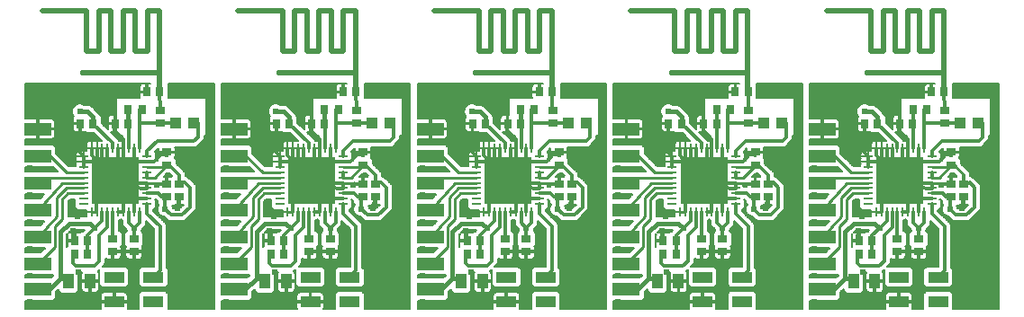
<source format=gtl>
G75*
G70*
%OFA0B0*%
%FSLAX25Y25*%
%IPPOS*%
%LPD*%
%AMOC8*
5,1,8,0,0,1.08239X$1,22.5*
%
%ADD11C,0.01600*%
%ADD13C,0.00600*%
%ADD14R,0.02760X0.03540*%
%ADD16C,0.02100*%
%ADD18C,0.01000*%
%ADD19R,0.02910X0.03660*%
%ADD21R,0.10000X0.05000*%
%ADD25R,0.04330X0.03940*%
%ADD26R,0.03350X0.01100*%
%ADD32C,0.01200*%
%ADD33C,0.02400*%
%ADD36R,0.17720X0.17720*%
%ADD38C,0.02000*%
%ADD39R,0.01100X0.03350*%
%ADD41R,0.07480X0.04330*%
%ADD42R,0.03660X0.02910*%
%ADD43C,0.00000*%
%ADD45R,0.03940X0.05510*%
X0010000Y0010000D02*
G75*
%LPD*%
D36*
X0044700Y0059000D03*
D26*
X0032990Y0058020D03*
X0032990Y0056050D03*
X0032990Y0054080D03*
X0032990Y0052110D03*
X0032990Y0050140D03*
X0032990Y0059980D03*
X0032990Y0061950D03*
X0032990Y0063920D03*
X0032990Y0065890D03*
X0032990Y0067860D03*
X0056410Y0067860D03*
X0056410Y0065890D03*
X0056410Y0063920D03*
X0056410Y0061950D03*
X0056410Y0059980D03*
X0056410Y0058020D03*
X0056410Y0056050D03*
X0056410Y0054080D03*
X0056410Y0052110D03*
X0056410Y0050140D03*
D39*
X0053560Y0047290D03*
X0051590Y0047290D03*
X0049620Y0047290D03*
X0047650Y0047290D03*
X0045680Y0047290D03*
X0043720Y0047290D03*
X0041750Y0047290D03*
X0039780Y0047290D03*
X0037810Y0047290D03*
X0035840Y0047290D03*
X0035840Y0070710D03*
X0037810Y0070710D03*
X0039780Y0070710D03*
X0041750Y0070710D03*
X0043720Y0070710D03*
X0045680Y0070710D03*
X0047650Y0070710D03*
X0049620Y0070710D03*
X0051590Y0070710D03*
X0053560Y0070710D03*
D42*
X0061300Y0080230D03*
X0061300Y0084970D03*
X0063700Y0069370D03*
X0063700Y0064630D03*
X0063700Y0057470D03*
X0063700Y0052730D03*
X0068400Y0052730D03*
X0068400Y0057470D03*
X0051600Y0037170D03*
X0051600Y0032430D03*
X0043700Y0032430D03*
X0043700Y0037170D03*
D19*
X0034370Y0036500D03*
X0034370Y0031500D03*
X0029630Y0031500D03*
X0029630Y0036500D03*
X0031630Y0080000D03*
X0036370Y0080000D03*
X0044630Y0080000D03*
X0049370Y0080000D03*
X0056330Y0091700D03*
X0061070Y0091700D03*
D25*
X0066950Y0080100D03*
X0073650Y0080100D03*
D14*
X0054560Y0085100D03*
X0049440Y0085100D03*
D41*
X0044220Y0023030D03*
X0044220Y0013970D03*
X0058780Y0013970D03*
X0058780Y0023030D03*
D45*
X0035340Y0021400D03*
X0027460Y0021400D03*
D21*
X0016000Y0018500D03*
X0016000Y0028000D03*
X0016000Y0038000D03*
X0016000Y0048000D03*
X0016000Y0058000D03*
X0016000Y0068000D03*
X0016000Y0078000D03*
D32*
X0025600Y0080000D02*
X0025700Y0079900D01*
X0029700Y0070800D02*
X0030050Y0070800D01*
X0032990Y0067860D01*
X0032990Y0065890D01*
X0032990Y0065900D02*
X0038000Y0065900D01*
X0035840Y0068060D01*
X0035840Y0070710D01*
X0037810Y0070710D02*
X0037810Y0065900D01*
X0039780Y0065900D02*
X0039780Y0070710D01*
X0041750Y0070710D02*
X0041750Y0059000D01*
X0037800Y0057000D02*
X0037800Y0047290D01*
X0039780Y0047290D02*
X0039780Y0043780D01*
X0037100Y0041100D01*
X0034370Y0038370D01*
X0034370Y0036500D01*
X0034370Y0031500D01*
X0037000Y0027200D02*
X0038800Y0029000D01*
X0038800Y0038500D01*
X0041750Y0041450D01*
X0041750Y0047290D01*
X0043720Y0047290D02*
X0043720Y0037360D01*
X0043700Y0032430D02*
X0043700Y0028600D01*
X0037000Y0027200D02*
X0030000Y0027200D01*
X0029000Y0028200D01*
X0029000Y0031870D01*
X0029630Y0031500D01*
X0029630Y0036500D02*
X0029040Y0037400D01*
X0029100Y0040200D01*
X0045680Y0047290D02*
X0047650Y0047290D01*
X0047650Y0051550D01*
X0048200Y0052100D01*
X0051600Y0052100D02*
X0051600Y0047290D01*
X0049620Y0047290D02*
X0049620Y0043080D01*
X0051600Y0041100D01*
X0053560Y0043060D01*
X0053560Y0047290D01*
X0056410Y0046590D02*
X0061200Y0041800D01*
X0061200Y0025440D01*
X0058780Y0023030D01*
X0051600Y0028000D02*
X0051600Y0032430D01*
X0051600Y0037170D02*
X0051600Y0041100D01*
X0056410Y0046590D02*
X0056410Y0050140D01*
X0056410Y0052110D02*
X0051600Y0052110D01*
X0051100Y0056100D02*
X0056410Y0056000D01*
X0056410Y0058020D01*
X0056400Y0058000D02*
X0051400Y0058000D01*
X0056410Y0059980D02*
X0056410Y0061950D01*
X0056410Y0065890D02*
X0059090Y0065890D01*
X0061600Y0068400D01*
X0063660Y0068400D01*
X0063700Y0069370D01*
X0060200Y0073600D02*
X0073800Y0073600D01*
X0075200Y0075000D01*
X0075200Y0080050D01*
X0073650Y0080100D01*
X0066950Y0080100D02*
X0066890Y0080040D01*
X0061300Y0080230D01*
X0061300Y0080100D01*
X0061300Y0080230D02*
X0053560Y0080040D01*
X0053560Y0070710D01*
X0051590Y0070710D02*
X0051590Y0065910D01*
X0051600Y0065900D01*
X0051610Y0065890D01*
X0056410Y0065890D01*
X0056410Y0067860D02*
X0056410Y0069810D01*
X0060200Y0073600D01*
X0053560Y0080040D02*
X0053560Y0084500D01*
X0054160Y0085100D01*
X0054560Y0085100D01*
X0053560Y0085100D02*
X0053560Y0084500D01*
X0049620Y0085100D02*
X0049620Y0070710D01*
X0047650Y0070710D02*
X0047650Y0066450D01*
X0048200Y0065900D01*
X0045680Y0066780D02*
X0045680Y0070710D01*
X0043720Y0070710D02*
X0043720Y0072940D01*
X0036370Y0080000D01*
X0044400Y0079940D02*
X0044400Y0077600D01*
X0047650Y0074350D01*
X0047650Y0070710D01*
X0045680Y0066780D02*
X0044800Y0065900D01*
X0032990Y0065900D02*
X0032990Y0063920D01*
X0044400Y0079940D02*
X0044630Y0080000D01*
X0049370Y0080000D02*
X0049440Y0080000D01*
X0049440Y0085100D01*
X0061260Y0085160D02*
X0061300Y0084970D01*
X0061260Y0085160D02*
X0061070Y0091700D01*
X0068400Y0060800D02*
X0068400Y0057470D01*
X0070440Y0058060D02*
X0072300Y0056200D01*
X0072300Y0049000D01*
X0069400Y0046100D01*
X0065300Y0046100D01*
X0063100Y0048300D01*
X0063100Y0052900D01*
X0061700Y0052900D01*
X0060520Y0054080D01*
X0056410Y0054080D01*
X0068400Y0052730D02*
X0067500Y0048500D01*
X0020160Y0018500D02*
X0016000Y0018500D01*
D11*
X0020160Y0018500D02*
X0024260Y0022600D01*
X0026660Y0022600D01*
X0027460Y0021400D01*
X0024260Y0022600D02*
X0024260Y0039760D01*
X0027500Y0043000D01*
X0035200Y0043000D01*
X0037100Y0041100D01*
X0041750Y0059000D02*
X0044700Y0059000D01*
X0036370Y0080000D02*
X0036370Y0082430D01*
X0034400Y0084400D01*
X0031600Y0084400D01*
X0031500Y0084500D01*
X0019500Y0069000D02*
X0016000Y0068000D01*
D33*
X0013000Y0073200D03*
X0013000Y0063600D03*
X0013000Y0053600D03*
X0013000Y0043600D03*
X0013000Y0033600D03*
X0013000Y0023600D03*
X0013000Y0014000D03*
X0028000Y0014000D03*
X0036000Y0014000D03*
X0031000Y0024800D03*
X0043700Y0028000D03*
X0051500Y0028000D03*
X0051500Y0023000D03*
X0051500Y0014000D03*
X0067900Y0014000D03*
X0068000Y0024000D03*
X0068000Y0034000D03*
X0068000Y0042500D03*
X0067500Y0048500D03*
X0063100Y0048300D03*
X0051600Y0052100D03*
X0048200Y0052100D03*
X0048200Y0055500D03*
X0051600Y0055500D03*
X0051600Y0059000D03*
X0048200Y0059000D03*
X0048200Y0062400D03*
X0051600Y0062400D03*
X0051600Y0065900D03*
X0048200Y0065900D03*
X0044800Y0065900D03*
X0044800Y0062400D03*
X0044800Y0059000D03*
X0044800Y0055500D03*
X0044800Y0052100D03*
X0041400Y0052100D03*
X0041400Y0055500D03*
X0041400Y0059000D03*
X0041400Y0062400D03*
X0041400Y0065900D03*
X0038000Y0065900D03*
X0038000Y0062400D03*
X0038000Y0059000D03*
X0038000Y0055500D03*
X0038000Y0052100D03*
X0030600Y0045600D03*
X0028000Y0050000D03*
X0029100Y0040200D03*
X0037100Y0041100D03*
X0051600Y0041100D03*
X0057000Y0034000D03*
X0080000Y0034000D03*
X0080000Y0024000D03*
X0080000Y0014000D03*
X0080000Y0044000D03*
X0080000Y0054000D03*
X0080000Y0064000D03*
X0080000Y0074000D03*
X0080000Y0082000D03*
X0080000Y0088000D03*
X0079000Y0094000D03*
X0074500Y0094000D03*
X0070000Y0094000D03*
X0066000Y0094000D03*
X0051000Y0094000D03*
X0046000Y0094000D03*
X0041000Y0094000D03*
X0038000Y0088000D03*
X0036000Y0094000D03*
X0031000Y0094000D03*
X0026000Y0094000D03*
X0021500Y0094000D03*
X0017500Y0094000D03*
X0021500Y0089500D03*
X0028000Y0088000D03*
X0031500Y0084500D03*
X0027700Y0080000D03*
X0029700Y0070800D03*
X0028000Y0066000D03*
X0013000Y0084000D03*
X0013000Y0089500D03*
X0013000Y0094000D03*
X0068000Y0066000D03*
D18*
X0064760Y0064440D02*
X0063700Y0064630D01*
X0063180Y0063920D01*
X0056410Y0063920D01*
X0056410Y0059980D02*
X0059240Y0059980D01*
X0063700Y0064630D01*
X0063020Y0063920D01*
X0064760Y0064440D02*
X0068400Y0060800D01*
X0068400Y0057470D02*
X0070440Y0058060D01*
X0063700Y0058020D02*
X0056410Y0058020D01*
X0056400Y0058000D01*
X0056410Y0058020D02*
X0056460Y0058060D01*
X0051100Y0059000D02*
X0051100Y0056100D01*
X0051100Y0055800D02*
X0051100Y0052700D01*
X0051600Y0052110D02*
X0051600Y0052100D01*
X0051590Y0047290D02*
X0051600Y0047290D01*
X0043720Y0037360D02*
X0043700Y0037170D01*
X0043700Y0028600D02*
X0043700Y0028000D01*
X0051500Y0028000D02*
X0051600Y0028000D01*
X0037800Y0047290D02*
X0035840Y0047290D01*
X0032990Y0054080D02*
X0027080Y0054080D01*
X0025000Y0052000D01*
X0025000Y0044500D01*
X0022300Y0041800D01*
X0022300Y0034300D01*
X0016000Y0028000D01*
X0016000Y0038000D02*
X0023000Y0045500D01*
X0023000Y0052500D01*
X0026550Y0056050D01*
X0032990Y0056050D01*
X0032990Y0058020D02*
X0025020Y0058020D01*
X0016000Y0048000D01*
X0016000Y0058000D02*
X0016980Y0059980D01*
X0032990Y0059980D01*
X0032990Y0061950D02*
X0026550Y0061950D01*
X0019500Y0069000D01*
X0037810Y0065900D02*
X0038000Y0065900D01*
X0039780Y0065900D02*
X0041400Y0065900D01*
X0041750Y0059000D02*
X0041750Y0057000D01*
X0037800Y0057000D01*
X0044700Y0059000D02*
X0051100Y0059000D01*
X0063100Y0052900D02*
X0063660Y0052900D01*
X0063700Y0052730D01*
X0063700Y0057470D02*
X0063700Y0058020D01*
D13*
X0011300Y0014300D02*
X0011300Y0011300D01*
X0039270Y0011300D01*
X0039260Y0011310D01*
X0039180Y0011640D01*
X0039180Y0013670D01*
X0043920Y0013670D01*
X0043920Y0014270D01*
X0043920Y0017440D01*
X0040310Y0017440D01*
X0039970Y0017350D01*
X0039680Y0017180D01*
X0039440Y0016940D01*
X0039260Y0016640D01*
X0039180Y0016310D01*
X0039180Y0014270D01*
X0043920Y0014270D01*
X0044520Y0014270D01*
X0049260Y0014270D01*
X0049260Y0016310D01*
X0049170Y0016640D01*
X0049000Y0016940D01*
X0048750Y0017180D01*
X0048460Y0017350D01*
X0048130Y0017440D01*
X0044520Y0017440D01*
X0044520Y0014270D01*
X0044520Y0013670D01*
X0049260Y0013670D01*
X0049260Y0011640D01*
X0049170Y0011310D01*
X0049170Y0011300D01*
X0053350Y0011300D01*
X0053350Y0016840D01*
X0054340Y0017840D01*
X0063230Y0017840D01*
X0064220Y0016840D01*
X0064220Y0011300D01*
X0081200Y0011300D01*
X0081200Y0095000D01*
X0064300Y0095000D01*
X0064300Y0089500D01*
X0078120Y0089500D01*
X0078300Y0089320D01*
X0078300Y0075680D01*
X0078120Y0075500D01*
X0077500Y0075500D01*
X0077500Y0074050D01*
X0076150Y0072700D01*
X0074750Y0071300D01*
X0066750Y0071300D01*
X0066830Y0070990D01*
X0066830Y0069670D01*
X0064000Y0069670D01*
X0064000Y0069070D01*
X0066830Y0069070D01*
X0066830Y0067740D01*
X0066740Y0067410D01*
X0066700Y0067330D01*
X0067230Y0066790D01*
X0067230Y0065080D01*
X0069210Y0063100D01*
X0069350Y0063100D01*
X0070700Y0061750D01*
X0070700Y0060620D01*
X0070930Y0060620D01*
X0071200Y0060360D01*
X0071390Y0060360D01*
X0072090Y0059660D01*
X0072300Y0059550D01*
X0072340Y0059410D01*
X0074600Y0057150D01*
X0074600Y0048050D01*
X0073250Y0046700D01*
X0070350Y0043800D01*
X0064350Y0043800D01*
X0063000Y0045150D01*
X0062750Y0045400D01*
X0062520Y0045400D01*
X0061460Y0045840D01*
X0060640Y0046660D01*
X0060200Y0047720D01*
X0060200Y0048880D01*
X0060640Y0049940D01*
X0060720Y0050020D01*
X0060170Y0050570D01*
X0060170Y0051180D01*
X0059570Y0051780D01*
X0059400Y0051780D01*
X0059780Y0051400D01*
X0059780Y0048890D01*
X0058790Y0047890D01*
X0058710Y0047890D01*
X0058710Y0047540D01*
X0062150Y0044100D01*
X0063500Y0042750D01*
X0063500Y0026620D01*
X0064220Y0025900D01*
X0064220Y0020160D01*
X0063230Y0019160D01*
X0054340Y0019160D01*
X0053350Y0020160D01*
X0053350Y0025900D01*
X0054340Y0026890D01*
X0058900Y0026890D01*
X0058900Y0040850D01*
X0055860Y0043890D01*
X0055860Y0042110D01*
X0054500Y0040750D01*
X0054500Y0040520D01*
X0054330Y0040120D01*
X0055130Y0039330D01*
X0055130Y0035010D01*
X0054600Y0034470D01*
X0054640Y0034390D01*
X0054730Y0034060D01*
X0054730Y0032730D01*
X0051900Y0032730D01*
X0051900Y0032130D01*
X0051900Y0029680D01*
X0053600Y0029680D01*
X0053930Y0029770D01*
X0054230Y0029940D01*
X0054470Y0030180D01*
X0054640Y0030480D01*
X0054730Y0030810D01*
X0054730Y0032130D01*
X0051900Y0032130D01*
X0051300Y0032130D01*
X0051300Y0029680D01*
X0049600Y0029680D01*
X0049270Y0029770D01*
X0048970Y0029940D01*
X0048730Y0030180D01*
X0048560Y0030480D01*
X0048470Y0030810D01*
X0048470Y0032130D01*
X0051300Y0032130D01*
X0051300Y0032730D01*
X0048470Y0032730D01*
X0048470Y0034060D01*
X0048560Y0034390D01*
X0048600Y0034470D01*
X0048070Y0035010D01*
X0048070Y0039330D01*
X0048870Y0040120D01*
X0048700Y0040520D01*
X0048700Y0040750D01*
X0047320Y0042130D01*
X0047320Y0044310D01*
X0046930Y0044310D01*
X0046670Y0044380D01*
X0046410Y0044310D01*
X0046010Y0044310D01*
X0046010Y0040320D01*
X0046230Y0040320D01*
X0047230Y0039330D01*
X0047230Y0035010D01*
X0046700Y0034470D01*
X0046740Y0034390D01*
X0046830Y0034060D01*
X0046830Y0032730D01*
X0044000Y0032730D01*
X0044000Y0032130D01*
X0044000Y0029680D01*
X0045700Y0029680D01*
X0046030Y0029770D01*
X0046330Y0029940D01*
X0046570Y0030180D01*
X0046740Y0030480D01*
X0046830Y0030810D01*
X0046830Y0032130D01*
X0044000Y0032130D01*
X0043400Y0032130D01*
X0043400Y0029680D01*
X0041700Y0029680D01*
X0041370Y0029770D01*
X0041100Y0029920D01*
X0041100Y0028050D01*
X0039940Y0026890D01*
X0048660Y0026890D01*
X0049650Y0025900D01*
X0049650Y0020160D01*
X0048660Y0019160D01*
X0039770Y0019160D01*
X0038780Y0020160D01*
X0038780Y0025730D01*
X0038170Y0025130D01*
X0038350Y0024950D01*
X0038520Y0024660D01*
X0038610Y0024330D01*
X0038610Y0021700D01*
X0035640Y0021700D01*
X0035640Y0021100D01*
X0038610Y0021100D01*
X0038610Y0018470D01*
X0038520Y0018140D01*
X0038350Y0017850D01*
X0038350Y0017860D02*
X0081200Y0017860D01*
X0081200Y0018440D02*
X0038600Y0018440D01*
X0038610Y0019030D02*
X0081200Y0019030D01*
X0081200Y0019610D02*
X0063670Y0019610D01*
X0064220Y0020200D02*
X0081200Y0020200D01*
X0081200Y0020780D02*
X0064220Y0020780D01*
X0064220Y0021370D02*
X0081200Y0021370D01*
X0081200Y0021950D02*
X0064220Y0021950D01*
X0064220Y0022540D02*
X0081200Y0022540D01*
X0081200Y0023120D02*
X0064220Y0023120D01*
X0064220Y0023710D02*
X0081200Y0023710D01*
X0081200Y0024290D02*
X0064220Y0024290D01*
X0064220Y0024880D02*
X0081200Y0024880D01*
X0081200Y0025460D02*
X0064220Y0025460D01*
X0064070Y0026050D02*
X0081200Y0026050D01*
X0081200Y0026630D02*
X0063500Y0026630D01*
X0063500Y0027220D02*
X0081200Y0027220D01*
X0081200Y0027800D02*
X0063500Y0027800D01*
X0063500Y0028390D02*
X0081200Y0028390D01*
X0081200Y0028970D02*
X0063500Y0028970D01*
X0063500Y0029560D02*
X0081200Y0029560D01*
X0081200Y0030140D02*
X0063500Y0030140D01*
X0063500Y0030730D02*
X0081200Y0030730D01*
X0081200Y0031310D02*
X0063500Y0031310D01*
X0063500Y0031900D02*
X0081200Y0031900D01*
X0081200Y0032480D02*
X0063500Y0032480D01*
X0063500Y0033070D02*
X0081200Y0033070D01*
X0081200Y0033650D02*
X0063500Y0033650D01*
X0063500Y0034240D02*
X0081200Y0034240D01*
X0081200Y0034820D02*
X0063500Y0034820D01*
X0063500Y0035410D02*
X0081200Y0035410D01*
X0081200Y0035990D02*
X0063500Y0035990D01*
X0063500Y0036580D02*
X0081200Y0036580D01*
X0081200Y0037160D02*
X0063500Y0037160D01*
X0063500Y0037750D02*
X0081200Y0037750D01*
X0081200Y0038330D02*
X0063500Y0038330D01*
X0063500Y0038920D02*
X0081200Y0038920D01*
X0081200Y0039500D02*
X0063500Y0039500D01*
X0063500Y0040090D02*
X0081200Y0040090D01*
X0081200Y0040670D02*
X0063500Y0040670D01*
X0063500Y0041260D02*
X0081200Y0041260D01*
X0081200Y0041840D02*
X0063500Y0041840D01*
X0063500Y0042430D02*
X0081200Y0042430D01*
X0081200Y0043010D02*
X0063240Y0043010D01*
X0062650Y0043600D02*
X0081200Y0043600D01*
X0081200Y0044180D02*
X0070730Y0044180D01*
X0071310Y0044770D02*
X0081200Y0044770D01*
X0081200Y0045350D02*
X0071900Y0045350D01*
X0072480Y0045940D02*
X0081200Y0045940D01*
X0081200Y0046520D02*
X0073070Y0046520D01*
X0073650Y0047110D02*
X0081200Y0047110D01*
X0081200Y0047690D02*
X0074240Y0047690D01*
X0074600Y0048280D02*
X0081200Y0048280D01*
X0081200Y0048860D02*
X0074600Y0048860D01*
X0074600Y0049450D02*
X0081200Y0049450D01*
X0081200Y0050030D02*
X0074600Y0050030D01*
X0074600Y0050620D02*
X0081200Y0050620D01*
X0081200Y0051200D02*
X0074600Y0051200D01*
X0074600Y0051790D02*
X0081200Y0051790D01*
X0081200Y0052370D02*
X0074600Y0052370D01*
X0074600Y0052960D02*
X0081200Y0052960D01*
X0081200Y0053540D02*
X0074600Y0053540D01*
X0074600Y0054130D02*
X0081200Y0054130D01*
X0081200Y0054710D02*
X0074600Y0054710D01*
X0074600Y0055300D02*
X0081200Y0055300D01*
X0081200Y0055880D02*
X0074600Y0055880D01*
X0074600Y0056470D02*
X0081200Y0056470D01*
X0081200Y0057050D02*
X0074600Y0057050D01*
X0074110Y0057640D02*
X0081200Y0057640D01*
X0081200Y0058220D02*
X0073530Y0058220D01*
X0072940Y0058810D02*
X0081200Y0058810D01*
X0081200Y0059390D02*
X0072360Y0059390D01*
X0071770Y0059980D02*
X0081200Y0059980D01*
X0081200Y0060560D02*
X0070990Y0060560D01*
X0070700Y0061150D02*
X0081200Y0061150D01*
X0081200Y0061730D02*
X0070700Y0061730D01*
X0070130Y0062320D02*
X0081200Y0062320D01*
X0081200Y0062900D02*
X0069550Y0062900D01*
X0068820Y0063490D02*
X0081200Y0063490D01*
X0081200Y0064070D02*
X0068240Y0064070D01*
X0067650Y0064660D02*
X0081200Y0064660D01*
X0081200Y0065240D02*
X0067230Y0065240D01*
X0067230Y0065830D02*
X0081200Y0065830D01*
X0081200Y0066410D02*
X0067230Y0066410D01*
X0067030Y0067000D02*
X0081200Y0067000D01*
X0081200Y0067580D02*
X0066790Y0067580D01*
X0066830Y0068170D02*
X0081200Y0068170D01*
X0081200Y0068750D02*
X0066830Y0068750D01*
X0066830Y0069920D02*
X0081200Y0069920D01*
X0081200Y0069340D02*
X0064000Y0069340D01*
X0064000Y0069070D02*
X0064000Y0067790D01*
X0063400Y0067790D01*
X0063400Y0069070D01*
X0060570Y0069070D01*
X0060570Y0067740D01*
X0060660Y0067410D01*
X0060700Y0067330D01*
X0060170Y0066790D01*
X0060170Y0066120D01*
X0059390Y0066120D01*
X0059390Y0066210D01*
X0059780Y0066600D01*
X0059780Y0069110D01*
X0059370Y0069520D01*
X0060570Y0070720D01*
X0060570Y0069670D01*
X0063400Y0069670D01*
X0063400Y0069070D01*
X0064000Y0069070D01*
X0064000Y0068750D02*
X0063400Y0068750D01*
X0063400Y0068170D02*
X0064000Y0068170D01*
X0063400Y0069340D02*
X0059560Y0069340D01*
X0059770Y0069920D02*
X0060570Y0069920D01*
X0060570Y0070510D02*
X0060350Y0070510D01*
X0060570Y0068750D02*
X0059780Y0068750D01*
X0059780Y0068170D02*
X0060570Y0068170D01*
X0060610Y0067580D02*
X0059780Y0067580D01*
X0059780Y0067000D02*
X0060370Y0067000D01*
X0060170Y0066410D02*
X0059590Y0066410D01*
X0063400Y0061150D02*
X0064950Y0061150D01*
X0064610Y0061480D02*
X0065670Y0060420D01*
X0065470Y0060220D01*
X0064000Y0060220D01*
X0064000Y0057770D01*
X0063400Y0057770D01*
X0063400Y0060220D01*
X0062520Y0060220D01*
X0063720Y0061480D01*
X0064610Y0061480D01*
X0065530Y0060560D02*
X0062840Y0060560D01*
X0063400Y0059980D02*
X0064000Y0059980D01*
X0064000Y0059390D02*
X0063400Y0059390D01*
X0063400Y0058810D02*
X0064000Y0058810D01*
X0064000Y0058220D02*
X0063400Y0058220D01*
X0063400Y0057770D02*
X0063400Y0057170D01*
X0060570Y0057170D01*
X0060570Y0056380D01*
X0059390Y0056380D01*
X0059390Y0056770D01*
X0059320Y0057030D01*
X0059390Y0057290D01*
X0059390Y0057790D01*
X0060150Y0057790D01*
X0060170Y0057810D01*
X0060200Y0057810D01*
X0060570Y0058190D01*
X0060570Y0057770D01*
X0063400Y0057770D01*
X0063400Y0057640D02*
X0059390Y0057640D01*
X0059320Y0057050D02*
X0060570Y0057050D01*
X0060570Y0056470D02*
X0059390Y0056470D01*
X0056410Y0056470D02*
X0056410Y0056470D01*
X0056410Y0056380D02*
X0056410Y0057690D01*
X0056410Y0057690D01*
X0056410Y0056380D01*
X0056410Y0056380D01*
X0056410Y0057050D02*
X0056410Y0057050D01*
X0056410Y0057640D02*
X0056410Y0057640D01*
X0053070Y0058700D02*
X0045000Y0058700D01*
X0045000Y0059300D01*
X0045000Y0067370D01*
X0044970Y0067340D01*
X0044400Y0067340D01*
X0044400Y0059300D01*
X0045000Y0059300D01*
X0053040Y0059300D01*
X0053040Y0058730D01*
X0053070Y0058700D01*
X0053040Y0058810D02*
X0045000Y0058810D01*
X0045000Y0058700D02*
X0045000Y0050630D01*
X0044970Y0050660D01*
X0044400Y0050660D01*
X0044400Y0058700D01*
X0036360Y0058700D01*
X0036360Y0059300D01*
X0044400Y0059300D01*
X0044400Y0058700D01*
X0045000Y0058700D01*
X0045000Y0058220D02*
X0044400Y0058220D01*
X0044400Y0057640D02*
X0045000Y0057640D01*
X0045000Y0057050D02*
X0044400Y0057050D01*
X0044400Y0056470D02*
X0045000Y0056470D01*
X0045000Y0055880D02*
X0044400Y0055880D01*
X0044400Y0055300D02*
X0045000Y0055300D01*
X0045000Y0054710D02*
X0044400Y0054710D01*
X0044400Y0054130D02*
X0045000Y0054130D01*
X0045000Y0053540D02*
X0044400Y0053540D01*
X0044400Y0052960D02*
X0045000Y0052960D01*
X0045000Y0052370D02*
X0044400Y0052370D01*
X0044400Y0051790D02*
X0045000Y0051790D01*
X0045000Y0051200D02*
X0044400Y0051200D01*
X0046010Y0047290D02*
X0047320Y0047290D01*
X0047320Y0047290D01*
X0046010Y0047290D01*
X0046010Y0047290D01*
X0046010Y0044180D02*
X0047320Y0044180D01*
X0047320Y0043600D02*
X0046010Y0043600D01*
X0046010Y0043010D02*
X0047320Y0043010D01*
X0047320Y0042430D02*
X0046010Y0042430D01*
X0046010Y0041840D02*
X0047610Y0041840D01*
X0048200Y0041260D02*
X0046010Y0041260D01*
X0046010Y0040670D02*
X0048700Y0040670D01*
X0048830Y0040090D02*
X0046470Y0040090D01*
X0047050Y0039500D02*
X0048250Y0039500D01*
X0048070Y0038920D02*
X0047230Y0038920D01*
X0047230Y0038330D02*
X0048070Y0038330D01*
X0048070Y0037750D02*
X0047230Y0037750D01*
X0047230Y0037160D02*
X0048070Y0037160D01*
X0048070Y0036580D02*
X0047230Y0036580D01*
X0047230Y0035990D02*
X0048070Y0035990D01*
X0048070Y0035410D02*
X0047230Y0035410D01*
X0047040Y0034820D02*
X0048260Y0034820D01*
X0048520Y0034240D02*
X0046780Y0034240D01*
X0046830Y0033650D02*
X0048470Y0033650D01*
X0048470Y0033070D02*
X0046830Y0033070D01*
X0046830Y0031900D02*
X0048470Y0031900D01*
X0048470Y0031310D02*
X0046830Y0031310D01*
X0046810Y0030730D02*
X0048490Y0030730D01*
X0048770Y0030140D02*
X0046530Y0030140D01*
X0044000Y0030140D02*
X0043400Y0030140D01*
X0043400Y0030730D02*
X0044000Y0030730D01*
X0044000Y0031310D02*
X0043400Y0031310D01*
X0043400Y0031900D02*
X0044000Y0031900D01*
X0044000Y0032480D02*
X0051300Y0032480D01*
X0051300Y0031900D02*
X0051900Y0031900D01*
X0051900Y0032480D02*
X0058900Y0032480D01*
X0058900Y0031900D02*
X0054730Y0031900D01*
X0054730Y0031310D02*
X0058900Y0031310D01*
X0058900Y0030730D02*
X0054710Y0030730D01*
X0054430Y0030140D02*
X0058900Y0030140D01*
X0058900Y0029560D02*
X0041100Y0029560D01*
X0041100Y0028970D02*
X0058900Y0028970D01*
X0058900Y0028390D02*
X0041100Y0028390D01*
X0040850Y0027800D02*
X0058900Y0027800D01*
X0058900Y0027220D02*
X0040260Y0027220D01*
X0038780Y0025460D02*
X0038510Y0025460D01*
X0038390Y0024880D02*
X0038780Y0024880D01*
X0038780Y0024290D02*
X0038610Y0024290D01*
X0038610Y0023710D02*
X0038780Y0023710D01*
X0038780Y0023120D02*
X0038610Y0023120D01*
X0038610Y0022540D02*
X0038780Y0022540D01*
X0038780Y0021950D02*
X0038610Y0021950D01*
X0038780Y0021370D02*
X0035640Y0021370D01*
X0035640Y0021100D02*
X0035040Y0021100D01*
X0035040Y0017340D01*
X0033200Y0017340D01*
X0032870Y0017430D01*
X0032570Y0017600D01*
X0032330Y0017850D01*
X0032160Y0018140D01*
X0032070Y0018470D01*
X0032070Y0021100D01*
X0035040Y0021100D01*
X0035040Y0021700D01*
X0032070Y0021700D01*
X0032070Y0024330D01*
X0032160Y0024660D01*
X0032300Y0024900D01*
X0031090Y0024900D01*
X0031130Y0024860D01*
X0031130Y0017940D01*
X0030130Y0016950D01*
X0024790Y0016950D01*
X0023800Y0017940D01*
X0023800Y0018610D01*
X0022700Y0017510D01*
X0022700Y0015300D01*
X0021700Y0014300D01*
X0011300Y0014300D01*
X0011300Y0013760D02*
X0043920Y0013760D01*
X0043920Y0014350D02*
X0044520Y0014350D01*
X0044520Y0014930D02*
X0043920Y0014930D01*
X0043920Y0015520D02*
X0044520Y0015520D01*
X0044520Y0016100D02*
X0043920Y0016100D01*
X0043920Y0016690D02*
X0044520Y0016690D01*
X0044520Y0017270D02*
X0043920Y0017270D01*
X0044520Y0013760D02*
X0053350Y0013760D01*
X0053350Y0013180D02*
X0049260Y0013180D01*
X0049260Y0012590D02*
X0053350Y0012590D01*
X0053350Y0012010D02*
X0049260Y0012010D01*
X0049200Y0011420D02*
X0053350Y0011420D01*
X0053350Y0014350D02*
X0049260Y0014350D01*
X0049260Y0014930D02*
X0053350Y0014930D01*
X0053350Y0015520D02*
X0049260Y0015520D01*
X0049260Y0016100D02*
X0053350Y0016100D01*
X0053350Y0016690D02*
X0049140Y0016690D01*
X0048600Y0017270D02*
X0053770Y0017270D01*
X0053890Y0019610D02*
X0049110Y0019610D01*
X0049650Y0020200D02*
X0053350Y0020200D01*
X0053350Y0020780D02*
X0049650Y0020780D01*
X0049650Y0021370D02*
X0053350Y0021370D01*
X0053350Y0021950D02*
X0049650Y0021950D01*
X0049650Y0022540D02*
X0053350Y0022540D01*
X0053350Y0023120D02*
X0049650Y0023120D01*
X0049650Y0023710D02*
X0053350Y0023710D01*
X0053350Y0024290D02*
X0049650Y0024290D01*
X0049650Y0024880D02*
X0053350Y0024880D01*
X0053350Y0025460D02*
X0049650Y0025460D01*
X0049510Y0026050D02*
X0053490Y0026050D01*
X0054080Y0026630D02*
X0048920Y0026630D01*
X0051300Y0030140D02*
X0051900Y0030140D01*
X0051900Y0030730D02*
X0051300Y0030730D01*
X0051300Y0031310D02*
X0051900Y0031310D01*
X0054730Y0033070D02*
X0058900Y0033070D01*
X0058900Y0033650D02*
X0054730Y0033650D01*
X0054680Y0034240D02*
X0058900Y0034240D01*
X0058900Y0034820D02*
X0054940Y0034820D01*
X0055130Y0035410D02*
X0058900Y0035410D01*
X0058900Y0035990D02*
X0055130Y0035990D01*
X0055130Y0036580D02*
X0058900Y0036580D01*
X0058900Y0037160D02*
X0055130Y0037160D01*
X0055130Y0037750D02*
X0058900Y0037750D01*
X0058900Y0038330D02*
X0055130Y0038330D01*
X0055130Y0038920D02*
X0058900Y0038920D01*
X0058900Y0039500D02*
X0054950Y0039500D01*
X0054370Y0040090D02*
X0058900Y0040090D01*
X0058900Y0040670D02*
X0054500Y0040670D01*
X0055000Y0041260D02*
X0058500Y0041260D01*
X0057910Y0041840D02*
X0055590Y0041840D01*
X0055860Y0042430D02*
X0057330Y0042430D01*
X0056740Y0043010D02*
X0055860Y0043010D01*
X0055860Y0043600D02*
X0056160Y0043600D01*
X0059140Y0047110D02*
X0060460Y0047110D01*
X0060220Y0047690D02*
X0058710Y0047690D01*
X0059170Y0048280D02*
X0060200Y0048280D01*
X0060200Y0048860D02*
X0059760Y0048860D01*
X0059780Y0049450D02*
X0060440Y0049450D01*
X0060720Y0050030D02*
X0059780Y0050030D01*
X0059780Y0050620D02*
X0060170Y0050620D01*
X0060150Y0051200D02*
X0059780Y0051200D01*
X0059730Y0046520D02*
X0060780Y0046520D01*
X0060310Y0045940D02*
X0061370Y0045940D01*
X0060900Y0045350D02*
X0062800Y0045350D01*
X0063390Y0044770D02*
X0061480Y0044770D01*
X0062070Y0044180D02*
X0063970Y0044180D01*
X0066250Y0048400D02*
X0068450Y0048400D01*
X0070000Y0049950D01*
X0070000Y0049980D01*
X0068700Y0049980D01*
X0068700Y0052430D01*
X0068100Y0052430D01*
X0068100Y0049980D01*
X0066630Y0049980D01*
X0066230Y0049580D01*
X0065710Y0049580D01*
X0066000Y0048880D01*
X0066000Y0048650D01*
X0066250Y0048400D01*
X0066000Y0048860D02*
X0068910Y0048860D01*
X0069500Y0049450D02*
X0065760Y0049450D01*
X0068100Y0050030D02*
X0068700Y0050030D01*
X0068700Y0050620D02*
X0068100Y0050620D01*
X0068100Y0051200D02*
X0068700Y0051200D01*
X0068700Y0051790D02*
X0068100Y0051790D01*
X0068100Y0052370D02*
X0068700Y0052370D01*
X0066830Y0070510D02*
X0081200Y0070510D01*
X0081200Y0071090D02*
X0066800Y0071090D01*
X0075120Y0071680D02*
X0081200Y0071680D01*
X0081200Y0072260D02*
X0075710Y0072260D01*
X0076290Y0072850D02*
X0081200Y0072850D01*
X0081200Y0073430D02*
X0076880Y0073430D01*
X0077460Y0074020D02*
X0081200Y0074020D01*
X0081200Y0074600D02*
X0077500Y0074600D01*
X0077500Y0075190D02*
X0081200Y0075190D01*
X0081200Y0075770D02*
X0078300Y0075770D01*
X0078300Y0076360D02*
X0081200Y0076360D01*
X0081200Y0076940D02*
X0078300Y0076940D01*
X0078300Y0077530D02*
X0081200Y0077530D01*
X0081200Y0078110D02*
X0078300Y0078110D01*
X0078300Y0078700D02*
X0081200Y0078700D01*
X0081200Y0079280D02*
X0078300Y0079280D01*
X0078300Y0079870D02*
X0081200Y0079870D01*
X0081200Y0080450D02*
X0078300Y0080450D01*
X0078300Y0081040D02*
X0081200Y0081040D01*
X0081200Y0081620D02*
X0078300Y0081620D01*
X0078300Y0082210D02*
X0081200Y0082210D01*
X0081200Y0082790D02*
X0078300Y0082790D01*
X0078300Y0083380D02*
X0081200Y0083380D01*
X0081200Y0083960D02*
X0078300Y0083960D01*
X0078300Y0084550D02*
X0081200Y0084550D01*
X0081200Y0085130D02*
X0078300Y0085130D01*
X0078300Y0085720D02*
X0081200Y0085720D01*
X0081200Y0086300D02*
X0078300Y0086300D01*
X0078300Y0086890D02*
X0081200Y0086890D01*
X0081200Y0087470D02*
X0078300Y0087470D01*
X0078300Y0088060D02*
X0081200Y0088060D01*
X0081200Y0088640D02*
X0078300Y0088640D01*
X0078300Y0089230D02*
X0081200Y0089230D01*
X0081200Y0089810D02*
X0064300Y0089810D01*
X0064300Y0090400D02*
X0081200Y0090400D01*
X0081200Y0090980D02*
X0064300Y0090980D01*
X0064300Y0091570D02*
X0081200Y0091570D01*
X0081200Y0092150D02*
X0064300Y0092150D01*
X0064300Y0092740D02*
X0081200Y0092740D01*
X0081200Y0093320D02*
X0064300Y0093320D01*
X0064300Y0093910D02*
X0081200Y0093910D01*
X0081200Y0094490D02*
X0064300Y0094490D01*
X0057700Y0094830D02*
X0056630Y0094830D01*
X0056630Y0092000D01*
X0056030Y0092000D01*
X0056030Y0091400D01*
X0053580Y0091400D01*
X0053580Y0089700D01*
X0053630Y0089500D01*
X0045180Y0089500D01*
X0045000Y0089320D01*
X0045000Y0083130D01*
X0044930Y0083130D01*
X0044930Y0080300D01*
X0044330Y0080300D01*
X0044330Y0079700D01*
X0041880Y0079700D01*
X0041880Y0078000D01*
X0041910Y0077860D01*
X0039520Y0080160D01*
X0039520Y0082530D01*
X0038680Y0083370D01*
X0038480Y0083850D01*
X0037780Y0084550D01*
X0035810Y0086520D01*
X0034900Y0086900D01*
X0033200Y0086900D01*
X0033140Y0086960D01*
X0032080Y0087400D01*
X0030920Y0087400D01*
X0029860Y0086960D01*
X0029040Y0086140D01*
X0028600Y0085080D01*
X0028600Y0083920D01*
X0029040Y0082860D01*
X0029210Y0082700D01*
X0029140Y0082630D01*
X0028970Y0082330D01*
X0028880Y0082000D01*
X0028880Y0080300D01*
X0031330Y0080300D01*
X0031330Y0079700D01*
X0028880Y0079700D01*
X0028880Y0078000D01*
X0028970Y0077670D01*
X0029140Y0077370D01*
X0029380Y0077130D01*
X0029680Y0076960D01*
X0030010Y0076870D01*
X0031330Y0076870D01*
X0031330Y0079700D01*
X0031930Y0079700D01*
X0031930Y0076870D01*
X0033260Y0076870D01*
X0033590Y0076960D01*
X0033670Y0077000D01*
X0034210Y0076470D01*
X0036720Y0076470D01*
X0039620Y0073690D01*
X0039060Y0073690D01*
X0038790Y0073620D01*
X0038530Y0073690D01*
X0037810Y0073690D01*
X0037090Y0073690D01*
X0036830Y0073620D01*
X0036560Y0073690D01*
X0035840Y0073690D01*
X0035120Y0073690D01*
X0034790Y0073600D01*
X0034490Y0073430D01*
X0034250Y0073180D01*
X0034080Y0072890D01*
X0033990Y0072560D01*
X0033990Y0070710D01*
X0033990Y0069710D01*
X0032990Y0069710D01*
X0032990Y0067860D01*
X0032990Y0067860D01*
X0032990Y0069710D01*
X0031140Y0069710D01*
X0030810Y0069620D01*
X0030520Y0069450D01*
X0030270Y0069210D01*
X0030100Y0068910D01*
X0030010Y0068580D01*
X0030010Y0067860D01*
X0032990Y0067860D01*
X0032990Y0065890D01*
X0032990Y0065890D01*
X0032990Y0064200D01*
X0032990Y0064200D01*
X0032990Y0065770D01*
X0032990Y0065890D01*
X0032990Y0065890D01*
X0032990Y0067740D01*
X0032990Y0067860D01*
X0032990Y0067860D01*
X0032990Y0067860D01*
X0030010Y0067860D01*
X0030010Y0067140D01*
X0030080Y0066870D01*
X0030010Y0066610D01*
X0030010Y0065890D01*
X0030010Y0065170D01*
X0030080Y0064910D01*
X0030010Y0064640D01*
X0030010Y0064150D01*
X0027460Y0064150D01*
X0022700Y0068910D01*
X0022700Y0071200D01*
X0021700Y0072200D01*
X0011300Y0072200D01*
X0011300Y0074200D01*
X0015700Y0074200D01*
X0015700Y0077700D01*
X0016300Y0077700D01*
X0016300Y0078300D01*
X0022300Y0078300D01*
X0022300Y0080670D01*
X0022210Y0081000D01*
X0022040Y0081300D01*
X0021800Y0081540D01*
X0021500Y0081710D01*
X0021170Y0081800D01*
X0016300Y0081800D01*
X0016300Y0078300D01*
X0015700Y0078300D01*
X0015700Y0081800D01*
X0011300Y0081800D01*
X0011300Y0095000D01*
X0057700Y0095000D01*
X0057700Y0094830D01*
X0056630Y0094490D02*
X0056030Y0094490D01*
X0056030Y0094830D02*
X0054710Y0094830D01*
X0054380Y0094740D01*
X0054080Y0094570D01*
X0053840Y0094330D01*
X0053670Y0094030D01*
X0053580Y0093700D01*
X0053580Y0092000D01*
X0056030Y0092000D01*
X0056030Y0094830D01*
X0056030Y0093910D02*
X0056630Y0093910D01*
X0056630Y0093320D02*
X0056030Y0093320D01*
X0056030Y0092740D02*
X0056630Y0092740D01*
X0056630Y0092150D02*
X0056030Y0092150D01*
X0056030Y0091570D02*
X0011300Y0091570D01*
X0011300Y0092150D02*
X0053580Y0092150D01*
X0053580Y0092740D02*
X0011300Y0092740D01*
X0011300Y0093320D02*
X0053580Y0093320D01*
X0053630Y0093910D02*
X0011300Y0093910D01*
X0011300Y0094490D02*
X0054000Y0094490D01*
X0053580Y0090980D02*
X0011300Y0090980D01*
X0011300Y0090400D02*
X0053580Y0090400D01*
X0053580Y0089810D02*
X0011300Y0089810D01*
X0011300Y0089230D02*
X0045000Y0089230D01*
X0045000Y0088640D02*
X0011300Y0088640D01*
X0011300Y0088060D02*
X0045000Y0088060D01*
X0045000Y0087470D02*
X0011300Y0087470D01*
X0011300Y0086890D02*
X0029790Y0086890D01*
X0029200Y0086300D02*
X0011300Y0086300D01*
X0011300Y0085720D02*
X0028870Y0085720D01*
X0028620Y0085130D02*
X0011300Y0085130D01*
X0011300Y0084550D02*
X0028600Y0084550D01*
X0028600Y0083960D02*
X0011300Y0083960D01*
X0011300Y0083380D02*
X0028830Y0083380D01*
X0029110Y0082790D02*
X0011300Y0082790D01*
X0011300Y0082210D02*
X0028930Y0082210D01*
X0028880Y0081620D02*
X0021660Y0081620D01*
X0022190Y0081040D02*
X0028880Y0081040D01*
X0028880Y0080450D02*
X0022300Y0080450D01*
X0022300Y0079870D02*
X0031330Y0079870D01*
X0031330Y0079280D02*
X0031930Y0079280D01*
X0031930Y0078700D02*
X0031330Y0078700D01*
X0031330Y0078110D02*
X0031930Y0078110D01*
X0031930Y0077530D02*
X0031330Y0077530D01*
X0031330Y0076940D02*
X0031930Y0076940D01*
X0033530Y0076940D02*
X0033740Y0076940D01*
X0035840Y0073690D02*
X0035840Y0070710D01*
X0033990Y0070710D01*
X0035840Y0070710D01*
X0035840Y0070710D01*
X0035840Y0070710D01*
X0037810Y0070710D01*
X0037810Y0070710D01*
X0037810Y0070710D01*
X0039780Y0070710D01*
X0041420Y0070710D01*
X0041420Y0070710D01*
X0039780Y0070710D01*
X0039780Y0070710D01*
X0039780Y0070710D01*
X0039660Y0070710D01*
X0037810Y0070710D01*
X0037690Y0070710D01*
X0035840Y0070710D01*
X0035840Y0070710D01*
X0035840Y0073690D01*
X0035840Y0073430D02*
X0035840Y0073430D01*
X0035840Y0072850D02*
X0035840Y0072850D01*
X0035840Y0072260D02*
X0035840Y0072260D01*
X0035840Y0071680D02*
X0035840Y0071680D01*
X0035840Y0071090D02*
X0035840Y0071090D01*
X0033990Y0071090D02*
X0022700Y0071090D01*
X0022700Y0070510D02*
X0033990Y0070510D01*
X0033990Y0069920D02*
X0022700Y0069920D01*
X0022700Y0069340D02*
X0030400Y0069340D01*
X0030060Y0068750D02*
X0022860Y0068750D01*
X0023440Y0068170D02*
X0030010Y0068170D01*
X0030010Y0067580D02*
X0024030Y0067580D01*
X0024610Y0067000D02*
X0030050Y0067000D01*
X0030010Y0066410D02*
X0025200Y0066410D01*
X0025780Y0065830D02*
X0030010Y0065830D01*
X0030010Y0065890D02*
X0032990Y0065890D01*
X0032990Y0065890D01*
X0030010Y0065890D01*
X0030010Y0065240D02*
X0026370Y0065240D01*
X0026950Y0064660D02*
X0030020Y0064660D01*
X0032990Y0064660D02*
X0032990Y0064660D01*
X0032990Y0065240D02*
X0032990Y0065240D01*
X0032990Y0065830D02*
X0032990Y0065830D01*
X0032990Y0066410D02*
X0032990Y0066410D01*
X0032990Y0067000D02*
X0032990Y0067000D01*
X0032990Y0067580D02*
X0032990Y0067580D01*
X0032990Y0068170D02*
X0032990Y0068170D01*
X0032990Y0068750D02*
X0032990Y0068750D01*
X0032990Y0069340D02*
X0032990Y0069340D01*
X0033990Y0071680D02*
X0022230Y0071680D01*
X0021500Y0074290D02*
X0021800Y0074460D01*
X0022040Y0074700D01*
X0022210Y0075000D01*
X0022300Y0075330D01*
X0022300Y0077700D01*
X0016300Y0077700D01*
X0016300Y0074200D01*
X0021170Y0074200D01*
X0021500Y0074290D01*
X0021940Y0074600D02*
X0038670Y0074600D01*
X0038060Y0075190D02*
X0022260Y0075190D01*
X0022300Y0075770D02*
X0037450Y0075770D01*
X0036840Y0076360D02*
X0022300Y0076360D01*
X0022300Y0076940D02*
X0029740Y0076940D01*
X0029050Y0077530D02*
X0022300Y0077530D01*
X0022300Y0078700D02*
X0028880Y0078700D01*
X0028880Y0079280D02*
X0022300Y0079280D01*
X0016300Y0079280D02*
X0015700Y0079280D01*
X0015700Y0078700D02*
X0016300Y0078700D01*
X0016300Y0078110D02*
X0028880Y0078110D01*
X0034500Y0073430D02*
X0011300Y0073430D01*
X0011300Y0072850D02*
X0034070Y0072850D01*
X0033990Y0072260D02*
X0011300Y0072260D01*
X0011300Y0074020D02*
X0039280Y0074020D01*
X0037810Y0073690D02*
X0037810Y0070710D01*
X0037810Y0073690D01*
X0037810Y0073430D02*
X0037810Y0073430D01*
X0037810Y0072850D02*
X0037810Y0072850D01*
X0037810Y0072260D02*
X0037810Y0072260D01*
X0037810Y0071680D02*
X0037810Y0071680D01*
X0037810Y0071090D02*
X0037810Y0071090D01*
X0037810Y0070710D02*
X0037810Y0070710D01*
X0044400Y0067000D02*
X0045000Y0067000D01*
X0045000Y0066410D02*
X0044400Y0066410D01*
X0044400Y0065830D02*
X0045000Y0065830D01*
X0045000Y0065240D02*
X0044400Y0065240D01*
X0044400Y0064660D02*
X0045000Y0064660D01*
X0045000Y0064070D02*
X0044400Y0064070D01*
X0044400Y0063490D02*
X0045000Y0063490D01*
X0045000Y0062900D02*
X0044400Y0062900D01*
X0044400Y0062320D02*
X0045000Y0062320D01*
X0045000Y0061730D02*
X0044400Y0061730D01*
X0044400Y0061150D02*
X0045000Y0061150D01*
X0045000Y0060560D02*
X0044400Y0060560D01*
X0044400Y0059980D02*
X0045000Y0059980D01*
X0045000Y0059390D02*
X0044400Y0059390D01*
X0044400Y0058810D02*
X0036360Y0058810D01*
X0029620Y0051880D02*
X0029620Y0051400D01*
X0029620Y0048890D01*
X0030610Y0047890D01*
X0033990Y0047890D01*
X0033990Y0047290D01*
X0035840Y0047290D01*
X0035840Y0047290D01*
X0033990Y0047290D01*
X0033990Y0045500D01*
X0027200Y0045500D01*
X0027200Y0051090D01*
X0027990Y0051880D01*
X0029620Y0051880D01*
X0029620Y0051790D02*
X0027890Y0051790D01*
X0027310Y0051200D02*
X0029620Y0051200D01*
X0029620Y0050620D02*
X0027200Y0050620D01*
X0027200Y0050030D02*
X0029620Y0050030D01*
X0029620Y0049450D02*
X0027200Y0049450D01*
X0027200Y0048860D02*
X0029640Y0048860D01*
X0030230Y0048280D02*
X0027200Y0048280D01*
X0027200Y0047690D02*
X0033990Y0047690D01*
X0033990Y0047110D02*
X0027200Y0047110D01*
X0027200Y0046520D02*
X0033990Y0046520D01*
X0033990Y0045940D02*
X0027200Y0045940D01*
X0028530Y0040500D02*
X0033250Y0040500D01*
X0032780Y0040030D01*
X0032210Y0040030D01*
X0031670Y0039500D01*
X0031660Y0039500D02*
X0031680Y0039500D01*
X0031670Y0039500D02*
X0031590Y0039540D01*
X0031260Y0039630D01*
X0029930Y0039630D01*
X0029930Y0036800D01*
X0029330Y0036800D01*
X0029330Y0036200D01*
X0026880Y0036200D01*
X0026880Y0034500D01*
X0026890Y0034450D01*
X0026750Y0034310D01*
X0026750Y0038720D01*
X0027100Y0039070D01*
X0026970Y0038830D01*
X0026880Y0038500D01*
X0026880Y0036800D01*
X0029330Y0036800D01*
X0029330Y0039630D01*
X0028010Y0039630D01*
X0027680Y0039540D01*
X0027440Y0039400D01*
X0028530Y0040500D01*
X0028120Y0040090D02*
X0032840Y0040090D01*
X0029930Y0039500D02*
X0029330Y0039500D01*
X0029330Y0038920D02*
X0029930Y0038920D01*
X0029930Y0038330D02*
X0029330Y0038330D01*
X0029330Y0037750D02*
X0029930Y0037750D01*
X0029930Y0037160D02*
X0029330Y0037160D01*
X0029330Y0036580D02*
X0026750Y0036580D01*
X0026750Y0037160D02*
X0026880Y0037160D01*
X0026880Y0037750D02*
X0026750Y0037750D01*
X0026750Y0038330D02*
X0026880Y0038330D01*
X0026950Y0038920D02*
X0027010Y0038920D01*
X0027530Y0039500D02*
X0027600Y0039500D01*
X0026880Y0035990D02*
X0026750Y0035990D01*
X0026750Y0035410D02*
X0026880Y0035410D01*
X0026880Y0034820D02*
X0026750Y0034820D01*
X0018690Y0033800D02*
X0017090Y0032200D01*
X0011300Y0032200D01*
X0011300Y0033800D01*
X0018690Y0033800D01*
X0018540Y0033650D02*
X0011300Y0033650D01*
X0011300Y0033070D02*
X0017960Y0033070D01*
X0017370Y0032480D02*
X0011300Y0032480D01*
X0011300Y0023800D02*
X0021700Y0023800D01*
X0021760Y0023860D01*
X0021760Y0023630D01*
X0020820Y0022700D01*
X0011300Y0022700D01*
X0011300Y0023800D01*
X0011300Y0023710D02*
X0021760Y0023710D01*
X0021240Y0023120D02*
X0011300Y0023120D01*
X0011300Y0013180D02*
X0039180Y0013180D01*
X0039180Y0012590D02*
X0011300Y0012590D01*
X0011300Y0012010D02*
X0039180Y0012010D01*
X0039230Y0011420D02*
X0011300Y0011420D01*
X0021750Y0014350D02*
X0039180Y0014350D01*
X0039180Y0014930D02*
X0022330Y0014930D01*
X0022700Y0015520D02*
X0039180Y0015520D01*
X0039180Y0016100D02*
X0022700Y0016100D01*
X0022700Y0016690D02*
X0039290Y0016690D01*
X0039840Y0017270D02*
X0030460Y0017270D01*
X0031040Y0017860D02*
X0032320Y0017860D01*
X0032080Y0018440D02*
X0031130Y0018440D01*
X0031130Y0019030D02*
X0032070Y0019030D01*
X0032070Y0019610D02*
X0031130Y0019610D01*
X0031130Y0020200D02*
X0032070Y0020200D01*
X0032070Y0020780D02*
X0031130Y0020780D01*
X0031130Y0021370D02*
X0035040Y0021370D01*
X0035040Y0020780D02*
X0035640Y0020780D01*
X0035640Y0021100D02*
X0035640Y0017340D01*
X0037480Y0017340D01*
X0037810Y0017430D01*
X0038100Y0017600D01*
X0038350Y0017850D01*
X0038610Y0019610D02*
X0039330Y0019610D01*
X0038780Y0020200D02*
X0038610Y0020200D01*
X0038610Y0020780D02*
X0038780Y0020780D01*
X0035640Y0020200D02*
X0035040Y0020200D01*
X0035040Y0019610D02*
X0035640Y0019610D01*
X0035640Y0019030D02*
X0035040Y0019030D01*
X0035040Y0018440D02*
X0035640Y0018440D01*
X0035640Y0017860D02*
X0035040Y0017860D01*
X0032070Y0021950D02*
X0031130Y0021950D01*
X0031130Y0022540D02*
X0032070Y0022540D01*
X0032070Y0023120D02*
X0031130Y0023120D01*
X0031130Y0023710D02*
X0032070Y0023710D01*
X0032070Y0024290D02*
X0031130Y0024290D01*
X0031110Y0024880D02*
X0032280Y0024880D01*
X0024470Y0017270D02*
X0022700Y0017270D01*
X0023040Y0017860D02*
X0023880Y0017860D01*
X0023800Y0018440D02*
X0023630Y0018440D01*
X0016910Y0042200D02*
X0011300Y0042200D01*
X0011300Y0043800D01*
X0018410Y0043800D01*
X0016910Y0042200D01*
X0017120Y0042430D02*
X0011300Y0042430D01*
X0011300Y0043010D02*
X0017670Y0043010D01*
X0018220Y0043600D02*
X0011300Y0043600D01*
X0011300Y0052200D02*
X0016820Y0052200D01*
X0018270Y0053800D01*
X0011300Y0053800D01*
X0011300Y0052200D01*
X0011300Y0052370D02*
X0016980Y0052370D01*
X0017500Y0052960D02*
X0011300Y0052960D01*
X0011300Y0053540D02*
X0018030Y0053540D01*
X0017470Y0062200D02*
X0017150Y0062360D01*
X0016670Y0062200D01*
X0011300Y0062200D01*
X0011300Y0063800D01*
X0021590Y0063800D01*
X0023210Y0062180D01*
X0021720Y0062180D01*
X0021700Y0062200D01*
X0017470Y0062200D01*
X0017230Y0062320D02*
X0023080Y0062320D01*
X0022490Y0062900D02*
X0011300Y0062900D01*
X0011300Y0062320D02*
X0017020Y0062320D01*
X0021910Y0063490D02*
X0011300Y0063490D01*
X0015700Y0074600D02*
X0016300Y0074600D01*
X0016300Y0075190D02*
X0015700Y0075190D01*
X0015700Y0075770D02*
X0016300Y0075770D01*
X0016300Y0076360D02*
X0015700Y0076360D01*
X0015700Y0076940D02*
X0016300Y0076940D01*
X0016300Y0077530D02*
X0015700Y0077530D01*
X0015700Y0079870D02*
X0016300Y0079870D01*
X0016300Y0080450D02*
X0015700Y0080450D01*
X0015700Y0081040D02*
X0016300Y0081040D01*
X0016300Y0081620D02*
X0015700Y0081620D01*
X0034930Y0086890D02*
X0045000Y0086890D01*
X0045000Y0086300D02*
X0036030Y0086300D01*
X0036620Y0085720D02*
X0045000Y0085720D01*
X0045000Y0085130D02*
X0037200Y0085130D01*
X0037790Y0084550D02*
X0045000Y0084550D01*
X0045000Y0083960D02*
X0038370Y0083960D01*
X0038680Y0083380D02*
X0045000Y0083380D01*
X0044930Y0082790D02*
X0044330Y0082790D01*
X0044330Y0083130D02*
X0043010Y0083130D01*
X0042680Y0083040D01*
X0042380Y0082870D01*
X0042140Y0082630D01*
X0041970Y0082330D01*
X0041880Y0082000D01*
X0041880Y0080300D01*
X0044330Y0080300D01*
X0044330Y0083130D01*
X0044330Y0082210D02*
X0044930Y0082210D01*
X0044930Y0081620D02*
X0044330Y0081620D01*
X0044330Y0081040D02*
X0044930Y0081040D01*
X0044930Y0080450D02*
X0044330Y0080450D01*
X0044330Y0079870D02*
X0039820Y0079870D01*
X0039520Y0080450D02*
X0041880Y0080450D01*
X0041880Y0081040D02*
X0039520Y0081040D01*
X0039520Y0081620D02*
X0041880Y0081620D01*
X0041930Y0082210D02*
X0039520Y0082210D01*
X0039260Y0082790D02*
X0042300Y0082790D01*
X0044330Y0079700D02*
X0044930Y0079700D01*
X0044930Y0076870D01*
X0045000Y0076870D01*
X0045000Y0075680D01*
X0045180Y0075500D01*
X0047320Y0075500D01*
X0047320Y0073690D01*
X0046930Y0073690D01*
X0046670Y0073620D01*
X0046410Y0073690D01*
X0046010Y0073690D01*
X0046010Y0073900D01*
X0045990Y0073910D01*
X0045990Y0073940D01*
X0045320Y0074580D01*
X0044670Y0075240D01*
X0044640Y0075240D01*
X0042920Y0076890D01*
X0043010Y0076870D01*
X0044330Y0076870D01*
X0044330Y0079700D01*
X0044330Y0079280D02*
X0044930Y0079280D01*
X0044930Y0078700D02*
X0044330Y0078700D01*
X0044330Y0078110D02*
X0044930Y0078110D01*
X0044930Y0077530D02*
X0044330Y0077530D01*
X0044330Y0076940D02*
X0044930Y0076940D01*
X0045000Y0076360D02*
X0043480Y0076360D01*
X0044090Y0075770D02*
X0045000Y0075770D01*
X0044720Y0075190D02*
X0047320Y0075190D01*
X0047320Y0074600D02*
X0045310Y0074600D01*
X0045920Y0074020D02*
X0047320Y0074020D01*
X0047320Y0070710D02*
X0046010Y0070710D01*
X0047320Y0070710D01*
X0047320Y0070710D01*
X0046010Y0070710D02*
X0046010Y0070710D01*
X0041880Y0078110D02*
X0041650Y0078110D01*
X0041880Y0078700D02*
X0041040Y0078700D01*
X0040430Y0079280D02*
X0041880Y0079280D01*
X0037480Y0047290D02*
X0035840Y0047290D01*
X0035840Y0047290D01*
X0035960Y0047290D01*
X0037480Y0047290D01*
X0037480Y0047290D01*
X0063790Y0017270D02*
X0081200Y0017270D01*
X0081200Y0016690D02*
X0064220Y0016690D01*
X0064220Y0016100D02*
X0081200Y0016100D01*
X0081200Y0015520D02*
X0064220Y0015520D01*
X0064220Y0014930D02*
X0081200Y0014930D01*
X0081200Y0014350D02*
X0064220Y0014350D01*
X0064220Y0013760D02*
X0081200Y0013760D01*
X0081200Y0013180D02*
X0064220Y0013180D01*
X0064220Y0012590D02*
X0081200Y0012590D01*
X0081200Y0012010D02*
X0064220Y0012010D01*
X0064220Y0011420D02*
X0081200Y0011420D01*
D38*
X0049620Y0085100D02*
X0049440Y0085100D01*
X0061000Y0093500D02*
X0061000Y0099000D01*
X0032700Y0099000D01*
X0034000Y0107000D02*
X0034000Y0122000D01*
X0017500Y0122000D01*
X0034000Y0107000D02*
X0038500Y0107000D01*
X0038500Y0122000D01*
X0043000Y0122000D01*
X0043000Y0107000D01*
X0047500Y0107000D01*
X0047500Y0122000D01*
X0052000Y0122000D01*
X0052000Y0107000D01*
X0056500Y0107000D01*
X0056500Y0122000D01*
X0061000Y0122000D01*
X0061000Y0099000D01*
D16*
X0032700Y0099000D03*
D43*
X0061000Y0093500D02*
X0061000Y0091960D01*
X0061070Y0091700D01*
X0082600Y0010000D02*
G75*
%LPD*%
D36*
X0117300Y0059000D03*
D26*
X0105590Y0058020D03*
X0105590Y0056050D03*
X0105590Y0054080D03*
X0105590Y0052110D03*
X0105590Y0050140D03*
X0105590Y0059980D03*
X0105590Y0061950D03*
X0105590Y0063920D03*
X0105590Y0065890D03*
X0105590Y0067860D03*
X0129010Y0067860D03*
X0129010Y0065890D03*
X0129010Y0063920D03*
X0129010Y0061950D03*
X0129010Y0059980D03*
X0129010Y0058020D03*
X0129010Y0056050D03*
X0129010Y0054080D03*
X0129010Y0052110D03*
X0129010Y0050140D03*
D39*
X0126160Y0047290D03*
X0124190Y0047290D03*
X0122220Y0047290D03*
X0120250Y0047290D03*
X0118280Y0047290D03*
X0116320Y0047290D03*
X0114350Y0047290D03*
X0112380Y0047290D03*
X0110410Y0047290D03*
X0108440Y0047290D03*
X0108440Y0070710D03*
X0110410Y0070710D03*
X0112380Y0070710D03*
X0114350Y0070710D03*
X0116320Y0070710D03*
X0118280Y0070710D03*
X0120250Y0070710D03*
X0122220Y0070710D03*
X0124190Y0070710D03*
X0126160Y0070710D03*
D42*
X0133900Y0080230D03*
X0133900Y0084970D03*
X0136300Y0069370D03*
X0136300Y0064630D03*
X0136300Y0057470D03*
X0136300Y0052730D03*
X0141000Y0052730D03*
X0141000Y0057470D03*
X0124200Y0037170D03*
X0124200Y0032430D03*
X0116300Y0032430D03*
X0116300Y0037170D03*
D19*
X0106970Y0036500D03*
X0106970Y0031500D03*
X0102230Y0031500D03*
X0102230Y0036500D03*
X0104230Y0080000D03*
X0108970Y0080000D03*
X0117230Y0080000D03*
X0121970Y0080000D03*
X0128930Y0091700D03*
X0133670Y0091700D03*
D25*
X0139550Y0080100D03*
X0146250Y0080100D03*
D14*
X0127160Y0085100D03*
X0122040Y0085100D03*
D41*
X0116820Y0023030D03*
X0116820Y0013970D03*
X0131380Y0013970D03*
X0131380Y0023030D03*
D45*
X0107940Y0021400D03*
X0100060Y0021400D03*
D21*
X0088600Y0018500D03*
X0088600Y0028000D03*
X0088600Y0038000D03*
X0088600Y0048000D03*
X0088600Y0058000D03*
X0088600Y0068000D03*
X0088600Y0078000D03*
D32*
X0098200Y0080000D02*
X0098300Y0079900D01*
X0102300Y0070800D02*
X0102650Y0070800D01*
X0105590Y0067860D01*
X0105590Y0065890D01*
X0105590Y0065900D02*
X0110600Y0065900D01*
X0108440Y0068060D01*
X0108440Y0070710D01*
X0110410Y0070710D02*
X0110410Y0065900D01*
X0112380Y0065900D02*
X0112380Y0070710D01*
X0114350Y0070710D02*
X0114350Y0059000D01*
X0110400Y0057000D02*
X0110400Y0047290D01*
X0112380Y0047290D02*
X0112380Y0043780D01*
X0109700Y0041100D01*
X0106970Y0038370D01*
X0106970Y0036500D01*
X0106970Y0031500D01*
X0109600Y0027200D02*
X0111400Y0029000D01*
X0111400Y0038500D01*
X0114350Y0041450D01*
X0114350Y0047290D01*
X0116320Y0047290D02*
X0116320Y0037360D01*
X0116300Y0032430D02*
X0116300Y0028600D01*
X0109600Y0027200D02*
X0102600Y0027200D01*
X0101600Y0028200D01*
X0101600Y0031870D01*
X0102230Y0031500D01*
X0102230Y0036500D02*
X0101640Y0037400D01*
X0101700Y0040200D01*
X0118280Y0047290D02*
X0120250Y0047290D01*
X0120250Y0051550D01*
X0120800Y0052100D01*
X0124200Y0052100D02*
X0124200Y0047290D01*
X0122220Y0047290D02*
X0122220Y0043080D01*
X0124200Y0041100D01*
X0126160Y0043060D01*
X0126160Y0047290D01*
X0129010Y0046590D02*
X0133800Y0041800D01*
X0133800Y0025440D01*
X0131380Y0023030D01*
X0124200Y0028000D02*
X0124200Y0032430D01*
X0124200Y0037170D02*
X0124200Y0041100D01*
X0129010Y0046590D02*
X0129010Y0050140D01*
X0129010Y0052110D02*
X0124200Y0052110D01*
X0123700Y0056100D02*
X0129010Y0056000D01*
X0129010Y0058020D01*
X0129000Y0058000D02*
X0124000Y0058000D01*
X0129010Y0059980D02*
X0129010Y0061950D01*
X0129010Y0065890D02*
X0131690Y0065890D01*
X0134200Y0068400D01*
X0136260Y0068400D01*
X0136300Y0069370D01*
X0132800Y0073600D02*
X0146400Y0073600D01*
X0147800Y0075000D01*
X0147800Y0080050D01*
X0146250Y0080100D01*
X0139550Y0080100D02*
X0139490Y0080040D01*
X0133900Y0080230D01*
X0133900Y0080100D01*
X0133900Y0080230D02*
X0126160Y0080040D01*
X0126160Y0070710D01*
X0124190Y0070710D02*
X0124190Y0065910D01*
X0124200Y0065900D01*
X0124210Y0065890D01*
X0129010Y0065890D01*
X0129010Y0067860D02*
X0129010Y0069810D01*
X0132800Y0073600D01*
X0126160Y0080040D02*
X0126160Y0084500D01*
X0126760Y0085100D01*
X0127160Y0085100D01*
X0126160Y0085100D02*
X0126160Y0084500D01*
X0122220Y0085100D02*
X0122220Y0070710D01*
X0120250Y0070710D02*
X0120250Y0066450D01*
X0120800Y0065900D01*
X0118280Y0066780D02*
X0118280Y0070710D01*
X0116320Y0070710D02*
X0116320Y0072940D01*
X0108970Y0080000D01*
X0117000Y0079940D02*
X0117000Y0077600D01*
X0120250Y0074350D01*
X0120250Y0070710D01*
X0118280Y0066780D02*
X0117400Y0065900D01*
X0105590Y0065900D02*
X0105590Y0063920D01*
X0117000Y0079940D02*
X0117230Y0080000D01*
X0121970Y0080000D02*
X0122040Y0080000D01*
X0122040Y0085100D01*
X0133860Y0085160D02*
X0133900Y0084970D01*
X0133860Y0085160D02*
X0133670Y0091700D01*
X0141000Y0060800D02*
X0141000Y0057470D01*
X0143040Y0058060D02*
X0144900Y0056200D01*
X0144900Y0049000D01*
X0142000Y0046100D01*
X0137900Y0046100D01*
X0135700Y0048300D01*
X0135700Y0052900D01*
X0134300Y0052900D01*
X0133120Y0054080D01*
X0129010Y0054080D01*
X0141000Y0052730D02*
X0140100Y0048500D01*
X0092760Y0018500D02*
X0088600Y0018500D01*
D11*
X0092760Y0018500D02*
X0096860Y0022600D01*
X0099260Y0022600D01*
X0100060Y0021400D01*
X0096860Y0022600D02*
X0096860Y0039760D01*
X0100100Y0043000D01*
X0107800Y0043000D01*
X0109700Y0041100D01*
X0114350Y0059000D02*
X0117300Y0059000D01*
X0108970Y0080000D02*
X0108970Y0082430D01*
X0107000Y0084400D01*
X0104200Y0084400D01*
X0104100Y0084500D01*
X0092100Y0069000D02*
X0088600Y0068000D01*
D33*
X0085600Y0073200D03*
X0085600Y0063600D03*
X0085600Y0053600D03*
X0085600Y0043600D03*
X0085600Y0033600D03*
X0085600Y0023600D03*
X0085600Y0014000D03*
X0100600Y0014000D03*
X0108600Y0014000D03*
X0103600Y0024800D03*
X0116300Y0028000D03*
X0124100Y0028000D03*
X0124100Y0023000D03*
X0124100Y0014000D03*
X0140500Y0014000D03*
X0140600Y0024000D03*
X0140600Y0034000D03*
X0140600Y0042500D03*
X0140100Y0048500D03*
X0135700Y0048300D03*
X0124200Y0052100D03*
X0120800Y0052100D03*
X0120800Y0055500D03*
X0124200Y0055500D03*
X0124200Y0059000D03*
X0120800Y0059000D03*
X0120800Y0062400D03*
X0124200Y0062400D03*
X0124200Y0065900D03*
X0120800Y0065900D03*
X0117400Y0065900D03*
X0117400Y0062400D03*
X0117400Y0059000D03*
X0117400Y0055500D03*
X0117400Y0052100D03*
X0114000Y0052100D03*
X0114000Y0055500D03*
X0114000Y0059000D03*
X0114000Y0062400D03*
X0114000Y0065900D03*
X0110600Y0065900D03*
X0110600Y0062400D03*
X0110600Y0059000D03*
X0110600Y0055500D03*
X0110600Y0052100D03*
X0103200Y0045600D03*
X0100600Y0050000D03*
X0101700Y0040200D03*
X0109700Y0041100D03*
X0124200Y0041100D03*
X0129600Y0034000D03*
X0152600Y0034000D03*
X0152600Y0024000D03*
X0152600Y0014000D03*
X0152600Y0044000D03*
X0152600Y0054000D03*
X0152600Y0064000D03*
X0152600Y0074000D03*
X0152600Y0082000D03*
X0152600Y0088000D03*
X0151600Y0094000D03*
X0147100Y0094000D03*
X0142600Y0094000D03*
X0138600Y0094000D03*
X0123600Y0094000D03*
X0118600Y0094000D03*
X0113600Y0094000D03*
X0110600Y0088000D03*
X0108600Y0094000D03*
X0103600Y0094000D03*
X0098600Y0094000D03*
X0094100Y0094000D03*
X0090100Y0094000D03*
X0094100Y0089500D03*
X0100600Y0088000D03*
X0104100Y0084500D03*
X0100300Y0080000D03*
X0102300Y0070800D03*
X0100600Y0066000D03*
X0085600Y0084000D03*
X0085600Y0089500D03*
X0085600Y0094000D03*
X0140600Y0066000D03*
D18*
X0137360Y0064440D02*
X0136300Y0064630D01*
X0135780Y0063920D01*
X0129010Y0063920D01*
X0129010Y0059980D02*
X0131840Y0059980D01*
X0136300Y0064630D01*
X0135620Y0063920D01*
X0137360Y0064440D02*
X0141000Y0060800D01*
X0141000Y0057470D02*
X0143040Y0058060D01*
X0136300Y0058020D02*
X0129010Y0058020D01*
X0129000Y0058000D01*
X0129010Y0058020D02*
X0129060Y0058060D01*
X0123700Y0059000D02*
X0123700Y0056100D01*
X0123700Y0055800D02*
X0123700Y0052700D01*
X0124200Y0052110D02*
X0124200Y0052100D01*
X0124190Y0047290D02*
X0124200Y0047290D01*
X0116320Y0037360D02*
X0116300Y0037170D01*
X0116300Y0028600D02*
X0116300Y0028000D01*
X0124100Y0028000D02*
X0124200Y0028000D01*
X0110400Y0047290D02*
X0108440Y0047290D01*
X0105590Y0054080D02*
X0099680Y0054080D01*
X0097600Y0052000D01*
X0097600Y0044500D01*
X0094900Y0041800D01*
X0094900Y0034300D01*
X0088600Y0028000D01*
X0088600Y0038000D02*
X0095600Y0045500D01*
X0095600Y0052500D01*
X0099150Y0056050D01*
X0105590Y0056050D01*
X0105590Y0058020D02*
X0097620Y0058020D01*
X0088600Y0048000D01*
X0088600Y0058000D02*
X0089580Y0059980D01*
X0105590Y0059980D01*
X0105590Y0061950D02*
X0099150Y0061950D01*
X0092100Y0069000D01*
X0110410Y0065900D02*
X0110600Y0065900D01*
X0112380Y0065900D02*
X0114000Y0065900D01*
X0114350Y0059000D02*
X0114350Y0057000D01*
X0110400Y0057000D01*
X0117300Y0059000D02*
X0123700Y0059000D01*
X0135700Y0052900D02*
X0136260Y0052900D01*
X0136300Y0052730D01*
X0136300Y0057470D02*
X0136300Y0058020D01*
D13*
X0083900Y0014300D02*
X0083900Y0011300D01*
X0111870Y0011300D01*
X0111860Y0011310D01*
X0111780Y0011640D01*
X0111780Y0013670D01*
X0116520Y0013670D01*
X0116520Y0014270D01*
X0116520Y0017440D01*
X0112910Y0017440D01*
X0112570Y0017350D01*
X0112280Y0017180D01*
X0112040Y0016940D01*
X0111860Y0016640D01*
X0111780Y0016310D01*
X0111780Y0014270D01*
X0116520Y0014270D01*
X0117120Y0014270D01*
X0121860Y0014270D01*
X0121860Y0016310D01*
X0121770Y0016640D01*
X0121600Y0016940D01*
X0121350Y0017180D01*
X0121060Y0017350D01*
X0120730Y0017440D01*
X0117120Y0017440D01*
X0117120Y0014270D01*
X0117120Y0013670D01*
X0121860Y0013670D01*
X0121860Y0011640D01*
X0121770Y0011310D01*
X0121770Y0011300D01*
X0125950Y0011300D01*
X0125950Y0016840D01*
X0126940Y0017840D01*
X0135830Y0017840D01*
X0136820Y0016840D01*
X0136820Y0011300D01*
X0153800Y0011300D01*
X0153800Y0095000D01*
X0136900Y0095000D01*
X0136900Y0089500D01*
X0150720Y0089500D01*
X0150900Y0089320D01*
X0150900Y0075680D01*
X0150720Y0075500D01*
X0150100Y0075500D01*
X0150100Y0074050D01*
X0148750Y0072700D01*
X0147350Y0071300D01*
X0139350Y0071300D01*
X0139430Y0070990D01*
X0139430Y0069670D01*
X0136600Y0069670D01*
X0136600Y0069070D01*
X0139430Y0069070D01*
X0139430Y0067740D01*
X0139340Y0067410D01*
X0139300Y0067330D01*
X0139830Y0066790D01*
X0139830Y0065080D01*
X0141810Y0063100D01*
X0141950Y0063100D01*
X0143300Y0061750D01*
X0143300Y0060620D01*
X0143530Y0060620D01*
X0143800Y0060360D01*
X0143990Y0060360D01*
X0144690Y0059660D01*
X0144900Y0059550D01*
X0144940Y0059410D01*
X0147200Y0057150D01*
X0147200Y0048050D01*
X0145850Y0046700D01*
X0142950Y0043800D01*
X0136950Y0043800D01*
X0135600Y0045150D01*
X0135350Y0045400D01*
X0135120Y0045400D01*
X0134060Y0045840D01*
X0133240Y0046660D01*
X0132800Y0047720D01*
X0132800Y0048880D01*
X0133240Y0049940D01*
X0133320Y0050020D01*
X0132770Y0050570D01*
X0132770Y0051180D01*
X0132170Y0051780D01*
X0132000Y0051780D01*
X0132380Y0051400D01*
X0132380Y0048890D01*
X0131390Y0047890D01*
X0131310Y0047890D01*
X0131310Y0047540D01*
X0134750Y0044100D01*
X0136100Y0042750D01*
X0136100Y0026620D01*
X0136820Y0025900D01*
X0136820Y0020160D01*
X0135830Y0019160D01*
X0126940Y0019160D01*
X0125950Y0020160D01*
X0125950Y0025900D01*
X0126940Y0026890D01*
X0131500Y0026890D01*
X0131500Y0040850D01*
X0128460Y0043890D01*
X0128460Y0042110D01*
X0127100Y0040750D01*
X0127100Y0040520D01*
X0126930Y0040120D01*
X0127730Y0039330D01*
X0127730Y0035010D01*
X0127200Y0034470D01*
X0127240Y0034390D01*
X0127330Y0034060D01*
X0127330Y0032730D01*
X0124500Y0032730D01*
X0124500Y0032130D01*
X0124500Y0029680D01*
X0126200Y0029680D01*
X0126530Y0029770D01*
X0126830Y0029940D01*
X0127070Y0030180D01*
X0127240Y0030480D01*
X0127330Y0030810D01*
X0127330Y0032130D01*
X0124500Y0032130D01*
X0123900Y0032130D01*
X0123900Y0029680D01*
X0122200Y0029680D01*
X0121870Y0029770D01*
X0121570Y0029940D01*
X0121330Y0030180D01*
X0121160Y0030480D01*
X0121070Y0030810D01*
X0121070Y0032130D01*
X0123900Y0032130D01*
X0123900Y0032730D01*
X0121070Y0032730D01*
X0121070Y0034060D01*
X0121160Y0034390D01*
X0121200Y0034470D01*
X0120670Y0035010D01*
X0120670Y0039330D01*
X0121470Y0040120D01*
X0121300Y0040520D01*
X0121300Y0040750D01*
X0119920Y0042130D01*
X0119920Y0044310D01*
X0119530Y0044310D01*
X0119270Y0044380D01*
X0119010Y0044310D01*
X0118610Y0044310D01*
X0118610Y0040320D01*
X0118830Y0040320D01*
X0119830Y0039330D01*
X0119830Y0035010D01*
X0119300Y0034470D01*
X0119340Y0034390D01*
X0119430Y0034060D01*
X0119430Y0032730D01*
X0116600Y0032730D01*
X0116600Y0032130D01*
X0116600Y0029680D01*
X0118300Y0029680D01*
X0118630Y0029770D01*
X0118930Y0029940D01*
X0119170Y0030180D01*
X0119340Y0030480D01*
X0119430Y0030810D01*
X0119430Y0032130D01*
X0116600Y0032130D01*
X0116000Y0032130D01*
X0116000Y0029680D01*
X0114300Y0029680D01*
X0113970Y0029770D01*
X0113700Y0029920D01*
X0113700Y0028050D01*
X0112540Y0026890D01*
X0121260Y0026890D01*
X0122250Y0025900D01*
X0122250Y0020160D01*
X0121260Y0019160D01*
X0112370Y0019160D01*
X0111380Y0020160D01*
X0111380Y0025730D01*
X0110770Y0025130D01*
X0110950Y0024950D01*
X0111120Y0024660D01*
X0111210Y0024330D01*
X0111210Y0021700D01*
X0108240Y0021700D01*
X0108240Y0021100D01*
X0111210Y0021100D01*
X0111210Y0018470D01*
X0111120Y0018140D01*
X0110950Y0017850D01*
X0110950Y0017860D02*
X0153800Y0017860D01*
X0153800Y0018440D02*
X0111200Y0018440D01*
X0111210Y0019030D02*
X0153800Y0019030D01*
X0153800Y0019610D02*
X0136270Y0019610D01*
X0136820Y0020200D02*
X0153800Y0020200D01*
X0153800Y0020780D02*
X0136820Y0020780D01*
X0136820Y0021370D02*
X0153800Y0021370D01*
X0153800Y0021950D02*
X0136820Y0021950D01*
X0136820Y0022540D02*
X0153800Y0022540D01*
X0153800Y0023120D02*
X0136820Y0023120D01*
X0136820Y0023710D02*
X0153800Y0023710D01*
X0153800Y0024290D02*
X0136820Y0024290D01*
X0136820Y0024880D02*
X0153800Y0024880D01*
X0153800Y0025460D02*
X0136820Y0025460D01*
X0136670Y0026050D02*
X0153800Y0026050D01*
X0153800Y0026630D02*
X0136100Y0026630D01*
X0136100Y0027220D02*
X0153800Y0027220D01*
X0153800Y0027800D02*
X0136100Y0027800D01*
X0136100Y0028390D02*
X0153800Y0028390D01*
X0153800Y0028970D02*
X0136100Y0028970D01*
X0136100Y0029560D02*
X0153800Y0029560D01*
X0153800Y0030140D02*
X0136100Y0030140D01*
X0136100Y0030730D02*
X0153800Y0030730D01*
X0153800Y0031310D02*
X0136100Y0031310D01*
X0136100Y0031900D02*
X0153800Y0031900D01*
X0153800Y0032480D02*
X0136100Y0032480D01*
X0136100Y0033070D02*
X0153800Y0033070D01*
X0153800Y0033650D02*
X0136100Y0033650D01*
X0136100Y0034240D02*
X0153800Y0034240D01*
X0153800Y0034820D02*
X0136100Y0034820D01*
X0136100Y0035410D02*
X0153800Y0035410D01*
X0153800Y0035990D02*
X0136100Y0035990D01*
X0136100Y0036580D02*
X0153800Y0036580D01*
X0153800Y0037160D02*
X0136100Y0037160D01*
X0136100Y0037750D02*
X0153800Y0037750D01*
X0153800Y0038330D02*
X0136100Y0038330D01*
X0136100Y0038920D02*
X0153800Y0038920D01*
X0153800Y0039500D02*
X0136100Y0039500D01*
X0136100Y0040090D02*
X0153800Y0040090D01*
X0153800Y0040670D02*
X0136100Y0040670D01*
X0136100Y0041260D02*
X0153800Y0041260D01*
X0153800Y0041840D02*
X0136100Y0041840D01*
X0136100Y0042430D02*
X0153800Y0042430D01*
X0153800Y0043010D02*
X0135840Y0043010D01*
X0135250Y0043600D02*
X0153800Y0043600D01*
X0153800Y0044180D02*
X0143330Y0044180D01*
X0143910Y0044770D02*
X0153800Y0044770D01*
X0153800Y0045350D02*
X0144500Y0045350D01*
X0145080Y0045940D02*
X0153800Y0045940D01*
X0153800Y0046520D02*
X0145670Y0046520D01*
X0146250Y0047110D02*
X0153800Y0047110D01*
X0153800Y0047690D02*
X0146840Y0047690D01*
X0147200Y0048280D02*
X0153800Y0048280D01*
X0153800Y0048860D02*
X0147200Y0048860D01*
X0147200Y0049450D02*
X0153800Y0049450D01*
X0153800Y0050030D02*
X0147200Y0050030D01*
X0147200Y0050620D02*
X0153800Y0050620D01*
X0153800Y0051200D02*
X0147200Y0051200D01*
X0147200Y0051790D02*
X0153800Y0051790D01*
X0153800Y0052370D02*
X0147200Y0052370D01*
X0147200Y0052960D02*
X0153800Y0052960D01*
X0153800Y0053540D02*
X0147200Y0053540D01*
X0147200Y0054130D02*
X0153800Y0054130D01*
X0153800Y0054710D02*
X0147200Y0054710D01*
X0147200Y0055300D02*
X0153800Y0055300D01*
X0153800Y0055880D02*
X0147200Y0055880D01*
X0147200Y0056470D02*
X0153800Y0056470D01*
X0153800Y0057050D02*
X0147200Y0057050D01*
X0146710Y0057640D02*
X0153800Y0057640D01*
X0153800Y0058220D02*
X0146130Y0058220D01*
X0145540Y0058810D02*
X0153800Y0058810D01*
X0153800Y0059390D02*
X0144960Y0059390D01*
X0144370Y0059980D02*
X0153800Y0059980D01*
X0153800Y0060560D02*
X0143590Y0060560D01*
X0143300Y0061150D02*
X0153800Y0061150D01*
X0153800Y0061730D02*
X0143300Y0061730D01*
X0142730Y0062320D02*
X0153800Y0062320D01*
X0153800Y0062900D02*
X0142150Y0062900D01*
X0141420Y0063490D02*
X0153800Y0063490D01*
X0153800Y0064070D02*
X0140840Y0064070D01*
X0140250Y0064660D02*
X0153800Y0064660D01*
X0153800Y0065240D02*
X0139830Y0065240D01*
X0139830Y0065830D02*
X0153800Y0065830D01*
X0153800Y0066410D02*
X0139830Y0066410D01*
X0139630Y0067000D02*
X0153800Y0067000D01*
X0153800Y0067580D02*
X0139390Y0067580D01*
X0139430Y0068170D02*
X0153800Y0068170D01*
X0153800Y0068750D02*
X0139430Y0068750D01*
X0139430Y0069920D02*
X0153800Y0069920D01*
X0153800Y0069340D02*
X0136600Y0069340D01*
X0136600Y0069070D02*
X0136600Y0067790D01*
X0136000Y0067790D01*
X0136000Y0069070D01*
X0133170Y0069070D01*
X0133170Y0067740D01*
X0133260Y0067410D01*
X0133300Y0067330D01*
X0132770Y0066790D01*
X0132770Y0066120D01*
X0131990Y0066120D01*
X0131990Y0066210D01*
X0132380Y0066600D01*
X0132380Y0069110D01*
X0131970Y0069520D01*
X0133170Y0070720D01*
X0133170Y0069670D01*
X0136000Y0069670D01*
X0136000Y0069070D01*
X0136600Y0069070D01*
X0136600Y0068750D02*
X0136000Y0068750D01*
X0136000Y0068170D02*
X0136600Y0068170D01*
X0136000Y0069340D02*
X0132160Y0069340D01*
X0132370Y0069920D02*
X0133170Y0069920D01*
X0133170Y0070510D02*
X0132950Y0070510D01*
X0133170Y0068750D02*
X0132380Y0068750D01*
X0132380Y0068170D02*
X0133170Y0068170D01*
X0133210Y0067580D02*
X0132380Y0067580D01*
X0132380Y0067000D02*
X0132970Y0067000D01*
X0132770Y0066410D02*
X0132190Y0066410D01*
X0136000Y0061150D02*
X0137550Y0061150D01*
X0137210Y0061480D02*
X0138270Y0060420D01*
X0138070Y0060220D01*
X0136600Y0060220D01*
X0136600Y0057770D01*
X0136000Y0057770D01*
X0136000Y0060220D01*
X0135120Y0060220D01*
X0136320Y0061480D01*
X0137210Y0061480D01*
X0138130Y0060560D02*
X0135440Y0060560D01*
X0136000Y0059980D02*
X0136600Y0059980D01*
X0136600Y0059390D02*
X0136000Y0059390D01*
X0136000Y0058810D02*
X0136600Y0058810D01*
X0136600Y0058220D02*
X0136000Y0058220D01*
X0136000Y0057770D02*
X0136000Y0057170D01*
X0133170Y0057170D01*
X0133170Y0056380D01*
X0131990Y0056380D01*
X0131990Y0056770D01*
X0131920Y0057030D01*
X0131990Y0057290D01*
X0131990Y0057790D01*
X0132750Y0057790D01*
X0132770Y0057810D01*
X0132800Y0057810D01*
X0133170Y0058190D01*
X0133170Y0057770D01*
X0136000Y0057770D01*
X0136000Y0057640D02*
X0131990Y0057640D01*
X0131920Y0057050D02*
X0133170Y0057050D01*
X0133170Y0056470D02*
X0131990Y0056470D01*
X0129010Y0056470D02*
X0129010Y0056470D01*
X0129010Y0056380D02*
X0129010Y0057690D01*
X0129010Y0057690D01*
X0129010Y0056380D01*
X0129010Y0056380D01*
X0129010Y0057050D02*
X0129010Y0057050D01*
X0129010Y0057640D02*
X0129010Y0057640D01*
X0125670Y0058700D02*
X0117600Y0058700D01*
X0117600Y0059300D01*
X0117600Y0067370D01*
X0117570Y0067340D01*
X0117000Y0067340D01*
X0117000Y0059300D01*
X0117600Y0059300D01*
X0125640Y0059300D01*
X0125640Y0058730D01*
X0125670Y0058700D01*
X0125640Y0058810D02*
X0117600Y0058810D01*
X0117600Y0058700D02*
X0117600Y0050630D01*
X0117570Y0050660D01*
X0117000Y0050660D01*
X0117000Y0058700D01*
X0108960Y0058700D01*
X0108960Y0059300D01*
X0117000Y0059300D01*
X0117000Y0058700D01*
X0117600Y0058700D01*
X0117600Y0058220D02*
X0117000Y0058220D01*
X0117000Y0057640D02*
X0117600Y0057640D01*
X0117600Y0057050D02*
X0117000Y0057050D01*
X0117000Y0056470D02*
X0117600Y0056470D01*
X0117600Y0055880D02*
X0117000Y0055880D01*
X0117000Y0055300D02*
X0117600Y0055300D01*
X0117600Y0054710D02*
X0117000Y0054710D01*
X0117000Y0054130D02*
X0117600Y0054130D01*
X0117600Y0053540D02*
X0117000Y0053540D01*
X0117000Y0052960D02*
X0117600Y0052960D01*
X0117600Y0052370D02*
X0117000Y0052370D01*
X0117000Y0051790D02*
X0117600Y0051790D01*
X0117600Y0051200D02*
X0117000Y0051200D01*
X0118610Y0047290D02*
X0119920Y0047290D01*
X0119920Y0047290D01*
X0118610Y0047290D01*
X0118610Y0047290D01*
X0118610Y0044180D02*
X0119920Y0044180D01*
X0119920Y0043600D02*
X0118610Y0043600D01*
X0118610Y0043010D02*
X0119920Y0043010D01*
X0119920Y0042430D02*
X0118610Y0042430D01*
X0118610Y0041840D02*
X0120210Y0041840D01*
X0120800Y0041260D02*
X0118610Y0041260D01*
X0118610Y0040670D02*
X0121300Y0040670D01*
X0121430Y0040090D02*
X0119070Y0040090D01*
X0119650Y0039500D02*
X0120850Y0039500D01*
X0120670Y0038920D02*
X0119830Y0038920D01*
X0119830Y0038330D02*
X0120670Y0038330D01*
X0120670Y0037750D02*
X0119830Y0037750D01*
X0119830Y0037160D02*
X0120670Y0037160D01*
X0120670Y0036580D02*
X0119830Y0036580D01*
X0119830Y0035990D02*
X0120670Y0035990D01*
X0120670Y0035410D02*
X0119830Y0035410D01*
X0119640Y0034820D02*
X0120860Y0034820D01*
X0121120Y0034240D02*
X0119380Y0034240D01*
X0119430Y0033650D02*
X0121070Y0033650D01*
X0121070Y0033070D02*
X0119430Y0033070D01*
X0119430Y0031900D02*
X0121070Y0031900D01*
X0121070Y0031310D02*
X0119430Y0031310D01*
X0119410Y0030730D02*
X0121090Y0030730D01*
X0121370Y0030140D02*
X0119130Y0030140D01*
X0116600Y0030140D02*
X0116000Y0030140D01*
X0116000Y0030730D02*
X0116600Y0030730D01*
X0116600Y0031310D02*
X0116000Y0031310D01*
X0116000Y0031900D02*
X0116600Y0031900D01*
X0116600Y0032480D02*
X0123900Y0032480D01*
X0123900Y0031900D02*
X0124500Y0031900D01*
X0124500Y0032480D02*
X0131500Y0032480D01*
X0131500Y0031900D02*
X0127330Y0031900D01*
X0127330Y0031310D02*
X0131500Y0031310D01*
X0131500Y0030730D02*
X0127310Y0030730D01*
X0127030Y0030140D02*
X0131500Y0030140D01*
X0131500Y0029560D02*
X0113700Y0029560D01*
X0113700Y0028970D02*
X0131500Y0028970D01*
X0131500Y0028390D02*
X0113700Y0028390D01*
X0113450Y0027800D02*
X0131500Y0027800D01*
X0131500Y0027220D02*
X0112860Y0027220D01*
X0111380Y0025460D02*
X0111110Y0025460D01*
X0110990Y0024880D02*
X0111380Y0024880D01*
X0111380Y0024290D02*
X0111210Y0024290D01*
X0111210Y0023710D02*
X0111380Y0023710D01*
X0111380Y0023120D02*
X0111210Y0023120D01*
X0111210Y0022540D02*
X0111380Y0022540D01*
X0111380Y0021950D02*
X0111210Y0021950D01*
X0111380Y0021370D02*
X0108240Y0021370D01*
X0108240Y0021100D02*
X0107640Y0021100D01*
X0107640Y0017340D01*
X0105800Y0017340D01*
X0105470Y0017430D01*
X0105170Y0017600D01*
X0104930Y0017850D01*
X0104760Y0018140D01*
X0104670Y0018470D01*
X0104670Y0021100D01*
X0107640Y0021100D01*
X0107640Y0021700D01*
X0104670Y0021700D01*
X0104670Y0024330D01*
X0104760Y0024660D01*
X0104900Y0024900D01*
X0103690Y0024900D01*
X0103730Y0024860D01*
X0103730Y0017940D01*
X0102730Y0016950D01*
X0097390Y0016950D01*
X0096400Y0017940D01*
X0096400Y0018610D01*
X0095300Y0017510D01*
X0095300Y0015300D01*
X0094300Y0014300D01*
X0083900Y0014300D01*
X0083900Y0013760D02*
X0116520Y0013760D01*
X0116520Y0014350D02*
X0117120Y0014350D01*
X0117120Y0014930D02*
X0116520Y0014930D01*
X0116520Y0015520D02*
X0117120Y0015520D01*
X0117120Y0016100D02*
X0116520Y0016100D01*
X0116520Y0016690D02*
X0117120Y0016690D01*
X0117120Y0017270D02*
X0116520Y0017270D01*
X0117120Y0013760D02*
X0125950Y0013760D01*
X0125950Y0013180D02*
X0121860Y0013180D01*
X0121860Y0012590D02*
X0125950Y0012590D01*
X0125950Y0012010D02*
X0121860Y0012010D01*
X0121800Y0011420D02*
X0125950Y0011420D01*
X0125950Y0014350D02*
X0121860Y0014350D01*
X0121860Y0014930D02*
X0125950Y0014930D01*
X0125950Y0015520D02*
X0121860Y0015520D01*
X0121860Y0016100D02*
X0125950Y0016100D01*
X0125950Y0016690D02*
X0121740Y0016690D01*
X0121200Y0017270D02*
X0126370Y0017270D01*
X0126490Y0019610D02*
X0121710Y0019610D01*
X0122250Y0020200D02*
X0125950Y0020200D01*
X0125950Y0020780D02*
X0122250Y0020780D01*
X0122250Y0021370D02*
X0125950Y0021370D01*
X0125950Y0021950D02*
X0122250Y0021950D01*
X0122250Y0022540D02*
X0125950Y0022540D01*
X0125950Y0023120D02*
X0122250Y0023120D01*
X0122250Y0023710D02*
X0125950Y0023710D01*
X0125950Y0024290D02*
X0122250Y0024290D01*
X0122250Y0024880D02*
X0125950Y0024880D01*
X0125950Y0025460D02*
X0122250Y0025460D01*
X0122110Y0026050D02*
X0126090Y0026050D01*
X0126680Y0026630D02*
X0121520Y0026630D01*
X0123900Y0030140D02*
X0124500Y0030140D01*
X0124500Y0030730D02*
X0123900Y0030730D01*
X0123900Y0031310D02*
X0124500Y0031310D01*
X0127330Y0033070D02*
X0131500Y0033070D01*
X0131500Y0033650D02*
X0127330Y0033650D01*
X0127280Y0034240D02*
X0131500Y0034240D01*
X0131500Y0034820D02*
X0127540Y0034820D01*
X0127730Y0035410D02*
X0131500Y0035410D01*
X0131500Y0035990D02*
X0127730Y0035990D01*
X0127730Y0036580D02*
X0131500Y0036580D01*
X0131500Y0037160D02*
X0127730Y0037160D01*
X0127730Y0037750D02*
X0131500Y0037750D01*
X0131500Y0038330D02*
X0127730Y0038330D01*
X0127730Y0038920D02*
X0131500Y0038920D01*
X0131500Y0039500D02*
X0127550Y0039500D01*
X0126970Y0040090D02*
X0131500Y0040090D01*
X0131500Y0040670D02*
X0127100Y0040670D01*
X0127600Y0041260D02*
X0131100Y0041260D01*
X0130510Y0041840D02*
X0128190Y0041840D01*
X0128460Y0042430D02*
X0129930Y0042430D01*
X0129340Y0043010D02*
X0128460Y0043010D01*
X0128460Y0043600D02*
X0128760Y0043600D01*
X0131740Y0047110D02*
X0133060Y0047110D01*
X0132820Y0047690D02*
X0131310Y0047690D01*
X0131770Y0048280D02*
X0132800Y0048280D01*
X0132800Y0048860D02*
X0132360Y0048860D01*
X0132380Y0049450D02*
X0133040Y0049450D01*
X0133320Y0050030D02*
X0132380Y0050030D01*
X0132380Y0050620D02*
X0132770Y0050620D01*
X0132750Y0051200D02*
X0132380Y0051200D01*
X0132330Y0046520D02*
X0133380Y0046520D01*
X0132910Y0045940D02*
X0133970Y0045940D01*
X0133500Y0045350D02*
X0135400Y0045350D01*
X0135990Y0044770D02*
X0134080Y0044770D01*
X0134670Y0044180D02*
X0136570Y0044180D01*
X0138850Y0048400D02*
X0141050Y0048400D01*
X0142600Y0049950D01*
X0142600Y0049980D01*
X0141300Y0049980D01*
X0141300Y0052430D01*
X0140700Y0052430D01*
X0140700Y0049980D01*
X0139230Y0049980D01*
X0138830Y0049580D01*
X0138310Y0049580D01*
X0138600Y0048880D01*
X0138600Y0048650D01*
X0138850Y0048400D01*
X0138600Y0048860D02*
X0141510Y0048860D01*
X0142100Y0049450D02*
X0138360Y0049450D01*
X0140700Y0050030D02*
X0141300Y0050030D01*
X0141300Y0050620D02*
X0140700Y0050620D01*
X0140700Y0051200D02*
X0141300Y0051200D01*
X0141300Y0051790D02*
X0140700Y0051790D01*
X0140700Y0052370D02*
X0141300Y0052370D01*
X0139430Y0070510D02*
X0153800Y0070510D01*
X0153800Y0071090D02*
X0139400Y0071090D01*
X0147720Y0071680D02*
X0153800Y0071680D01*
X0153800Y0072260D02*
X0148310Y0072260D01*
X0148890Y0072850D02*
X0153800Y0072850D01*
X0153800Y0073430D02*
X0149480Y0073430D01*
X0150060Y0074020D02*
X0153800Y0074020D01*
X0153800Y0074600D02*
X0150100Y0074600D01*
X0150100Y0075190D02*
X0153800Y0075190D01*
X0153800Y0075770D02*
X0150900Y0075770D01*
X0150900Y0076360D02*
X0153800Y0076360D01*
X0153800Y0076940D02*
X0150900Y0076940D01*
X0150900Y0077530D02*
X0153800Y0077530D01*
X0153800Y0078110D02*
X0150900Y0078110D01*
X0150900Y0078700D02*
X0153800Y0078700D01*
X0153800Y0079280D02*
X0150900Y0079280D01*
X0150900Y0079870D02*
X0153800Y0079870D01*
X0153800Y0080450D02*
X0150900Y0080450D01*
X0150900Y0081040D02*
X0153800Y0081040D01*
X0153800Y0081620D02*
X0150900Y0081620D01*
X0150900Y0082210D02*
X0153800Y0082210D01*
X0153800Y0082790D02*
X0150900Y0082790D01*
X0150900Y0083380D02*
X0153800Y0083380D01*
X0153800Y0083960D02*
X0150900Y0083960D01*
X0150900Y0084550D02*
X0153800Y0084550D01*
X0153800Y0085130D02*
X0150900Y0085130D01*
X0150900Y0085720D02*
X0153800Y0085720D01*
X0153800Y0086300D02*
X0150900Y0086300D01*
X0150900Y0086890D02*
X0153800Y0086890D01*
X0153800Y0087470D02*
X0150900Y0087470D01*
X0150900Y0088060D02*
X0153800Y0088060D01*
X0153800Y0088640D02*
X0150900Y0088640D01*
X0150900Y0089230D02*
X0153800Y0089230D01*
X0153800Y0089810D02*
X0136900Y0089810D01*
X0136900Y0090400D02*
X0153800Y0090400D01*
X0153800Y0090980D02*
X0136900Y0090980D01*
X0136900Y0091570D02*
X0153800Y0091570D01*
X0153800Y0092150D02*
X0136900Y0092150D01*
X0136900Y0092740D02*
X0153800Y0092740D01*
X0153800Y0093320D02*
X0136900Y0093320D01*
X0136900Y0093910D02*
X0153800Y0093910D01*
X0153800Y0094490D02*
X0136900Y0094490D01*
X0130300Y0094830D02*
X0129230Y0094830D01*
X0129230Y0092000D01*
X0128630Y0092000D01*
X0128630Y0091400D01*
X0126180Y0091400D01*
X0126180Y0089700D01*
X0126230Y0089500D01*
X0117780Y0089500D01*
X0117600Y0089320D01*
X0117600Y0083130D01*
X0117530Y0083130D01*
X0117530Y0080300D01*
X0116930Y0080300D01*
X0116930Y0079700D01*
X0114480Y0079700D01*
X0114480Y0078000D01*
X0114510Y0077860D01*
X0112120Y0080160D01*
X0112120Y0082530D01*
X0111280Y0083370D01*
X0111080Y0083850D01*
X0110380Y0084550D01*
X0108410Y0086520D01*
X0107500Y0086900D01*
X0105800Y0086900D01*
X0105740Y0086960D01*
X0104680Y0087400D01*
X0103520Y0087400D01*
X0102460Y0086960D01*
X0101640Y0086140D01*
X0101200Y0085080D01*
X0101200Y0083920D01*
X0101640Y0082860D01*
X0101810Y0082700D01*
X0101740Y0082630D01*
X0101570Y0082330D01*
X0101480Y0082000D01*
X0101480Y0080300D01*
X0103930Y0080300D01*
X0103930Y0079700D01*
X0101480Y0079700D01*
X0101480Y0078000D01*
X0101570Y0077670D01*
X0101740Y0077370D01*
X0101980Y0077130D01*
X0102280Y0076960D01*
X0102610Y0076870D01*
X0103930Y0076870D01*
X0103930Y0079700D01*
X0104530Y0079700D01*
X0104530Y0076870D01*
X0105860Y0076870D01*
X0106190Y0076960D01*
X0106270Y0077000D01*
X0106810Y0076470D01*
X0109320Y0076470D01*
X0112220Y0073690D01*
X0111660Y0073690D01*
X0111390Y0073620D01*
X0111130Y0073690D01*
X0110410Y0073690D01*
X0109690Y0073690D01*
X0109430Y0073620D01*
X0109160Y0073690D01*
X0108440Y0073690D01*
X0107720Y0073690D01*
X0107390Y0073600D01*
X0107090Y0073430D01*
X0106850Y0073180D01*
X0106680Y0072890D01*
X0106590Y0072560D01*
X0106590Y0070710D01*
X0106590Y0069710D01*
X0105590Y0069710D01*
X0105590Y0067860D01*
X0105590Y0067860D01*
X0105590Y0069710D01*
X0103740Y0069710D01*
X0103410Y0069620D01*
X0103120Y0069450D01*
X0102870Y0069210D01*
X0102700Y0068910D01*
X0102610Y0068580D01*
X0102610Y0067860D01*
X0105590Y0067860D01*
X0105590Y0065890D01*
X0105590Y0065890D01*
X0105590Y0064200D01*
X0105590Y0064200D01*
X0105590Y0065770D01*
X0105590Y0065890D01*
X0105590Y0065890D01*
X0105590Y0067740D01*
X0105590Y0067860D01*
X0105590Y0067860D01*
X0105590Y0067860D01*
X0102610Y0067860D01*
X0102610Y0067140D01*
X0102680Y0066870D01*
X0102610Y0066610D01*
X0102610Y0065890D01*
X0102610Y0065170D01*
X0102680Y0064910D01*
X0102610Y0064640D01*
X0102610Y0064150D01*
X0100060Y0064150D01*
X0095300Y0068910D01*
X0095300Y0071200D01*
X0094300Y0072200D01*
X0083900Y0072200D01*
X0083900Y0074200D01*
X0088300Y0074200D01*
X0088300Y0077700D01*
X0088900Y0077700D01*
X0088900Y0078300D01*
X0094900Y0078300D01*
X0094900Y0080670D01*
X0094810Y0081000D01*
X0094640Y0081300D01*
X0094400Y0081540D01*
X0094100Y0081710D01*
X0093770Y0081800D01*
X0088900Y0081800D01*
X0088900Y0078300D01*
X0088300Y0078300D01*
X0088300Y0081800D01*
X0083900Y0081800D01*
X0083900Y0095000D01*
X0130300Y0095000D01*
X0130300Y0094830D01*
X0129230Y0094490D02*
X0128630Y0094490D01*
X0128630Y0094830D02*
X0127310Y0094830D01*
X0126980Y0094740D01*
X0126680Y0094570D01*
X0126440Y0094330D01*
X0126270Y0094030D01*
X0126180Y0093700D01*
X0126180Y0092000D01*
X0128630Y0092000D01*
X0128630Y0094830D01*
X0128630Y0093910D02*
X0129230Y0093910D01*
X0129230Y0093320D02*
X0128630Y0093320D01*
X0128630Y0092740D02*
X0129230Y0092740D01*
X0129230Y0092150D02*
X0128630Y0092150D01*
X0128630Y0091570D02*
X0083900Y0091570D01*
X0083900Y0092150D02*
X0126180Y0092150D01*
X0126180Y0092740D02*
X0083900Y0092740D01*
X0083900Y0093320D02*
X0126180Y0093320D01*
X0126230Y0093910D02*
X0083900Y0093910D01*
X0083900Y0094490D02*
X0126600Y0094490D01*
X0126180Y0090980D02*
X0083900Y0090980D01*
X0083900Y0090400D02*
X0126180Y0090400D01*
X0126180Y0089810D02*
X0083900Y0089810D01*
X0083900Y0089230D02*
X0117600Y0089230D01*
X0117600Y0088640D02*
X0083900Y0088640D01*
X0083900Y0088060D02*
X0117600Y0088060D01*
X0117600Y0087470D02*
X0083900Y0087470D01*
X0083900Y0086890D02*
X0102390Y0086890D01*
X0101800Y0086300D02*
X0083900Y0086300D01*
X0083900Y0085720D02*
X0101470Y0085720D01*
X0101220Y0085130D02*
X0083900Y0085130D01*
X0083900Y0084550D02*
X0101200Y0084550D01*
X0101200Y0083960D02*
X0083900Y0083960D01*
X0083900Y0083380D02*
X0101430Y0083380D01*
X0101710Y0082790D02*
X0083900Y0082790D01*
X0083900Y0082210D02*
X0101530Y0082210D01*
X0101480Y0081620D02*
X0094260Y0081620D01*
X0094790Y0081040D02*
X0101480Y0081040D01*
X0101480Y0080450D02*
X0094900Y0080450D01*
X0094900Y0079870D02*
X0103930Y0079870D01*
X0103930Y0079280D02*
X0104530Y0079280D01*
X0104530Y0078700D02*
X0103930Y0078700D01*
X0103930Y0078110D02*
X0104530Y0078110D01*
X0104530Y0077530D02*
X0103930Y0077530D01*
X0103930Y0076940D02*
X0104530Y0076940D01*
X0106130Y0076940D02*
X0106340Y0076940D01*
X0108440Y0073690D02*
X0108440Y0070710D01*
X0106590Y0070710D01*
X0108440Y0070710D01*
X0108440Y0070710D01*
X0108440Y0070710D01*
X0110410Y0070710D01*
X0110410Y0070710D01*
X0110410Y0070710D01*
X0112380Y0070710D01*
X0114020Y0070710D01*
X0114020Y0070710D01*
X0112380Y0070710D01*
X0112380Y0070710D01*
X0112380Y0070710D01*
X0112260Y0070710D01*
X0110410Y0070710D01*
X0110290Y0070710D01*
X0108440Y0070710D01*
X0108440Y0070710D01*
X0108440Y0073690D01*
X0108440Y0073430D02*
X0108440Y0073430D01*
X0108440Y0072850D02*
X0108440Y0072850D01*
X0108440Y0072260D02*
X0108440Y0072260D01*
X0108440Y0071680D02*
X0108440Y0071680D01*
X0108440Y0071090D02*
X0108440Y0071090D01*
X0106590Y0071090D02*
X0095300Y0071090D01*
X0095300Y0070510D02*
X0106590Y0070510D01*
X0106590Y0069920D02*
X0095300Y0069920D01*
X0095300Y0069340D02*
X0103000Y0069340D01*
X0102660Y0068750D02*
X0095460Y0068750D01*
X0096040Y0068170D02*
X0102610Y0068170D01*
X0102610Y0067580D02*
X0096630Y0067580D01*
X0097210Y0067000D02*
X0102650Y0067000D01*
X0102610Y0066410D02*
X0097800Y0066410D01*
X0098380Y0065830D02*
X0102610Y0065830D01*
X0102610Y0065890D02*
X0105590Y0065890D01*
X0105590Y0065890D01*
X0102610Y0065890D01*
X0102610Y0065240D02*
X0098970Y0065240D01*
X0099550Y0064660D02*
X0102620Y0064660D01*
X0105590Y0064660D02*
X0105590Y0064660D01*
X0105590Y0065240D02*
X0105590Y0065240D01*
X0105590Y0065830D02*
X0105590Y0065830D01*
X0105590Y0066410D02*
X0105590Y0066410D01*
X0105590Y0067000D02*
X0105590Y0067000D01*
X0105590Y0067580D02*
X0105590Y0067580D01*
X0105590Y0068170D02*
X0105590Y0068170D01*
X0105590Y0068750D02*
X0105590Y0068750D01*
X0105590Y0069340D02*
X0105590Y0069340D01*
X0106590Y0071680D02*
X0094830Y0071680D01*
X0094100Y0074290D02*
X0094400Y0074460D01*
X0094640Y0074700D01*
X0094810Y0075000D01*
X0094900Y0075330D01*
X0094900Y0077700D01*
X0088900Y0077700D01*
X0088900Y0074200D01*
X0093770Y0074200D01*
X0094100Y0074290D01*
X0094540Y0074600D02*
X0111270Y0074600D01*
X0110660Y0075190D02*
X0094860Y0075190D01*
X0094900Y0075770D02*
X0110050Y0075770D01*
X0109440Y0076360D02*
X0094900Y0076360D01*
X0094900Y0076940D02*
X0102340Y0076940D01*
X0101650Y0077530D02*
X0094900Y0077530D01*
X0094900Y0078700D02*
X0101480Y0078700D01*
X0101480Y0079280D02*
X0094900Y0079280D01*
X0088900Y0079280D02*
X0088300Y0079280D01*
X0088300Y0078700D02*
X0088900Y0078700D01*
X0088900Y0078110D02*
X0101480Y0078110D01*
X0107100Y0073430D02*
X0083900Y0073430D01*
X0083900Y0072850D02*
X0106670Y0072850D01*
X0106590Y0072260D02*
X0083900Y0072260D01*
X0083900Y0074020D02*
X0111880Y0074020D01*
X0110410Y0073690D02*
X0110410Y0070710D01*
X0110410Y0073690D01*
X0110410Y0073430D02*
X0110410Y0073430D01*
X0110410Y0072850D02*
X0110410Y0072850D01*
X0110410Y0072260D02*
X0110410Y0072260D01*
X0110410Y0071680D02*
X0110410Y0071680D01*
X0110410Y0071090D02*
X0110410Y0071090D01*
X0110410Y0070710D02*
X0110410Y0070710D01*
X0117000Y0067000D02*
X0117600Y0067000D01*
X0117600Y0066410D02*
X0117000Y0066410D01*
X0117000Y0065830D02*
X0117600Y0065830D01*
X0117600Y0065240D02*
X0117000Y0065240D01*
X0117000Y0064660D02*
X0117600Y0064660D01*
X0117600Y0064070D02*
X0117000Y0064070D01*
X0117000Y0063490D02*
X0117600Y0063490D01*
X0117600Y0062900D02*
X0117000Y0062900D01*
X0117000Y0062320D02*
X0117600Y0062320D01*
X0117600Y0061730D02*
X0117000Y0061730D01*
X0117000Y0061150D02*
X0117600Y0061150D01*
X0117600Y0060560D02*
X0117000Y0060560D01*
X0117000Y0059980D02*
X0117600Y0059980D01*
X0117600Y0059390D02*
X0117000Y0059390D01*
X0117000Y0058810D02*
X0108960Y0058810D01*
X0102220Y0051880D02*
X0102220Y0051400D01*
X0102220Y0048890D01*
X0103210Y0047890D01*
X0106590Y0047890D01*
X0106590Y0047290D01*
X0108440Y0047290D01*
X0108440Y0047290D01*
X0106590Y0047290D01*
X0106590Y0045500D01*
X0099800Y0045500D01*
X0099800Y0051090D01*
X0100590Y0051880D01*
X0102220Y0051880D01*
X0102220Y0051790D02*
X0100490Y0051790D01*
X0099910Y0051200D02*
X0102220Y0051200D01*
X0102220Y0050620D02*
X0099800Y0050620D01*
X0099800Y0050030D02*
X0102220Y0050030D01*
X0102220Y0049450D02*
X0099800Y0049450D01*
X0099800Y0048860D02*
X0102240Y0048860D01*
X0102830Y0048280D02*
X0099800Y0048280D01*
X0099800Y0047690D02*
X0106590Y0047690D01*
X0106590Y0047110D02*
X0099800Y0047110D01*
X0099800Y0046520D02*
X0106590Y0046520D01*
X0106590Y0045940D02*
X0099800Y0045940D01*
X0101130Y0040500D02*
X0105850Y0040500D01*
X0105380Y0040030D01*
X0104810Y0040030D01*
X0104270Y0039500D01*
X0104260Y0039500D02*
X0104280Y0039500D01*
X0104270Y0039500D02*
X0104190Y0039540D01*
X0103860Y0039630D01*
X0102530Y0039630D01*
X0102530Y0036800D01*
X0101930Y0036800D01*
X0101930Y0036200D01*
X0099480Y0036200D01*
X0099480Y0034500D01*
X0099490Y0034450D01*
X0099350Y0034310D01*
X0099350Y0038720D01*
X0099700Y0039070D01*
X0099570Y0038830D01*
X0099480Y0038500D01*
X0099480Y0036800D01*
X0101930Y0036800D01*
X0101930Y0039630D01*
X0100610Y0039630D01*
X0100280Y0039540D01*
X0100040Y0039400D01*
X0101130Y0040500D01*
X0100720Y0040090D02*
X0105440Y0040090D01*
X0102530Y0039500D02*
X0101930Y0039500D01*
X0101930Y0038920D02*
X0102530Y0038920D01*
X0102530Y0038330D02*
X0101930Y0038330D01*
X0101930Y0037750D02*
X0102530Y0037750D01*
X0102530Y0037160D02*
X0101930Y0037160D01*
X0101930Y0036580D02*
X0099350Y0036580D01*
X0099350Y0037160D02*
X0099480Y0037160D01*
X0099480Y0037750D02*
X0099350Y0037750D01*
X0099350Y0038330D02*
X0099480Y0038330D01*
X0099550Y0038920D02*
X0099610Y0038920D01*
X0100130Y0039500D02*
X0100200Y0039500D01*
X0099480Y0035990D02*
X0099350Y0035990D01*
X0099350Y0035410D02*
X0099480Y0035410D01*
X0099480Y0034820D02*
X0099350Y0034820D01*
X0091290Y0033800D02*
X0089690Y0032200D01*
X0083900Y0032200D01*
X0083900Y0033800D01*
X0091290Y0033800D01*
X0091140Y0033650D02*
X0083900Y0033650D01*
X0083900Y0033070D02*
X0090560Y0033070D01*
X0089970Y0032480D02*
X0083900Y0032480D01*
X0083900Y0023800D02*
X0094300Y0023800D01*
X0094360Y0023860D01*
X0094360Y0023630D01*
X0093420Y0022700D01*
X0083900Y0022700D01*
X0083900Y0023800D01*
X0083900Y0023710D02*
X0094360Y0023710D01*
X0093840Y0023120D02*
X0083900Y0023120D01*
X0083900Y0013180D02*
X0111780Y0013180D01*
X0111780Y0012590D02*
X0083900Y0012590D01*
X0083900Y0012010D02*
X0111780Y0012010D01*
X0111830Y0011420D02*
X0083900Y0011420D01*
X0094350Y0014350D02*
X0111780Y0014350D01*
X0111780Y0014930D02*
X0094930Y0014930D01*
X0095300Y0015520D02*
X0111780Y0015520D01*
X0111780Y0016100D02*
X0095300Y0016100D01*
X0095300Y0016690D02*
X0111890Y0016690D01*
X0112440Y0017270D02*
X0103060Y0017270D01*
X0103640Y0017860D02*
X0104920Y0017860D01*
X0104680Y0018440D02*
X0103730Y0018440D01*
X0103730Y0019030D02*
X0104670Y0019030D01*
X0104670Y0019610D02*
X0103730Y0019610D01*
X0103730Y0020200D02*
X0104670Y0020200D01*
X0104670Y0020780D02*
X0103730Y0020780D01*
X0103730Y0021370D02*
X0107640Y0021370D01*
X0107640Y0020780D02*
X0108240Y0020780D01*
X0108240Y0021100D02*
X0108240Y0017340D01*
X0110080Y0017340D01*
X0110410Y0017430D01*
X0110700Y0017600D01*
X0110950Y0017850D01*
X0111210Y0019610D02*
X0111930Y0019610D01*
X0111380Y0020200D02*
X0111210Y0020200D01*
X0111210Y0020780D02*
X0111380Y0020780D01*
X0108240Y0020200D02*
X0107640Y0020200D01*
X0107640Y0019610D02*
X0108240Y0019610D01*
X0108240Y0019030D02*
X0107640Y0019030D01*
X0107640Y0018440D02*
X0108240Y0018440D01*
X0108240Y0017860D02*
X0107640Y0017860D01*
X0104670Y0021950D02*
X0103730Y0021950D01*
X0103730Y0022540D02*
X0104670Y0022540D01*
X0104670Y0023120D02*
X0103730Y0023120D01*
X0103730Y0023710D02*
X0104670Y0023710D01*
X0104670Y0024290D02*
X0103730Y0024290D01*
X0103710Y0024880D02*
X0104880Y0024880D01*
X0097070Y0017270D02*
X0095300Y0017270D01*
X0095640Y0017860D02*
X0096480Y0017860D01*
X0096400Y0018440D02*
X0096230Y0018440D01*
X0089510Y0042200D02*
X0083900Y0042200D01*
X0083900Y0043800D01*
X0091010Y0043800D01*
X0089510Y0042200D01*
X0089720Y0042430D02*
X0083900Y0042430D01*
X0083900Y0043010D02*
X0090270Y0043010D01*
X0090820Y0043600D02*
X0083900Y0043600D01*
X0083900Y0052200D02*
X0089420Y0052200D01*
X0090870Y0053800D01*
X0083900Y0053800D01*
X0083900Y0052200D01*
X0083900Y0052370D02*
X0089580Y0052370D01*
X0090100Y0052960D02*
X0083900Y0052960D01*
X0083900Y0053540D02*
X0090630Y0053540D01*
X0090070Y0062200D02*
X0089750Y0062360D01*
X0089270Y0062200D01*
X0083900Y0062200D01*
X0083900Y0063800D01*
X0094190Y0063800D01*
X0095810Y0062180D01*
X0094320Y0062180D01*
X0094300Y0062200D01*
X0090070Y0062200D01*
X0089830Y0062320D02*
X0095680Y0062320D01*
X0095090Y0062900D02*
X0083900Y0062900D01*
X0083900Y0062320D02*
X0089620Y0062320D01*
X0094510Y0063490D02*
X0083900Y0063490D01*
X0088300Y0074600D02*
X0088900Y0074600D01*
X0088900Y0075190D02*
X0088300Y0075190D01*
X0088300Y0075770D02*
X0088900Y0075770D01*
X0088900Y0076360D02*
X0088300Y0076360D01*
X0088300Y0076940D02*
X0088900Y0076940D01*
X0088900Y0077530D02*
X0088300Y0077530D01*
X0088300Y0079870D02*
X0088900Y0079870D01*
X0088900Y0080450D02*
X0088300Y0080450D01*
X0088300Y0081040D02*
X0088900Y0081040D01*
X0088900Y0081620D02*
X0088300Y0081620D01*
X0107530Y0086890D02*
X0117600Y0086890D01*
X0117600Y0086300D02*
X0108630Y0086300D01*
X0109220Y0085720D02*
X0117600Y0085720D01*
X0117600Y0085130D02*
X0109800Y0085130D01*
X0110390Y0084550D02*
X0117600Y0084550D01*
X0117600Y0083960D02*
X0110970Y0083960D01*
X0111280Y0083380D02*
X0117600Y0083380D01*
X0117530Y0082790D02*
X0116930Y0082790D01*
X0116930Y0083130D02*
X0115610Y0083130D01*
X0115280Y0083040D01*
X0114980Y0082870D01*
X0114740Y0082630D01*
X0114570Y0082330D01*
X0114480Y0082000D01*
X0114480Y0080300D01*
X0116930Y0080300D01*
X0116930Y0083130D01*
X0116930Y0082210D02*
X0117530Y0082210D01*
X0117530Y0081620D02*
X0116930Y0081620D01*
X0116930Y0081040D02*
X0117530Y0081040D01*
X0117530Y0080450D02*
X0116930Y0080450D01*
X0116930Y0079870D02*
X0112420Y0079870D01*
X0112120Y0080450D02*
X0114480Y0080450D01*
X0114480Y0081040D02*
X0112120Y0081040D01*
X0112120Y0081620D02*
X0114480Y0081620D01*
X0114530Y0082210D02*
X0112120Y0082210D01*
X0111860Y0082790D02*
X0114900Y0082790D01*
X0116930Y0079700D02*
X0117530Y0079700D01*
X0117530Y0076870D01*
X0117600Y0076870D01*
X0117600Y0075680D01*
X0117780Y0075500D01*
X0119920Y0075500D01*
X0119920Y0073690D01*
X0119530Y0073690D01*
X0119270Y0073620D01*
X0119010Y0073690D01*
X0118610Y0073690D01*
X0118610Y0073900D01*
X0118590Y0073910D01*
X0118590Y0073940D01*
X0117920Y0074580D01*
X0117270Y0075240D01*
X0117240Y0075240D01*
X0115520Y0076890D01*
X0115610Y0076870D01*
X0116930Y0076870D01*
X0116930Y0079700D01*
X0116930Y0079280D02*
X0117530Y0079280D01*
X0117530Y0078700D02*
X0116930Y0078700D01*
X0116930Y0078110D02*
X0117530Y0078110D01*
X0117530Y0077530D02*
X0116930Y0077530D01*
X0116930Y0076940D02*
X0117530Y0076940D01*
X0117600Y0076360D02*
X0116080Y0076360D01*
X0116690Y0075770D02*
X0117600Y0075770D01*
X0117320Y0075190D02*
X0119920Y0075190D01*
X0119920Y0074600D02*
X0117910Y0074600D01*
X0118520Y0074020D02*
X0119920Y0074020D01*
X0119920Y0070710D02*
X0118610Y0070710D01*
X0119920Y0070710D01*
X0119920Y0070710D01*
X0118610Y0070710D02*
X0118610Y0070710D01*
X0114480Y0078110D02*
X0114250Y0078110D01*
X0114480Y0078700D02*
X0113640Y0078700D01*
X0113030Y0079280D02*
X0114480Y0079280D01*
X0110080Y0047290D02*
X0108440Y0047290D01*
X0108440Y0047290D01*
X0108560Y0047290D01*
X0110080Y0047290D01*
X0110080Y0047290D01*
X0136390Y0017270D02*
X0153800Y0017270D01*
X0153800Y0016690D02*
X0136820Y0016690D01*
X0136820Y0016100D02*
X0153800Y0016100D01*
X0153800Y0015520D02*
X0136820Y0015520D01*
X0136820Y0014930D02*
X0153800Y0014930D01*
X0153800Y0014350D02*
X0136820Y0014350D01*
X0136820Y0013760D02*
X0153800Y0013760D01*
X0153800Y0013180D02*
X0136820Y0013180D01*
X0136820Y0012590D02*
X0153800Y0012590D01*
X0153800Y0012010D02*
X0136820Y0012010D01*
X0136820Y0011420D02*
X0153800Y0011420D01*
D38*
X0122220Y0085100D02*
X0122040Y0085100D01*
X0133600Y0093500D02*
X0133600Y0099000D01*
X0105300Y0099000D01*
X0106600Y0107000D02*
X0106600Y0122000D01*
X0090100Y0122000D01*
X0106600Y0107000D02*
X0111100Y0107000D01*
X0111100Y0122000D01*
X0115600Y0122000D01*
X0115600Y0107000D01*
X0120100Y0107000D01*
X0120100Y0122000D01*
X0124600Y0122000D01*
X0124600Y0107000D01*
X0129100Y0107000D01*
X0129100Y0122000D01*
X0133600Y0122000D01*
X0133600Y0099000D01*
D16*
X0105300Y0099000D03*
D43*
X0133600Y0093500D02*
X0133600Y0091960D01*
X0133670Y0091700D01*
X0155200Y0010000D02*
G75*
%LPD*%
D36*
X0189900Y0059000D03*
D26*
X0178190Y0058020D03*
X0178190Y0056050D03*
X0178190Y0054080D03*
X0178190Y0052110D03*
X0178190Y0050140D03*
X0178190Y0059980D03*
X0178190Y0061950D03*
X0178190Y0063920D03*
X0178190Y0065890D03*
X0178190Y0067860D03*
X0201610Y0067860D03*
X0201610Y0065890D03*
X0201610Y0063920D03*
X0201610Y0061950D03*
X0201610Y0059980D03*
X0201610Y0058020D03*
X0201610Y0056050D03*
X0201610Y0054080D03*
X0201610Y0052110D03*
X0201610Y0050140D03*
D39*
X0198760Y0047290D03*
X0196790Y0047290D03*
X0194820Y0047290D03*
X0192850Y0047290D03*
X0190880Y0047290D03*
X0188920Y0047290D03*
X0186950Y0047290D03*
X0184980Y0047290D03*
X0183010Y0047290D03*
X0181040Y0047290D03*
X0181040Y0070710D03*
X0183010Y0070710D03*
X0184980Y0070710D03*
X0186950Y0070710D03*
X0188920Y0070710D03*
X0190880Y0070710D03*
X0192850Y0070710D03*
X0194820Y0070710D03*
X0196790Y0070710D03*
X0198760Y0070710D03*
D42*
X0206500Y0080230D03*
X0206500Y0084970D03*
X0208900Y0069370D03*
X0208900Y0064630D03*
X0208900Y0057470D03*
X0208900Y0052730D03*
X0213600Y0052730D03*
X0213600Y0057470D03*
X0196800Y0037170D03*
X0196800Y0032430D03*
X0188900Y0032430D03*
X0188900Y0037170D03*
D19*
X0179570Y0036500D03*
X0179570Y0031500D03*
X0174830Y0031500D03*
X0174830Y0036500D03*
X0176830Y0080000D03*
X0181570Y0080000D03*
X0189830Y0080000D03*
X0194570Y0080000D03*
X0201530Y0091700D03*
X0206270Y0091700D03*
D25*
X0212150Y0080100D03*
X0218850Y0080100D03*
D14*
X0199760Y0085100D03*
X0194640Y0085100D03*
D41*
X0189420Y0023030D03*
X0189420Y0013970D03*
X0203980Y0013970D03*
X0203980Y0023030D03*
D45*
X0180540Y0021400D03*
X0172660Y0021400D03*
D21*
X0161200Y0018500D03*
X0161200Y0028000D03*
X0161200Y0038000D03*
X0161200Y0048000D03*
X0161200Y0058000D03*
X0161200Y0068000D03*
X0161200Y0078000D03*
D32*
X0170800Y0080000D02*
X0170900Y0079900D01*
X0174900Y0070800D02*
X0175250Y0070800D01*
X0178190Y0067860D01*
X0178190Y0065890D01*
X0178190Y0065900D02*
X0183200Y0065900D01*
X0181040Y0068060D01*
X0181040Y0070710D01*
X0183010Y0070710D02*
X0183010Y0065900D01*
X0184980Y0065900D02*
X0184980Y0070710D01*
X0186950Y0070710D02*
X0186950Y0059000D01*
X0183000Y0057000D02*
X0183000Y0047290D01*
X0184980Y0047290D02*
X0184980Y0043780D01*
X0182300Y0041100D01*
X0179570Y0038370D01*
X0179570Y0036500D01*
X0179570Y0031500D01*
X0182200Y0027200D02*
X0184000Y0029000D01*
X0184000Y0038500D01*
X0186950Y0041450D01*
X0186950Y0047290D01*
X0188920Y0047290D02*
X0188920Y0037360D01*
X0188900Y0032430D02*
X0188900Y0028600D01*
X0182200Y0027200D02*
X0175200Y0027200D01*
X0174200Y0028200D01*
X0174200Y0031870D01*
X0174830Y0031500D01*
X0174830Y0036500D02*
X0174240Y0037400D01*
X0174300Y0040200D01*
X0190880Y0047290D02*
X0192850Y0047290D01*
X0192850Y0051550D01*
X0193400Y0052100D01*
X0196800Y0052100D02*
X0196800Y0047290D01*
X0194820Y0047290D02*
X0194820Y0043080D01*
X0196800Y0041100D01*
X0198760Y0043060D01*
X0198760Y0047290D01*
X0201610Y0046590D02*
X0206400Y0041800D01*
X0206400Y0025440D01*
X0203980Y0023030D01*
X0196800Y0028000D02*
X0196800Y0032430D01*
X0196800Y0037170D02*
X0196800Y0041100D01*
X0201610Y0046590D02*
X0201610Y0050140D01*
X0201610Y0052110D02*
X0196800Y0052110D01*
X0196300Y0056100D02*
X0201610Y0056000D01*
X0201610Y0058020D01*
X0201600Y0058000D02*
X0196600Y0058000D01*
X0201610Y0059980D02*
X0201610Y0061950D01*
X0201610Y0065890D02*
X0204290Y0065890D01*
X0206800Y0068400D01*
X0208860Y0068400D01*
X0208900Y0069370D01*
X0205400Y0073600D02*
X0219000Y0073600D01*
X0220400Y0075000D01*
X0220400Y0080050D01*
X0218850Y0080100D01*
X0212150Y0080100D02*
X0212090Y0080040D01*
X0206500Y0080230D01*
X0206500Y0080100D01*
X0206500Y0080230D02*
X0198760Y0080040D01*
X0198760Y0070710D01*
X0196790Y0070710D02*
X0196790Y0065910D01*
X0196800Y0065900D01*
X0196810Y0065890D01*
X0201610Y0065890D01*
X0201610Y0067860D02*
X0201610Y0069810D01*
X0205400Y0073600D01*
X0198760Y0080040D02*
X0198760Y0084500D01*
X0199360Y0085100D01*
X0199760Y0085100D01*
X0198760Y0085100D02*
X0198760Y0084500D01*
X0194820Y0085100D02*
X0194820Y0070710D01*
X0192850Y0070710D02*
X0192850Y0066450D01*
X0193400Y0065900D01*
X0190880Y0066780D02*
X0190880Y0070710D01*
X0188920Y0070710D02*
X0188920Y0072940D01*
X0181570Y0080000D01*
X0189600Y0079940D02*
X0189600Y0077600D01*
X0192850Y0074350D01*
X0192850Y0070710D01*
X0190880Y0066780D02*
X0190000Y0065900D01*
X0178190Y0065900D02*
X0178190Y0063920D01*
X0189600Y0079940D02*
X0189830Y0080000D01*
X0194570Y0080000D02*
X0194640Y0080000D01*
X0194640Y0085100D01*
X0206460Y0085160D02*
X0206500Y0084970D01*
X0206460Y0085160D02*
X0206270Y0091700D01*
X0213600Y0060800D02*
X0213600Y0057470D01*
X0215640Y0058060D02*
X0217500Y0056200D01*
X0217500Y0049000D01*
X0214600Y0046100D01*
X0210500Y0046100D01*
X0208300Y0048300D01*
X0208300Y0052900D01*
X0206900Y0052900D01*
X0205720Y0054080D01*
X0201610Y0054080D01*
X0213600Y0052730D02*
X0212700Y0048500D01*
X0165360Y0018500D02*
X0161200Y0018500D01*
D11*
X0165360Y0018500D02*
X0169460Y0022600D01*
X0171860Y0022600D01*
X0172660Y0021400D01*
X0169460Y0022600D02*
X0169460Y0039760D01*
X0172700Y0043000D01*
X0180400Y0043000D01*
X0182300Y0041100D01*
X0186950Y0059000D02*
X0189900Y0059000D01*
X0181570Y0080000D02*
X0181570Y0082430D01*
X0179600Y0084400D01*
X0176800Y0084400D01*
X0176700Y0084500D01*
X0164700Y0069000D02*
X0161200Y0068000D01*
D33*
X0158200Y0073200D03*
X0158200Y0063600D03*
X0158200Y0053600D03*
X0158200Y0043600D03*
X0158200Y0033600D03*
X0158200Y0023600D03*
X0158200Y0014000D03*
X0173200Y0014000D03*
X0181200Y0014000D03*
X0176200Y0024800D03*
X0188900Y0028000D03*
X0196700Y0028000D03*
X0196700Y0023000D03*
X0196700Y0014000D03*
X0213100Y0014000D03*
X0213200Y0024000D03*
X0213200Y0034000D03*
X0213200Y0042500D03*
X0212700Y0048500D03*
X0208300Y0048300D03*
X0196800Y0052100D03*
X0193400Y0052100D03*
X0193400Y0055500D03*
X0196800Y0055500D03*
X0196800Y0059000D03*
X0193400Y0059000D03*
X0193400Y0062400D03*
X0196800Y0062400D03*
X0196800Y0065900D03*
X0193400Y0065900D03*
X0190000Y0065900D03*
X0190000Y0062400D03*
X0190000Y0059000D03*
X0190000Y0055500D03*
X0190000Y0052100D03*
X0186600Y0052100D03*
X0186600Y0055500D03*
X0186600Y0059000D03*
X0186600Y0062400D03*
X0186600Y0065900D03*
X0183200Y0065900D03*
X0183200Y0062400D03*
X0183200Y0059000D03*
X0183200Y0055500D03*
X0183200Y0052100D03*
X0175800Y0045600D03*
X0173200Y0050000D03*
X0174300Y0040200D03*
X0182300Y0041100D03*
X0196800Y0041100D03*
X0202200Y0034000D03*
X0225200Y0034000D03*
X0225200Y0024000D03*
X0225200Y0014000D03*
X0225200Y0044000D03*
X0225200Y0054000D03*
X0225200Y0064000D03*
X0225200Y0074000D03*
X0225200Y0082000D03*
X0225200Y0088000D03*
X0224200Y0094000D03*
X0219700Y0094000D03*
X0215200Y0094000D03*
X0211200Y0094000D03*
X0196200Y0094000D03*
X0191200Y0094000D03*
X0186200Y0094000D03*
X0183200Y0088000D03*
X0181200Y0094000D03*
X0176200Y0094000D03*
X0171200Y0094000D03*
X0166700Y0094000D03*
X0162700Y0094000D03*
X0166700Y0089500D03*
X0173200Y0088000D03*
X0176700Y0084500D03*
X0172900Y0080000D03*
X0174900Y0070800D03*
X0173200Y0066000D03*
X0158200Y0084000D03*
X0158200Y0089500D03*
X0158200Y0094000D03*
X0213200Y0066000D03*
D18*
X0209960Y0064440D02*
X0208900Y0064630D01*
X0208380Y0063920D01*
X0201610Y0063920D01*
X0201610Y0059980D02*
X0204440Y0059980D01*
X0208900Y0064630D01*
X0208220Y0063920D01*
X0209960Y0064440D02*
X0213600Y0060800D01*
X0213600Y0057470D02*
X0215640Y0058060D01*
X0208900Y0058020D02*
X0201610Y0058020D01*
X0201600Y0058000D01*
X0201610Y0058020D02*
X0201660Y0058060D01*
X0196300Y0059000D02*
X0196300Y0056100D01*
X0196300Y0055800D02*
X0196300Y0052700D01*
X0196800Y0052110D02*
X0196800Y0052100D01*
X0196790Y0047290D02*
X0196800Y0047290D01*
X0188920Y0037360D02*
X0188900Y0037170D01*
X0188900Y0028600D02*
X0188900Y0028000D01*
X0196700Y0028000D02*
X0196800Y0028000D01*
X0183000Y0047290D02*
X0181040Y0047290D01*
X0178190Y0054080D02*
X0172280Y0054080D01*
X0170200Y0052000D01*
X0170200Y0044500D01*
X0167500Y0041800D01*
X0167500Y0034300D01*
X0161200Y0028000D01*
X0161200Y0038000D02*
X0168200Y0045500D01*
X0168200Y0052500D01*
X0171750Y0056050D01*
X0178190Y0056050D01*
X0178190Y0058020D02*
X0170220Y0058020D01*
X0161200Y0048000D01*
X0161200Y0058000D02*
X0162180Y0059980D01*
X0178190Y0059980D01*
X0178190Y0061950D02*
X0171750Y0061950D01*
X0164700Y0069000D01*
X0183010Y0065900D02*
X0183200Y0065900D01*
X0184980Y0065900D02*
X0186600Y0065900D01*
X0186950Y0059000D02*
X0186950Y0057000D01*
X0183000Y0057000D01*
X0189900Y0059000D02*
X0196300Y0059000D01*
X0208300Y0052900D02*
X0208860Y0052900D01*
X0208900Y0052730D01*
X0208900Y0057470D02*
X0208900Y0058020D01*
D13*
X0156500Y0014300D02*
X0156500Y0011300D01*
X0184470Y0011300D01*
X0184460Y0011310D01*
X0184380Y0011640D01*
X0184380Y0013670D01*
X0189120Y0013670D01*
X0189120Y0014270D01*
X0189120Y0017440D01*
X0185510Y0017440D01*
X0185170Y0017350D01*
X0184880Y0017180D01*
X0184640Y0016940D01*
X0184460Y0016640D01*
X0184380Y0016310D01*
X0184380Y0014270D01*
X0189120Y0014270D01*
X0189720Y0014270D01*
X0194460Y0014270D01*
X0194460Y0016310D01*
X0194370Y0016640D01*
X0194200Y0016940D01*
X0193950Y0017180D01*
X0193660Y0017350D01*
X0193330Y0017440D01*
X0189720Y0017440D01*
X0189720Y0014270D01*
X0189720Y0013670D01*
X0194460Y0013670D01*
X0194460Y0011640D01*
X0194370Y0011310D01*
X0194370Y0011300D01*
X0198550Y0011300D01*
X0198550Y0016840D01*
X0199540Y0017840D01*
X0208430Y0017840D01*
X0209420Y0016840D01*
X0209420Y0011300D01*
X0226400Y0011300D01*
X0226400Y0095000D01*
X0209500Y0095000D01*
X0209500Y0089500D01*
X0223320Y0089500D01*
X0223500Y0089320D01*
X0223500Y0075680D01*
X0223320Y0075500D01*
X0222700Y0075500D01*
X0222700Y0074050D01*
X0221350Y0072700D01*
X0219950Y0071300D01*
X0211950Y0071300D01*
X0212030Y0070990D01*
X0212030Y0069670D01*
X0209200Y0069670D01*
X0209200Y0069070D01*
X0212030Y0069070D01*
X0212030Y0067740D01*
X0211940Y0067410D01*
X0211900Y0067330D01*
X0212430Y0066790D01*
X0212430Y0065080D01*
X0214410Y0063100D01*
X0214550Y0063100D01*
X0215900Y0061750D01*
X0215900Y0060620D01*
X0216130Y0060620D01*
X0216400Y0060360D01*
X0216590Y0060360D01*
X0217290Y0059660D01*
X0217500Y0059550D01*
X0217540Y0059410D01*
X0219800Y0057150D01*
X0219800Y0048050D01*
X0218450Y0046700D01*
X0215550Y0043800D01*
X0209550Y0043800D01*
X0208200Y0045150D01*
X0207950Y0045400D01*
X0207720Y0045400D01*
X0206660Y0045840D01*
X0205840Y0046660D01*
X0205400Y0047720D01*
X0205400Y0048880D01*
X0205840Y0049940D01*
X0205920Y0050020D01*
X0205370Y0050570D01*
X0205370Y0051180D01*
X0204770Y0051780D01*
X0204600Y0051780D01*
X0204980Y0051400D01*
X0204980Y0048890D01*
X0203990Y0047890D01*
X0203910Y0047890D01*
X0203910Y0047540D01*
X0207350Y0044100D01*
X0208700Y0042750D01*
X0208700Y0026620D01*
X0209420Y0025900D01*
X0209420Y0020160D01*
X0208430Y0019160D01*
X0199540Y0019160D01*
X0198550Y0020160D01*
X0198550Y0025900D01*
X0199540Y0026890D01*
X0204100Y0026890D01*
X0204100Y0040850D01*
X0201060Y0043890D01*
X0201060Y0042110D01*
X0199700Y0040750D01*
X0199700Y0040520D01*
X0199530Y0040120D01*
X0200330Y0039330D01*
X0200330Y0035010D01*
X0199800Y0034470D01*
X0199840Y0034390D01*
X0199930Y0034060D01*
X0199930Y0032730D01*
X0197100Y0032730D01*
X0197100Y0032130D01*
X0197100Y0029680D01*
X0198800Y0029680D01*
X0199130Y0029770D01*
X0199430Y0029940D01*
X0199670Y0030180D01*
X0199840Y0030480D01*
X0199930Y0030810D01*
X0199930Y0032130D01*
X0197100Y0032130D01*
X0196500Y0032130D01*
X0196500Y0029680D01*
X0194800Y0029680D01*
X0194470Y0029770D01*
X0194170Y0029940D01*
X0193930Y0030180D01*
X0193760Y0030480D01*
X0193670Y0030810D01*
X0193670Y0032130D01*
X0196500Y0032130D01*
X0196500Y0032730D01*
X0193670Y0032730D01*
X0193670Y0034060D01*
X0193760Y0034390D01*
X0193800Y0034470D01*
X0193270Y0035010D01*
X0193270Y0039330D01*
X0194070Y0040120D01*
X0193900Y0040520D01*
X0193900Y0040750D01*
X0192520Y0042130D01*
X0192520Y0044310D01*
X0192130Y0044310D01*
X0191870Y0044380D01*
X0191610Y0044310D01*
X0191210Y0044310D01*
X0191210Y0040320D01*
X0191430Y0040320D01*
X0192430Y0039330D01*
X0192430Y0035010D01*
X0191900Y0034470D01*
X0191940Y0034390D01*
X0192030Y0034060D01*
X0192030Y0032730D01*
X0189200Y0032730D01*
X0189200Y0032130D01*
X0189200Y0029680D01*
X0190900Y0029680D01*
X0191230Y0029770D01*
X0191530Y0029940D01*
X0191770Y0030180D01*
X0191940Y0030480D01*
X0192030Y0030810D01*
X0192030Y0032130D01*
X0189200Y0032130D01*
X0188600Y0032130D01*
X0188600Y0029680D01*
X0186900Y0029680D01*
X0186570Y0029770D01*
X0186300Y0029920D01*
X0186300Y0028050D01*
X0185140Y0026890D01*
X0193860Y0026890D01*
X0194850Y0025900D01*
X0194850Y0020160D01*
X0193860Y0019160D01*
X0184970Y0019160D01*
X0183980Y0020160D01*
X0183980Y0025730D01*
X0183370Y0025130D01*
X0183550Y0024950D01*
X0183720Y0024660D01*
X0183810Y0024330D01*
X0183810Y0021700D01*
X0180840Y0021700D01*
X0180840Y0021100D01*
X0183810Y0021100D01*
X0183810Y0018470D01*
X0183720Y0018140D01*
X0183550Y0017850D01*
X0183550Y0017860D02*
X0226400Y0017860D01*
X0226400Y0018440D02*
X0183800Y0018440D01*
X0183810Y0019030D02*
X0226400Y0019030D01*
X0226400Y0019610D02*
X0208870Y0019610D01*
X0209420Y0020200D02*
X0226400Y0020200D01*
X0226400Y0020780D02*
X0209420Y0020780D01*
X0209420Y0021370D02*
X0226400Y0021370D01*
X0226400Y0021950D02*
X0209420Y0021950D01*
X0209420Y0022540D02*
X0226400Y0022540D01*
X0226400Y0023120D02*
X0209420Y0023120D01*
X0209420Y0023710D02*
X0226400Y0023710D01*
X0226400Y0024290D02*
X0209420Y0024290D01*
X0209420Y0024880D02*
X0226400Y0024880D01*
X0226400Y0025460D02*
X0209420Y0025460D01*
X0209270Y0026050D02*
X0226400Y0026050D01*
X0226400Y0026630D02*
X0208700Y0026630D01*
X0208700Y0027220D02*
X0226400Y0027220D01*
X0226400Y0027800D02*
X0208700Y0027800D01*
X0208700Y0028390D02*
X0226400Y0028390D01*
X0226400Y0028970D02*
X0208700Y0028970D01*
X0208700Y0029560D02*
X0226400Y0029560D01*
X0226400Y0030140D02*
X0208700Y0030140D01*
X0208700Y0030730D02*
X0226400Y0030730D01*
X0226400Y0031310D02*
X0208700Y0031310D01*
X0208700Y0031900D02*
X0226400Y0031900D01*
X0226400Y0032480D02*
X0208700Y0032480D01*
X0208700Y0033070D02*
X0226400Y0033070D01*
X0226400Y0033650D02*
X0208700Y0033650D01*
X0208700Y0034240D02*
X0226400Y0034240D01*
X0226400Y0034820D02*
X0208700Y0034820D01*
X0208700Y0035410D02*
X0226400Y0035410D01*
X0226400Y0035990D02*
X0208700Y0035990D01*
X0208700Y0036580D02*
X0226400Y0036580D01*
X0226400Y0037160D02*
X0208700Y0037160D01*
X0208700Y0037750D02*
X0226400Y0037750D01*
X0226400Y0038330D02*
X0208700Y0038330D01*
X0208700Y0038920D02*
X0226400Y0038920D01*
X0226400Y0039500D02*
X0208700Y0039500D01*
X0208700Y0040090D02*
X0226400Y0040090D01*
X0226400Y0040670D02*
X0208700Y0040670D01*
X0208700Y0041260D02*
X0226400Y0041260D01*
X0226400Y0041840D02*
X0208700Y0041840D01*
X0208700Y0042430D02*
X0226400Y0042430D01*
X0226400Y0043010D02*
X0208440Y0043010D01*
X0207850Y0043600D02*
X0226400Y0043600D01*
X0226400Y0044180D02*
X0215930Y0044180D01*
X0216510Y0044770D02*
X0226400Y0044770D01*
X0226400Y0045350D02*
X0217100Y0045350D01*
X0217680Y0045940D02*
X0226400Y0045940D01*
X0226400Y0046520D02*
X0218270Y0046520D01*
X0218850Y0047110D02*
X0226400Y0047110D01*
X0226400Y0047690D02*
X0219440Y0047690D01*
X0219800Y0048280D02*
X0226400Y0048280D01*
X0226400Y0048860D02*
X0219800Y0048860D01*
X0219800Y0049450D02*
X0226400Y0049450D01*
X0226400Y0050030D02*
X0219800Y0050030D01*
X0219800Y0050620D02*
X0226400Y0050620D01*
X0226400Y0051200D02*
X0219800Y0051200D01*
X0219800Y0051790D02*
X0226400Y0051790D01*
X0226400Y0052370D02*
X0219800Y0052370D01*
X0219800Y0052960D02*
X0226400Y0052960D01*
X0226400Y0053540D02*
X0219800Y0053540D01*
X0219800Y0054130D02*
X0226400Y0054130D01*
X0226400Y0054710D02*
X0219800Y0054710D01*
X0219800Y0055300D02*
X0226400Y0055300D01*
X0226400Y0055880D02*
X0219800Y0055880D01*
X0219800Y0056470D02*
X0226400Y0056470D01*
X0226400Y0057050D02*
X0219800Y0057050D01*
X0219310Y0057640D02*
X0226400Y0057640D01*
X0226400Y0058220D02*
X0218730Y0058220D01*
X0218140Y0058810D02*
X0226400Y0058810D01*
X0226400Y0059390D02*
X0217560Y0059390D01*
X0216970Y0059980D02*
X0226400Y0059980D01*
X0226400Y0060560D02*
X0216190Y0060560D01*
X0215900Y0061150D02*
X0226400Y0061150D01*
X0226400Y0061730D02*
X0215900Y0061730D01*
X0215330Y0062320D02*
X0226400Y0062320D01*
X0226400Y0062900D02*
X0214750Y0062900D01*
X0214020Y0063490D02*
X0226400Y0063490D01*
X0226400Y0064070D02*
X0213440Y0064070D01*
X0212850Y0064660D02*
X0226400Y0064660D01*
X0226400Y0065240D02*
X0212430Y0065240D01*
X0212430Y0065830D02*
X0226400Y0065830D01*
X0226400Y0066410D02*
X0212430Y0066410D01*
X0212230Y0067000D02*
X0226400Y0067000D01*
X0226400Y0067580D02*
X0211990Y0067580D01*
X0212030Y0068170D02*
X0226400Y0068170D01*
X0226400Y0068750D02*
X0212030Y0068750D01*
X0212030Y0069920D02*
X0226400Y0069920D01*
X0226400Y0069340D02*
X0209200Y0069340D01*
X0209200Y0069070D02*
X0209200Y0067790D01*
X0208600Y0067790D01*
X0208600Y0069070D01*
X0205770Y0069070D01*
X0205770Y0067740D01*
X0205860Y0067410D01*
X0205900Y0067330D01*
X0205370Y0066790D01*
X0205370Y0066120D01*
X0204590Y0066120D01*
X0204590Y0066210D01*
X0204980Y0066600D01*
X0204980Y0069110D01*
X0204570Y0069520D01*
X0205770Y0070720D01*
X0205770Y0069670D01*
X0208600Y0069670D01*
X0208600Y0069070D01*
X0209200Y0069070D01*
X0209200Y0068750D02*
X0208600Y0068750D01*
X0208600Y0068170D02*
X0209200Y0068170D01*
X0208600Y0069340D02*
X0204760Y0069340D01*
X0204970Y0069920D02*
X0205770Y0069920D01*
X0205770Y0070510D02*
X0205550Y0070510D01*
X0205770Y0068750D02*
X0204980Y0068750D01*
X0204980Y0068170D02*
X0205770Y0068170D01*
X0205810Y0067580D02*
X0204980Y0067580D01*
X0204980Y0067000D02*
X0205570Y0067000D01*
X0205370Y0066410D02*
X0204790Y0066410D01*
X0208600Y0061150D02*
X0210150Y0061150D01*
X0209810Y0061480D02*
X0210870Y0060420D01*
X0210670Y0060220D01*
X0209200Y0060220D01*
X0209200Y0057770D01*
X0208600Y0057770D01*
X0208600Y0060220D01*
X0207720Y0060220D01*
X0208920Y0061480D01*
X0209810Y0061480D01*
X0210730Y0060560D02*
X0208040Y0060560D01*
X0208600Y0059980D02*
X0209200Y0059980D01*
X0209200Y0059390D02*
X0208600Y0059390D01*
X0208600Y0058810D02*
X0209200Y0058810D01*
X0209200Y0058220D02*
X0208600Y0058220D01*
X0208600Y0057770D02*
X0208600Y0057170D01*
X0205770Y0057170D01*
X0205770Y0056380D01*
X0204590Y0056380D01*
X0204590Y0056770D01*
X0204520Y0057030D01*
X0204590Y0057290D01*
X0204590Y0057790D01*
X0205350Y0057790D01*
X0205370Y0057810D01*
X0205400Y0057810D01*
X0205770Y0058190D01*
X0205770Y0057770D01*
X0208600Y0057770D01*
X0208600Y0057640D02*
X0204590Y0057640D01*
X0204520Y0057050D02*
X0205770Y0057050D01*
X0205770Y0056470D02*
X0204590Y0056470D01*
X0201610Y0056470D02*
X0201610Y0056470D01*
X0201610Y0056380D02*
X0201610Y0057690D01*
X0201610Y0057690D01*
X0201610Y0056380D01*
X0201610Y0056380D01*
X0201610Y0057050D02*
X0201610Y0057050D01*
X0201610Y0057640D02*
X0201610Y0057640D01*
X0198270Y0058700D02*
X0190200Y0058700D01*
X0190200Y0059300D01*
X0190200Y0067370D01*
X0190170Y0067340D01*
X0189600Y0067340D01*
X0189600Y0059300D01*
X0190200Y0059300D01*
X0198240Y0059300D01*
X0198240Y0058730D01*
X0198270Y0058700D01*
X0198240Y0058810D02*
X0190200Y0058810D01*
X0190200Y0058700D02*
X0190200Y0050630D01*
X0190170Y0050660D01*
X0189600Y0050660D01*
X0189600Y0058700D01*
X0181560Y0058700D01*
X0181560Y0059300D01*
X0189600Y0059300D01*
X0189600Y0058700D01*
X0190200Y0058700D01*
X0190200Y0058220D02*
X0189600Y0058220D01*
X0189600Y0057640D02*
X0190200Y0057640D01*
X0190200Y0057050D02*
X0189600Y0057050D01*
X0189600Y0056470D02*
X0190200Y0056470D01*
X0190200Y0055880D02*
X0189600Y0055880D01*
X0189600Y0055300D02*
X0190200Y0055300D01*
X0190200Y0054710D02*
X0189600Y0054710D01*
X0189600Y0054130D02*
X0190200Y0054130D01*
X0190200Y0053540D02*
X0189600Y0053540D01*
X0189600Y0052960D02*
X0190200Y0052960D01*
X0190200Y0052370D02*
X0189600Y0052370D01*
X0189600Y0051790D02*
X0190200Y0051790D01*
X0190200Y0051200D02*
X0189600Y0051200D01*
X0191210Y0047290D02*
X0192520Y0047290D01*
X0192520Y0047290D01*
X0191210Y0047290D01*
X0191210Y0047290D01*
X0191210Y0044180D02*
X0192520Y0044180D01*
X0192520Y0043600D02*
X0191210Y0043600D01*
X0191210Y0043010D02*
X0192520Y0043010D01*
X0192520Y0042430D02*
X0191210Y0042430D01*
X0191210Y0041840D02*
X0192810Y0041840D01*
X0193400Y0041260D02*
X0191210Y0041260D01*
X0191210Y0040670D02*
X0193900Y0040670D01*
X0194030Y0040090D02*
X0191670Y0040090D01*
X0192250Y0039500D02*
X0193450Y0039500D01*
X0193270Y0038920D02*
X0192430Y0038920D01*
X0192430Y0038330D02*
X0193270Y0038330D01*
X0193270Y0037750D02*
X0192430Y0037750D01*
X0192430Y0037160D02*
X0193270Y0037160D01*
X0193270Y0036580D02*
X0192430Y0036580D01*
X0192430Y0035990D02*
X0193270Y0035990D01*
X0193270Y0035410D02*
X0192430Y0035410D01*
X0192240Y0034820D02*
X0193460Y0034820D01*
X0193720Y0034240D02*
X0191980Y0034240D01*
X0192030Y0033650D02*
X0193670Y0033650D01*
X0193670Y0033070D02*
X0192030Y0033070D01*
X0192030Y0031900D02*
X0193670Y0031900D01*
X0193670Y0031310D02*
X0192030Y0031310D01*
X0192010Y0030730D02*
X0193690Y0030730D01*
X0193970Y0030140D02*
X0191730Y0030140D01*
X0189200Y0030140D02*
X0188600Y0030140D01*
X0188600Y0030730D02*
X0189200Y0030730D01*
X0189200Y0031310D02*
X0188600Y0031310D01*
X0188600Y0031900D02*
X0189200Y0031900D01*
X0189200Y0032480D02*
X0196500Y0032480D01*
X0196500Y0031900D02*
X0197100Y0031900D01*
X0197100Y0032480D02*
X0204100Y0032480D01*
X0204100Y0031900D02*
X0199930Y0031900D01*
X0199930Y0031310D02*
X0204100Y0031310D01*
X0204100Y0030730D02*
X0199910Y0030730D01*
X0199630Y0030140D02*
X0204100Y0030140D01*
X0204100Y0029560D02*
X0186300Y0029560D01*
X0186300Y0028970D02*
X0204100Y0028970D01*
X0204100Y0028390D02*
X0186300Y0028390D01*
X0186050Y0027800D02*
X0204100Y0027800D01*
X0204100Y0027220D02*
X0185460Y0027220D01*
X0183980Y0025460D02*
X0183710Y0025460D01*
X0183590Y0024880D02*
X0183980Y0024880D01*
X0183980Y0024290D02*
X0183810Y0024290D01*
X0183810Y0023710D02*
X0183980Y0023710D01*
X0183980Y0023120D02*
X0183810Y0023120D01*
X0183810Y0022540D02*
X0183980Y0022540D01*
X0183980Y0021950D02*
X0183810Y0021950D01*
X0183980Y0021370D02*
X0180840Y0021370D01*
X0180840Y0021100D02*
X0180240Y0021100D01*
X0180240Y0017340D01*
X0178400Y0017340D01*
X0178070Y0017430D01*
X0177770Y0017600D01*
X0177530Y0017850D01*
X0177360Y0018140D01*
X0177270Y0018470D01*
X0177270Y0021100D01*
X0180240Y0021100D01*
X0180240Y0021700D01*
X0177270Y0021700D01*
X0177270Y0024330D01*
X0177360Y0024660D01*
X0177500Y0024900D01*
X0176290Y0024900D01*
X0176330Y0024860D01*
X0176330Y0017940D01*
X0175330Y0016950D01*
X0169990Y0016950D01*
X0169000Y0017940D01*
X0169000Y0018610D01*
X0167900Y0017510D01*
X0167900Y0015300D01*
X0166900Y0014300D01*
X0156500Y0014300D01*
X0156500Y0013760D02*
X0189120Y0013760D01*
X0189120Y0014350D02*
X0189720Y0014350D01*
X0189720Y0014930D02*
X0189120Y0014930D01*
X0189120Y0015520D02*
X0189720Y0015520D01*
X0189720Y0016100D02*
X0189120Y0016100D01*
X0189120Y0016690D02*
X0189720Y0016690D01*
X0189720Y0017270D02*
X0189120Y0017270D01*
X0189720Y0013760D02*
X0198550Y0013760D01*
X0198550Y0013180D02*
X0194460Y0013180D01*
X0194460Y0012590D02*
X0198550Y0012590D01*
X0198550Y0012010D02*
X0194460Y0012010D01*
X0194400Y0011420D02*
X0198550Y0011420D01*
X0198550Y0014350D02*
X0194460Y0014350D01*
X0194460Y0014930D02*
X0198550Y0014930D01*
X0198550Y0015520D02*
X0194460Y0015520D01*
X0194460Y0016100D02*
X0198550Y0016100D01*
X0198550Y0016690D02*
X0194340Y0016690D01*
X0193800Y0017270D02*
X0198970Y0017270D01*
X0199090Y0019610D02*
X0194310Y0019610D01*
X0194850Y0020200D02*
X0198550Y0020200D01*
X0198550Y0020780D02*
X0194850Y0020780D01*
X0194850Y0021370D02*
X0198550Y0021370D01*
X0198550Y0021950D02*
X0194850Y0021950D01*
X0194850Y0022540D02*
X0198550Y0022540D01*
X0198550Y0023120D02*
X0194850Y0023120D01*
X0194850Y0023710D02*
X0198550Y0023710D01*
X0198550Y0024290D02*
X0194850Y0024290D01*
X0194850Y0024880D02*
X0198550Y0024880D01*
X0198550Y0025460D02*
X0194850Y0025460D01*
X0194710Y0026050D02*
X0198690Y0026050D01*
X0199280Y0026630D02*
X0194120Y0026630D01*
X0196500Y0030140D02*
X0197100Y0030140D01*
X0197100Y0030730D02*
X0196500Y0030730D01*
X0196500Y0031310D02*
X0197100Y0031310D01*
X0199930Y0033070D02*
X0204100Y0033070D01*
X0204100Y0033650D02*
X0199930Y0033650D01*
X0199880Y0034240D02*
X0204100Y0034240D01*
X0204100Y0034820D02*
X0200140Y0034820D01*
X0200330Y0035410D02*
X0204100Y0035410D01*
X0204100Y0035990D02*
X0200330Y0035990D01*
X0200330Y0036580D02*
X0204100Y0036580D01*
X0204100Y0037160D02*
X0200330Y0037160D01*
X0200330Y0037750D02*
X0204100Y0037750D01*
X0204100Y0038330D02*
X0200330Y0038330D01*
X0200330Y0038920D02*
X0204100Y0038920D01*
X0204100Y0039500D02*
X0200150Y0039500D01*
X0199570Y0040090D02*
X0204100Y0040090D01*
X0204100Y0040670D02*
X0199700Y0040670D01*
X0200200Y0041260D02*
X0203700Y0041260D01*
X0203110Y0041840D02*
X0200790Y0041840D01*
X0201060Y0042430D02*
X0202530Y0042430D01*
X0201940Y0043010D02*
X0201060Y0043010D01*
X0201060Y0043600D02*
X0201360Y0043600D01*
X0204340Y0047110D02*
X0205660Y0047110D01*
X0205420Y0047690D02*
X0203910Y0047690D01*
X0204370Y0048280D02*
X0205400Y0048280D01*
X0205400Y0048860D02*
X0204960Y0048860D01*
X0204980Y0049450D02*
X0205640Y0049450D01*
X0205920Y0050030D02*
X0204980Y0050030D01*
X0204980Y0050620D02*
X0205370Y0050620D01*
X0205350Y0051200D02*
X0204980Y0051200D01*
X0204930Y0046520D02*
X0205980Y0046520D01*
X0205510Y0045940D02*
X0206570Y0045940D01*
X0206100Y0045350D02*
X0208000Y0045350D01*
X0208590Y0044770D02*
X0206680Y0044770D01*
X0207270Y0044180D02*
X0209170Y0044180D01*
X0211450Y0048400D02*
X0213650Y0048400D01*
X0215200Y0049950D01*
X0215200Y0049980D01*
X0213900Y0049980D01*
X0213900Y0052430D01*
X0213300Y0052430D01*
X0213300Y0049980D01*
X0211830Y0049980D01*
X0211430Y0049580D01*
X0210910Y0049580D01*
X0211200Y0048880D01*
X0211200Y0048650D01*
X0211450Y0048400D01*
X0211200Y0048860D02*
X0214110Y0048860D01*
X0214700Y0049450D02*
X0210960Y0049450D01*
X0213300Y0050030D02*
X0213900Y0050030D01*
X0213900Y0050620D02*
X0213300Y0050620D01*
X0213300Y0051200D02*
X0213900Y0051200D01*
X0213900Y0051790D02*
X0213300Y0051790D01*
X0213300Y0052370D02*
X0213900Y0052370D01*
X0212030Y0070510D02*
X0226400Y0070510D01*
X0226400Y0071090D02*
X0212000Y0071090D01*
X0220320Y0071680D02*
X0226400Y0071680D01*
X0226400Y0072260D02*
X0220910Y0072260D01*
X0221490Y0072850D02*
X0226400Y0072850D01*
X0226400Y0073430D02*
X0222080Y0073430D01*
X0222660Y0074020D02*
X0226400Y0074020D01*
X0226400Y0074600D02*
X0222700Y0074600D01*
X0222700Y0075190D02*
X0226400Y0075190D01*
X0226400Y0075770D02*
X0223500Y0075770D01*
X0223500Y0076360D02*
X0226400Y0076360D01*
X0226400Y0076940D02*
X0223500Y0076940D01*
X0223500Y0077530D02*
X0226400Y0077530D01*
X0226400Y0078110D02*
X0223500Y0078110D01*
X0223500Y0078700D02*
X0226400Y0078700D01*
X0226400Y0079280D02*
X0223500Y0079280D01*
X0223500Y0079870D02*
X0226400Y0079870D01*
X0226400Y0080450D02*
X0223500Y0080450D01*
X0223500Y0081040D02*
X0226400Y0081040D01*
X0226400Y0081620D02*
X0223500Y0081620D01*
X0223500Y0082210D02*
X0226400Y0082210D01*
X0226400Y0082790D02*
X0223500Y0082790D01*
X0223500Y0083380D02*
X0226400Y0083380D01*
X0226400Y0083960D02*
X0223500Y0083960D01*
X0223500Y0084550D02*
X0226400Y0084550D01*
X0226400Y0085130D02*
X0223500Y0085130D01*
X0223500Y0085720D02*
X0226400Y0085720D01*
X0226400Y0086300D02*
X0223500Y0086300D01*
X0223500Y0086890D02*
X0226400Y0086890D01*
X0226400Y0087470D02*
X0223500Y0087470D01*
X0223500Y0088060D02*
X0226400Y0088060D01*
X0226400Y0088640D02*
X0223500Y0088640D01*
X0223500Y0089230D02*
X0226400Y0089230D01*
X0226400Y0089810D02*
X0209500Y0089810D01*
X0209500Y0090400D02*
X0226400Y0090400D01*
X0226400Y0090980D02*
X0209500Y0090980D01*
X0209500Y0091570D02*
X0226400Y0091570D01*
X0226400Y0092150D02*
X0209500Y0092150D01*
X0209500Y0092740D02*
X0226400Y0092740D01*
X0226400Y0093320D02*
X0209500Y0093320D01*
X0209500Y0093910D02*
X0226400Y0093910D01*
X0226400Y0094490D02*
X0209500Y0094490D01*
X0202900Y0094830D02*
X0201830Y0094830D01*
X0201830Y0092000D01*
X0201230Y0092000D01*
X0201230Y0091400D01*
X0198780Y0091400D01*
X0198780Y0089700D01*
X0198830Y0089500D01*
X0190380Y0089500D01*
X0190200Y0089320D01*
X0190200Y0083130D01*
X0190130Y0083130D01*
X0190130Y0080300D01*
X0189530Y0080300D01*
X0189530Y0079700D01*
X0187080Y0079700D01*
X0187080Y0078000D01*
X0187110Y0077860D01*
X0184720Y0080160D01*
X0184720Y0082530D01*
X0183880Y0083370D01*
X0183680Y0083850D01*
X0182980Y0084550D01*
X0181010Y0086520D01*
X0180100Y0086900D01*
X0178400Y0086900D01*
X0178340Y0086960D01*
X0177280Y0087400D01*
X0176120Y0087400D01*
X0175060Y0086960D01*
X0174240Y0086140D01*
X0173800Y0085080D01*
X0173800Y0083920D01*
X0174240Y0082860D01*
X0174410Y0082700D01*
X0174340Y0082630D01*
X0174170Y0082330D01*
X0174080Y0082000D01*
X0174080Y0080300D01*
X0176530Y0080300D01*
X0176530Y0079700D01*
X0174080Y0079700D01*
X0174080Y0078000D01*
X0174170Y0077670D01*
X0174340Y0077370D01*
X0174580Y0077130D01*
X0174880Y0076960D01*
X0175210Y0076870D01*
X0176530Y0076870D01*
X0176530Y0079700D01*
X0177130Y0079700D01*
X0177130Y0076870D01*
X0178460Y0076870D01*
X0178790Y0076960D01*
X0178870Y0077000D01*
X0179410Y0076470D01*
X0181920Y0076470D01*
X0184820Y0073690D01*
X0184260Y0073690D01*
X0183990Y0073620D01*
X0183730Y0073690D01*
X0183010Y0073690D01*
X0182290Y0073690D01*
X0182030Y0073620D01*
X0181760Y0073690D01*
X0181040Y0073690D01*
X0180320Y0073690D01*
X0179990Y0073600D01*
X0179690Y0073430D01*
X0179450Y0073180D01*
X0179280Y0072890D01*
X0179190Y0072560D01*
X0179190Y0070710D01*
X0179190Y0069710D01*
X0178190Y0069710D01*
X0178190Y0067860D01*
X0178190Y0067860D01*
X0178190Y0069710D01*
X0176340Y0069710D01*
X0176010Y0069620D01*
X0175720Y0069450D01*
X0175470Y0069210D01*
X0175300Y0068910D01*
X0175210Y0068580D01*
X0175210Y0067860D01*
X0178190Y0067860D01*
X0178190Y0065890D01*
X0178190Y0065890D01*
X0178190Y0064200D01*
X0178190Y0064200D01*
X0178190Y0065770D01*
X0178190Y0065890D01*
X0178190Y0065890D01*
X0178190Y0067740D01*
X0178190Y0067860D01*
X0178190Y0067860D01*
X0178190Y0067860D01*
X0175210Y0067860D01*
X0175210Y0067140D01*
X0175280Y0066870D01*
X0175210Y0066610D01*
X0175210Y0065890D01*
X0175210Y0065170D01*
X0175280Y0064910D01*
X0175210Y0064640D01*
X0175210Y0064150D01*
X0172660Y0064150D01*
X0167900Y0068910D01*
X0167900Y0071200D01*
X0166900Y0072200D01*
X0156500Y0072200D01*
X0156500Y0074200D01*
X0160900Y0074200D01*
X0160900Y0077700D01*
X0161500Y0077700D01*
X0161500Y0078300D01*
X0167500Y0078300D01*
X0167500Y0080670D01*
X0167410Y0081000D01*
X0167240Y0081300D01*
X0167000Y0081540D01*
X0166700Y0081710D01*
X0166370Y0081800D01*
X0161500Y0081800D01*
X0161500Y0078300D01*
X0160900Y0078300D01*
X0160900Y0081800D01*
X0156500Y0081800D01*
X0156500Y0095000D01*
X0202900Y0095000D01*
X0202900Y0094830D01*
X0201830Y0094490D02*
X0201230Y0094490D01*
X0201230Y0094830D02*
X0199910Y0094830D01*
X0199580Y0094740D01*
X0199280Y0094570D01*
X0199040Y0094330D01*
X0198870Y0094030D01*
X0198780Y0093700D01*
X0198780Y0092000D01*
X0201230Y0092000D01*
X0201230Y0094830D01*
X0201230Y0093910D02*
X0201830Y0093910D01*
X0201830Y0093320D02*
X0201230Y0093320D01*
X0201230Y0092740D02*
X0201830Y0092740D01*
X0201830Y0092150D02*
X0201230Y0092150D01*
X0201230Y0091570D02*
X0156500Y0091570D01*
X0156500Y0092150D02*
X0198780Y0092150D01*
X0198780Y0092740D02*
X0156500Y0092740D01*
X0156500Y0093320D02*
X0198780Y0093320D01*
X0198830Y0093910D02*
X0156500Y0093910D01*
X0156500Y0094490D02*
X0199200Y0094490D01*
X0198780Y0090980D02*
X0156500Y0090980D01*
X0156500Y0090400D02*
X0198780Y0090400D01*
X0198780Y0089810D02*
X0156500Y0089810D01*
X0156500Y0089230D02*
X0190200Y0089230D01*
X0190200Y0088640D02*
X0156500Y0088640D01*
X0156500Y0088060D02*
X0190200Y0088060D01*
X0190200Y0087470D02*
X0156500Y0087470D01*
X0156500Y0086890D02*
X0174990Y0086890D01*
X0174400Y0086300D02*
X0156500Y0086300D01*
X0156500Y0085720D02*
X0174070Y0085720D01*
X0173820Y0085130D02*
X0156500Y0085130D01*
X0156500Y0084550D02*
X0173800Y0084550D01*
X0173800Y0083960D02*
X0156500Y0083960D01*
X0156500Y0083380D02*
X0174030Y0083380D01*
X0174310Y0082790D02*
X0156500Y0082790D01*
X0156500Y0082210D02*
X0174130Y0082210D01*
X0174080Y0081620D02*
X0166860Y0081620D01*
X0167390Y0081040D02*
X0174080Y0081040D01*
X0174080Y0080450D02*
X0167500Y0080450D01*
X0167500Y0079870D02*
X0176530Y0079870D01*
X0176530Y0079280D02*
X0177130Y0079280D01*
X0177130Y0078700D02*
X0176530Y0078700D01*
X0176530Y0078110D02*
X0177130Y0078110D01*
X0177130Y0077530D02*
X0176530Y0077530D01*
X0176530Y0076940D02*
X0177130Y0076940D01*
X0178730Y0076940D02*
X0178940Y0076940D01*
X0181040Y0073690D02*
X0181040Y0070710D01*
X0179190Y0070710D01*
X0181040Y0070710D01*
X0181040Y0070710D01*
X0181040Y0070710D01*
X0183010Y0070710D01*
X0183010Y0070710D01*
X0183010Y0070710D01*
X0184980Y0070710D01*
X0186620Y0070710D01*
X0186620Y0070710D01*
X0184980Y0070710D01*
X0184980Y0070710D01*
X0184980Y0070710D01*
X0184860Y0070710D01*
X0183010Y0070710D01*
X0182890Y0070710D01*
X0181040Y0070710D01*
X0181040Y0070710D01*
X0181040Y0073690D01*
X0181040Y0073430D02*
X0181040Y0073430D01*
X0181040Y0072850D02*
X0181040Y0072850D01*
X0181040Y0072260D02*
X0181040Y0072260D01*
X0181040Y0071680D02*
X0181040Y0071680D01*
X0181040Y0071090D02*
X0181040Y0071090D01*
X0179190Y0071090D02*
X0167900Y0071090D01*
X0167900Y0070510D02*
X0179190Y0070510D01*
X0179190Y0069920D02*
X0167900Y0069920D01*
X0167900Y0069340D02*
X0175600Y0069340D01*
X0175260Y0068750D02*
X0168060Y0068750D01*
X0168640Y0068170D02*
X0175210Y0068170D01*
X0175210Y0067580D02*
X0169230Y0067580D01*
X0169810Y0067000D02*
X0175250Y0067000D01*
X0175210Y0066410D02*
X0170400Y0066410D01*
X0170980Y0065830D02*
X0175210Y0065830D01*
X0175210Y0065890D02*
X0178190Y0065890D01*
X0178190Y0065890D01*
X0175210Y0065890D01*
X0175210Y0065240D02*
X0171570Y0065240D01*
X0172150Y0064660D02*
X0175220Y0064660D01*
X0178190Y0064660D02*
X0178190Y0064660D01*
X0178190Y0065240D02*
X0178190Y0065240D01*
X0178190Y0065830D02*
X0178190Y0065830D01*
X0178190Y0066410D02*
X0178190Y0066410D01*
X0178190Y0067000D02*
X0178190Y0067000D01*
X0178190Y0067580D02*
X0178190Y0067580D01*
X0178190Y0068170D02*
X0178190Y0068170D01*
X0178190Y0068750D02*
X0178190Y0068750D01*
X0178190Y0069340D02*
X0178190Y0069340D01*
X0179190Y0071680D02*
X0167430Y0071680D01*
X0166700Y0074290D02*
X0167000Y0074460D01*
X0167240Y0074700D01*
X0167410Y0075000D01*
X0167500Y0075330D01*
X0167500Y0077700D01*
X0161500Y0077700D01*
X0161500Y0074200D01*
X0166370Y0074200D01*
X0166700Y0074290D01*
X0167140Y0074600D02*
X0183870Y0074600D01*
X0183260Y0075190D02*
X0167460Y0075190D01*
X0167500Y0075770D02*
X0182650Y0075770D01*
X0182040Y0076360D02*
X0167500Y0076360D01*
X0167500Y0076940D02*
X0174940Y0076940D01*
X0174250Y0077530D02*
X0167500Y0077530D01*
X0167500Y0078700D02*
X0174080Y0078700D01*
X0174080Y0079280D02*
X0167500Y0079280D01*
X0161500Y0079280D02*
X0160900Y0079280D01*
X0160900Y0078700D02*
X0161500Y0078700D01*
X0161500Y0078110D02*
X0174080Y0078110D01*
X0179700Y0073430D02*
X0156500Y0073430D01*
X0156500Y0072850D02*
X0179270Y0072850D01*
X0179190Y0072260D02*
X0156500Y0072260D01*
X0156500Y0074020D02*
X0184480Y0074020D01*
X0183010Y0073690D02*
X0183010Y0070710D01*
X0183010Y0073690D01*
X0183010Y0073430D02*
X0183010Y0073430D01*
X0183010Y0072850D02*
X0183010Y0072850D01*
X0183010Y0072260D02*
X0183010Y0072260D01*
X0183010Y0071680D02*
X0183010Y0071680D01*
X0183010Y0071090D02*
X0183010Y0071090D01*
X0183010Y0070710D02*
X0183010Y0070710D01*
X0189600Y0067000D02*
X0190200Y0067000D01*
X0190200Y0066410D02*
X0189600Y0066410D01*
X0189600Y0065830D02*
X0190200Y0065830D01*
X0190200Y0065240D02*
X0189600Y0065240D01*
X0189600Y0064660D02*
X0190200Y0064660D01*
X0190200Y0064070D02*
X0189600Y0064070D01*
X0189600Y0063490D02*
X0190200Y0063490D01*
X0190200Y0062900D02*
X0189600Y0062900D01*
X0189600Y0062320D02*
X0190200Y0062320D01*
X0190200Y0061730D02*
X0189600Y0061730D01*
X0189600Y0061150D02*
X0190200Y0061150D01*
X0190200Y0060560D02*
X0189600Y0060560D01*
X0189600Y0059980D02*
X0190200Y0059980D01*
X0190200Y0059390D02*
X0189600Y0059390D01*
X0189600Y0058810D02*
X0181560Y0058810D01*
X0174820Y0051880D02*
X0174820Y0051400D01*
X0174820Y0048890D01*
X0175810Y0047890D01*
X0179190Y0047890D01*
X0179190Y0047290D01*
X0181040Y0047290D01*
X0181040Y0047290D01*
X0179190Y0047290D01*
X0179190Y0045500D01*
X0172400Y0045500D01*
X0172400Y0051090D01*
X0173190Y0051880D01*
X0174820Y0051880D01*
X0174820Y0051790D02*
X0173090Y0051790D01*
X0172510Y0051200D02*
X0174820Y0051200D01*
X0174820Y0050620D02*
X0172400Y0050620D01*
X0172400Y0050030D02*
X0174820Y0050030D01*
X0174820Y0049450D02*
X0172400Y0049450D01*
X0172400Y0048860D02*
X0174840Y0048860D01*
X0175430Y0048280D02*
X0172400Y0048280D01*
X0172400Y0047690D02*
X0179190Y0047690D01*
X0179190Y0047110D02*
X0172400Y0047110D01*
X0172400Y0046520D02*
X0179190Y0046520D01*
X0179190Y0045940D02*
X0172400Y0045940D01*
X0173730Y0040500D02*
X0178450Y0040500D01*
X0177980Y0040030D01*
X0177410Y0040030D01*
X0176870Y0039500D01*
X0176860Y0039500D02*
X0176880Y0039500D01*
X0176870Y0039500D02*
X0176790Y0039540D01*
X0176460Y0039630D01*
X0175130Y0039630D01*
X0175130Y0036800D01*
X0174530Y0036800D01*
X0174530Y0036200D01*
X0172080Y0036200D01*
X0172080Y0034500D01*
X0172090Y0034450D01*
X0171950Y0034310D01*
X0171950Y0038720D01*
X0172300Y0039070D01*
X0172170Y0038830D01*
X0172080Y0038500D01*
X0172080Y0036800D01*
X0174530Y0036800D01*
X0174530Y0039630D01*
X0173210Y0039630D01*
X0172880Y0039540D01*
X0172640Y0039400D01*
X0173730Y0040500D01*
X0173320Y0040090D02*
X0178040Y0040090D01*
X0175130Y0039500D02*
X0174530Y0039500D01*
X0174530Y0038920D02*
X0175130Y0038920D01*
X0175130Y0038330D02*
X0174530Y0038330D01*
X0174530Y0037750D02*
X0175130Y0037750D01*
X0175130Y0037160D02*
X0174530Y0037160D01*
X0174530Y0036580D02*
X0171950Y0036580D01*
X0171950Y0037160D02*
X0172080Y0037160D01*
X0172080Y0037750D02*
X0171950Y0037750D01*
X0171950Y0038330D02*
X0172080Y0038330D01*
X0172150Y0038920D02*
X0172210Y0038920D01*
X0172730Y0039500D02*
X0172800Y0039500D01*
X0172080Y0035990D02*
X0171950Y0035990D01*
X0171950Y0035410D02*
X0172080Y0035410D01*
X0172080Y0034820D02*
X0171950Y0034820D01*
X0163890Y0033800D02*
X0162290Y0032200D01*
X0156500Y0032200D01*
X0156500Y0033800D01*
X0163890Y0033800D01*
X0163740Y0033650D02*
X0156500Y0033650D01*
X0156500Y0033070D02*
X0163160Y0033070D01*
X0162570Y0032480D02*
X0156500Y0032480D01*
X0156500Y0023800D02*
X0166900Y0023800D01*
X0166960Y0023860D01*
X0166960Y0023630D01*
X0166020Y0022700D01*
X0156500Y0022700D01*
X0156500Y0023800D01*
X0156500Y0023710D02*
X0166960Y0023710D01*
X0166440Y0023120D02*
X0156500Y0023120D01*
X0156500Y0013180D02*
X0184380Y0013180D01*
X0184380Y0012590D02*
X0156500Y0012590D01*
X0156500Y0012010D02*
X0184380Y0012010D01*
X0184430Y0011420D02*
X0156500Y0011420D01*
X0166950Y0014350D02*
X0184380Y0014350D01*
X0184380Y0014930D02*
X0167530Y0014930D01*
X0167900Y0015520D02*
X0184380Y0015520D01*
X0184380Y0016100D02*
X0167900Y0016100D01*
X0167900Y0016690D02*
X0184490Y0016690D01*
X0185040Y0017270D02*
X0175660Y0017270D01*
X0176240Y0017860D02*
X0177520Y0017860D01*
X0177280Y0018440D02*
X0176330Y0018440D01*
X0176330Y0019030D02*
X0177270Y0019030D01*
X0177270Y0019610D02*
X0176330Y0019610D01*
X0176330Y0020200D02*
X0177270Y0020200D01*
X0177270Y0020780D02*
X0176330Y0020780D01*
X0176330Y0021370D02*
X0180240Y0021370D01*
X0180240Y0020780D02*
X0180840Y0020780D01*
X0180840Y0021100D02*
X0180840Y0017340D01*
X0182680Y0017340D01*
X0183010Y0017430D01*
X0183300Y0017600D01*
X0183550Y0017850D01*
X0183810Y0019610D02*
X0184530Y0019610D01*
X0183980Y0020200D02*
X0183810Y0020200D01*
X0183810Y0020780D02*
X0183980Y0020780D01*
X0180840Y0020200D02*
X0180240Y0020200D01*
X0180240Y0019610D02*
X0180840Y0019610D01*
X0180840Y0019030D02*
X0180240Y0019030D01*
X0180240Y0018440D02*
X0180840Y0018440D01*
X0180840Y0017860D02*
X0180240Y0017860D01*
X0177270Y0021950D02*
X0176330Y0021950D01*
X0176330Y0022540D02*
X0177270Y0022540D01*
X0177270Y0023120D02*
X0176330Y0023120D01*
X0176330Y0023710D02*
X0177270Y0023710D01*
X0177270Y0024290D02*
X0176330Y0024290D01*
X0176310Y0024880D02*
X0177480Y0024880D01*
X0169670Y0017270D02*
X0167900Y0017270D01*
X0168240Y0017860D02*
X0169080Y0017860D01*
X0169000Y0018440D02*
X0168830Y0018440D01*
X0162110Y0042200D02*
X0156500Y0042200D01*
X0156500Y0043800D01*
X0163610Y0043800D01*
X0162110Y0042200D01*
X0162320Y0042430D02*
X0156500Y0042430D01*
X0156500Y0043010D02*
X0162870Y0043010D01*
X0163420Y0043600D02*
X0156500Y0043600D01*
X0156500Y0052200D02*
X0162020Y0052200D01*
X0163470Y0053800D01*
X0156500Y0053800D01*
X0156500Y0052200D01*
X0156500Y0052370D02*
X0162180Y0052370D01*
X0162700Y0052960D02*
X0156500Y0052960D01*
X0156500Y0053540D02*
X0163230Y0053540D01*
X0162670Y0062200D02*
X0162350Y0062360D01*
X0161870Y0062200D01*
X0156500Y0062200D01*
X0156500Y0063800D01*
X0166790Y0063800D01*
X0168410Y0062180D01*
X0166920Y0062180D01*
X0166900Y0062200D01*
X0162670Y0062200D01*
X0162430Y0062320D02*
X0168280Y0062320D01*
X0167690Y0062900D02*
X0156500Y0062900D01*
X0156500Y0062320D02*
X0162220Y0062320D01*
X0167110Y0063490D02*
X0156500Y0063490D01*
X0160900Y0074600D02*
X0161500Y0074600D01*
X0161500Y0075190D02*
X0160900Y0075190D01*
X0160900Y0075770D02*
X0161500Y0075770D01*
X0161500Y0076360D02*
X0160900Y0076360D01*
X0160900Y0076940D02*
X0161500Y0076940D01*
X0161500Y0077530D02*
X0160900Y0077530D01*
X0160900Y0079870D02*
X0161500Y0079870D01*
X0161500Y0080450D02*
X0160900Y0080450D01*
X0160900Y0081040D02*
X0161500Y0081040D01*
X0161500Y0081620D02*
X0160900Y0081620D01*
X0180130Y0086890D02*
X0190200Y0086890D01*
X0190200Y0086300D02*
X0181230Y0086300D01*
X0181820Y0085720D02*
X0190200Y0085720D01*
X0190200Y0085130D02*
X0182400Y0085130D01*
X0182990Y0084550D02*
X0190200Y0084550D01*
X0190200Y0083960D02*
X0183570Y0083960D01*
X0183880Y0083380D02*
X0190200Y0083380D01*
X0190130Y0082790D02*
X0189530Y0082790D01*
X0189530Y0083130D02*
X0188210Y0083130D01*
X0187880Y0083040D01*
X0187580Y0082870D01*
X0187340Y0082630D01*
X0187170Y0082330D01*
X0187080Y0082000D01*
X0187080Y0080300D01*
X0189530Y0080300D01*
X0189530Y0083130D01*
X0189530Y0082210D02*
X0190130Y0082210D01*
X0190130Y0081620D02*
X0189530Y0081620D01*
X0189530Y0081040D02*
X0190130Y0081040D01*
X0190130Y0080450D02*
X0189530Y0080450D01*
X0189530Y0079870D02*
X0185020Y0079870D01*
X0184720Y0080450D02*
X0187080Y0080450D01*
X0187080Y0081040D02*
X0184720Y0081040D01*
X0184720Y0081620D02*
X0187080Y0081620D01*
X0187130Y0082210D02*
X0184720Y0082210D01*
X0184460Y0082790D02*
X0187500Y0082790D01*
X0189530Y0079700D02*
X0190130Y0079700D01*
X0190130Y0076870D01*
X0190200Y0076870D01*
X0190200Y0075680D01*
X0190380Y0075500D01*
X0192520Y0075500D01*
X0192520Y0073690D01*
X0192130Y0073690D01*
X0191870Y0073620D01*
X0191610Y0073690D01*
X0191210Y0073690D01*
X0191210Y0073900D01*
X0191190Y0073910D01*
X0191190Y0073940D01*
X0190520Y0074580D01*
X0189870Y0075240D01*
X0189840Y0075240D01*
X0188120Y0076890D01*
X0188210Y0076870D01*
X0189530Y0076870D01*
X0189530Y0079700D01*
X0189530Y0079280D02*
X0190130Y0079280D01*
X0190130Y0078700D02*
X0189530Y0078700D01*
X0189530Y0078110D02*
X0190130Y0078110D01*
X0190130Y0077530D02*
X0189530Y0077530D01*
X0189530Y0076940D02*
X0190130Y0076940D01*
X0190200Y0076360D02*
X0188680Y0076360D01*
X0189290Y0075770D02*
X0190200Y0075770D01*
X0189920Y0075190D02*
X0192520Y0075190D01*
X0192520Y0074600D02*
X0190510Y0074600D01*
X0191120Y0074020D02*
X0192520Y0074020D01*
X0192520Y0070710D02*
X0191210Y0070710D01*
X0192520Y0070710D01*
X0192520Y0070710D01*
X0191210Y0070710D02*
X0191210Y0070710D01*
X0187080Y0078110D02*
X0186850Y0078110D01*
X0187080Y0078700D02*
X0186240Y0078700D01*
X0185630Y0079280D02*
X0187080Y0079280D01*
X0182680Y0047290D02*
X0181040Y0047290D01*
X0181040Y0047290D01*
X0181160Y0047290D01*
X0182680Y0047290D01*
X0182680Y0047290D01*
X0208990Y0017270D02*
X0226400Y0017270D01*
X0226400Y0016690D02*
X0209420Y0016690D01*
X0209420Y0016100D02*
X0226400Y0016100D01*
X0226400Y0015520D02*
X0209420Y0015520D01*
X0209420Y0014930D02*
X0226400Y0014930D01*
X0226400Y0014350D02*
X0209420Y0014350D01*
X0209420Y0013760D02*
X0226400Y0013760D01*
X0226400Y0013180D02*
X0209420Y0013180D01*
X0209420Y0012590D02*
X0226400Y0012590D01*
X0226400Y0012010D02*
X0209420Y0012010D01*
X0209420Y0011420D02*
X0226400Y0011420D01*
D38*
X0194820Y0085100D02*
X0194640Y0085100D01*
X0206200Y0093500D02*
X0206200Y0099000D01*
X0177900Y0099000D01*
X0179200Y0107000D02*
X0179200Y0122000D01*
X0162700Y0122000D01*
X0179200Y0107000D02*
X0183700Y0107000D01*
X0183700Y0122000D01*
X0188200Y0122000D01*
X0188200Y0107000D01*
X0192700Y0107000D01*
X0192700Y0122000D01*
X0197200Y0122000D01*
X0197200Y0107000D01*
X0201700Y0107000D01*
X0201700Y0122000D01*
X0206200Y0122000D01*
X0206200Y0099000D01*
D16*
X0177900Y0099000D03*
D43*
X0206200Y0093500D02*
X0206200Y0091960D01*
X0206270Y0091700D01*
X0227800Y0010000D02*
G75*
%LPD*%
D36*
X0262500Y0059000D03*
D26*
X0250790Y0058020D03*
X0250790Y0056050D03*
X0250790Y0054080D03*
X0250790Y0052110D03*
X0250790Y0050140D03*
X0250790Y0059980D03*
X0250790Y0061950D03*
X0250790Y0063920D03*
X0250790Y0065890D03*
X0250790Y0067860D03*
X0274210Y0067860D03*
X0274210Y0065890D03*
X0274210Y0063920D03*
X0274210Y0061950D03*
X0274210Y0059980D03*
X0274210Y0058020D03*
X0274210Y0056050D03*
X0274210Y0054080D03*
X0274210Y0052110D03*
X0274210Y0050140D03*
D39*
X0271360Y0047290D03*
X0269390Y0047290D03*
X0267420Y0047290D03*
X0265450Y0047290D03*
X0263480Y0047290D03*
X0261520Y0047290D03*
X0259550Y0047290D03*
X0257580Y0047290D03*
X0255610Y0047290D03*
X0253640Y0047290D03*
X0253640Y0070710D03*
X0255610Y0070710D03*
X0257580Y0070710D03*
X0259550Y0070710D03*
X0261520Y0070710D03*
X0263480Y0070710D03*
X0265450Y0070710D03*
X0267420Y0070710D03*
X0269390Y0070710D03*
X0271360Y0070710D03*
D42*
X0279100Y0080230D03*
X0279100Y0084970D03*
X0281500Y0069370D03*
X0281500Y0064630D03*
X0281500Y0057470D03*
X0281500Y0052730D03*
X0286200Y0052730D03*
X0286200Y0057470D03*
X0269400Y0037170D03*
X0269400Y0032430D03*
X0261500Y0032430D03*
X0261500Y0037170D03*
D19*
X0252170Y0036500D03*
X0252170Y0031500D03*
X0247430Y0031500D03*
X0247430Y0036500D03*
X0249430Y0080000D03*
X0254170Y0080000D03*
X0262430Y0080000D03*
X0267170Y0080000D03*
X0274130Y0091700D03*
X0278870Y0091700D03*
D25*
X0284750Y0080100D03*
X0291450Y0080100D03*
D14*
X0272360Y0085100D03*
X0267240Y0085100D03*
D41*
X0262020Y0023030D03*
X0262020Y0013970D03*
X0276580Y0013970D03*
X0276580Y0023030D03*
D45*
X0253140Y0021400D03*
X0245260Y0021400D03*
D21*
X0233800Y0018500D03*
X0233800Y0028000D03*
X0233800Y0038000D03*
X0233800Y0048000D03*
X0233800Y0058000D03*
X0233800Y0068000D03*
X0233800Y0078000D03*
D32*
X0243400Y0080000D02*
X0243500Y0079900D01*
X0247500Y0070800D02*
X0247850Y0070800D01*
X0250790Y0067860D01*
X0250790Y0065890D01*
X0250790Y0065900D02*
X0255800Y0065900D01*
X0253640Y0068060D01*
X0253640Y0070710D01*
X0255610Y0070710D02*
X0255610Y0065900D01*
X0257580Y0065900D02*
X0257580Y0070710D01*
X0259550Y0070710D02*
X0259550Y0059000D01*
X0255600Y0057000D02*
X0255600Y0047290D01*
X0257580Y0047290D02*
X0257580Y0043780D01*
X0254900Y0041100D01*
X0252170Y0038370D01*
X0252170Y0036500D01*
X0252170Y0031500D01*
X0254800Y0027200D02*
X0256600Y0029000D01*
X0256600Y0038500D01*
X0259550Y0041450D01*
X0259550Y0047290D01*
X0261520Y0047290D02*
X0261520Y0037360D01*
X0261500Y0032430D02*
X0261500Y0028600D01*
X0254800Y0027200D02*
X0247800Y0027200D01*
X0246800Y0028200D01*
X0246800Y0031870D01*
X0247430Y0031500D01*
X0247430Y0036500D02*
X0246840Y0037400D01*
X0246900Y0040200D01*
X0263480Y0047290D02*
X0265450Y0047290D01*
X0265450Y0051550D01*
X0266000Y0052100D01*
X0269400Y0052100D02*
X0269400Y0047290D01*
X0267420Y0047290D02*
X0267420Y0043080D01*
X0269400Y0041100D01*
X0271360Y0043060D01*
X0271360Y0047290D01*
X0274210Y0046590D02*
X0279000Y0041800D01*
X0279000Y0025440D01*
X0276580Y0023030D01*
X0269400Y0028000D02*
X0269400Y0032430D01*
X0269400Y0037170D02*
X0269400Y0041100D01*
X0274210Y0046590D02*
X0274210Y0050140D01*
X0274210Y0052110D02*
X0269400Y0052110D01*
X0268900Y0056100D02*
X0274210Y0056000D01*
X0274210Y0058020D01*
X0274200Y0058000D02*
X0269200Y0058000D01*
X0274210Y0059980D02*
X0274210Y0061950D01*
X0274210Y0065890D02*
X0276890Y0065890D01*
X0279400Y0068400D01*
X0281460Y0068400D01*
X0281500Y0069370D01*
X0278000Y0073600D02*
X0291600Y0073600D01*
X0293000Y0075000D01*
X0293000Y0080050D01*
X0291450Y0080100D01*
X0284750Y0080100D02*
X0284690Y0080040D01*
X0279100Y0080230D01*
X0279100Y0080100D01*
X0279100Y0080230D02*
X0271360Y0080040D01*
X0271360Y0070710D01*
X0269390Y0070710D02*
X0269390Y0065910D01*
X0269400Y0065900D01*
X0269410Y0065890D01*
X0274210Y0065890D01*
X0274210Y0067860D02*
X0274210Y0069810D01*
X0278000Y0073600D01*
X0271360Y0080040D02*
X0271360Y0084500D01*
X0271960Y0085100D01*
X0272360Y0085100D01*
X0271360Y0085100D02*
X0271360Y0084500D01*
X0267420Y0085100D02*
X0267420Y0070710D01*
X0265450Y0070710D02*
X0265450Y0066450D01*
X0266000Y0065900D01*
X0263480Y0066780D02*
X0263480Y0070710D01*
X0261520Y0070710D02*
X0261520Y0072940D01*
X0254170Y0080000D01*
X0262200Y0079940D02*
X0262200Y0077600D01*
X0265450Y0074350D01*
X0265450Y0070710D01*
X0263480Y0066780D02*
X0262600Y0065900D01*
X0250790Y0065900D02*
X0250790Y0063920D01*
X0262200Y0079940D02*
X0262430Y0080000D01*
X0267170Y0080000D02*
X0267240Y0080000D01*
X0267240Y0085100D01*
X0279060Y0085160D02*
X0279100Y0084970D01*
X0279060Y0085160D02*
X0278870Y0091700D01*
X0286200Y0060800D02*
X0286200Y0057470D01*
X0288240Y0058060D02*
X0290100Y0056200D01*
X0290100Y0049000D01*
X0287200Y0046100D01*
X0283100Y0046100D01*
X0280900Y0048300D01*
X0280900Y0052900D01*
X0279500Y0052900D01*
X0278320Y0054080D01*
X0274210Y0054080D01*
X0286200Y0052730D02*
X0285300Y0048500D01*
X0237960Y0018500D02*
X0233800Y0018500D01*
D11*
X0237960Y0018500D02*
X0242060Y0022600D01*
X0244460Y0022600D01*
X0245260Y0021400D01*
X0242060Y0022600D02*
X0242060Y0039760D01*
X0245300Y0043000D01*
X0253000Y0043000D01*
X0254900Y0041100D01*
X0259550Y0059000D02*
X0262500Y0059000D01*
X0254170Y0080000D02*
X0254170Y0082430D01*
X0252200Y0084400D01*
X0249400Y0084400D01*
X0249300Y0084500D01*
X0237300Y0069000D02*
X0233800Y0068000D01*
D33*
X0230800Y0073200D03*
X0230800Y0063600D03*
X0230800Y0053600D03*
X0230800Y0043600D03*
X0230800Y0033600D03*
X0230800Y0023600D03*
X0230800Y0014000D03*
X0245800Y0014000D03*
X0253800Y0014000D03*
X0248800Y0024800D03*
X0261500Y0028000D03*
X0269300Y0028000D03*
X0269300Y0023000D03*
X0269300Y0014000D03*
X0285700Y0014000D03*
X0285800Y0024000D03*
X0285800Y0034000D03*
X0285800Y0042500D03*
X0285300Y0048500D03*
X0280900Y0048300D03*
X0269400Y0052100D03*
X0266000Y0052100D03*
X0266000Y0055500D03*
X0269400Y0055500D03*
X0269400Y0059000D03*
X0266000Y0059000D03*
X0266000Y0062400D03*
X0269400Y0062400D03*
X0269400Y0065900D03*
X0266000Y0065900D03*
X0262600Y0065900D03*
X0262600Y0062400D03*
X0262600Y0059000D03*
X0262600Y0055500D03*
X0262600Y0052100D03*
X0259200Y0052100D03*
X0259200Y0055500D03*
X0259200Y0059000D03*
X0259200Y0062400D03*
X0259200Y0065900D03*
X0255800Y0065900D03*
X0255800Y0062400D03*
X0255800Y0059000D03*
X0255800Y0055500D03*
X0255800Y0052100D03*
X0248400Y0045600D03*
X0245800Y0050000D03*
X0246900Y0040200D03*
X0254900Y0041100D03*
X0269400Y0041100D03*
X0274800Y0034000D03*
X0297800Y0034000D03*
X0297800Y0024000D03*
X0297800Y0014000D03*
X0297800Y0044000D03*
X0297800Y0054000D03*
X0297800Y0064000D03*
X0297800Y0074000D03*
X0297800Y0082000D03*
X0297800Y0088000D03*
X0296800Y0094000D03*
X0292300Y0094000D03*
X0287800Y0094000D03*
X0283800Y0094000D03*
X0268800Y0094000D03*
X0263800Y0094000D03*
X0258800Y0094000D03*
X0255800Y0088000D03*
X0253800Y0094000D03*
X0248800Y0094000D03*
X0243800Y0094000D03*
X0239300Y0094000D03*
X0235300Y0094000D03*
X0239300Y0089500D03*
X0245800Y0088000D03*
X0249300Y0084500D03*
X0245500Y0080000D03*
X0247500Y0070800D03*
X0245800Y0066000D03*
X0230800Y0084000D03*
X0230800Y0089500D03*
X0230800Y0094000D03*
X0285800Y0066000D03*
D18*
X0282560Y0064440D02*
X0281500Y0064630D01*
X0280980Y0063920D01*
X0274210Y0063920D01*
X0274210Y0059980D02*
X0277040Y0059980D01*
X0281500Y0064630D01*
X0280820Y0063920D01*
X0282560Y0064440D02*
X0286200Y0060800D01*
X0286200Y0057470D02*
X0288240Y0058060D01*
X0281500Y0058020D02*
X0274210Y0058020D01*
X0274200Y0058000D01*
X0274210Y0058020D02*
X0274260Y0058060D01*
X0268900Y0059000D02*
X0268900Y0056100D01*
X0268900Y0055800D02*
X0268900Y0052700D01*
X0269400Y0052110D02*
X0269400Y0052100D01*
X0269390Y0047290D02*
X0269400Y0047290D01*
X0261520Y0037360D02*
X0261500Y0037170D01*
X0261500Y0028600D02*
X0261500Y0028000D01*
X0269300Y0028000D02*
X0269400Y0028000D01*
X0255600Y0047290D02*
X0253640Y0047290D01*
X0250790Y0054080D02*
X0244880Y0054080D01*
X0242800Y0052000D01*
X0242800Y0044500D01*
X0240100Y0041800D01*
X0240100Y0034300D01*
X0233800Y0028000D01*
X0233800Y0038000D02*
X0240800Y0045500D01*
X0240800Y0052500D01*
X0244350Y0056050D01*
X0250790Y0056050D01*
X0250790Y0058020D02*
X0242820Y0058020D01*
X0233800Y0048000D01*
X0233800Y0058000D02*
X0234780Y0059980D01*
X0250790Y0059980D01*
X0250790Y0061950D02*
X0244350Y0061950D01*
X0237300Y0069000D01*
X0255610Y0065900D02*
X0255800Y0065900D01*
X0257580Y0065900D02*
X0259200Y0065900D01*
X0259550Y0059000D02*
X0259550Y0057000D01*
X0255600Y0057000D01*
X0262500Y0059000D02*
X0268900Y0059000D01*
X0280900Y0052900D02*
X0281460Y0052900D01*
X0281500Y0052730D01*
X0281500Y0057470D02*
X0281500Y0058020D01*
D13*
X0229100Y0014300D02*
X0229100Y0011300D01*
X0257070Y0011300D01*
X0257060Y0011310D01*
X0256980Y0011640D01*
X0256980Y0013670D01*
X0261720Y0013670D01*
X0261720Y0014270D01*
X0261720Y0017440D01*
X0258110Y0017440D01*
X0257770Y0017350D01*
X0257480Y0017180D01*
X0257240Y0016940D01*
X0257060Y0016640D01*
X0256980Y0016310D01*
X0256980Y0014270D01*
X0261720Y0014270D01*
X0262320Y0014270D01*
X0267060Y0014270D01*
X0267060Y0016310D01*
X0266970Y0016640D01*
X0266800Y0016940D01*
X0266550Y0017180D01*
X0266260Y0017350D01*
X0265930Y0017440D01*
X0262320Y0017440D01*
X0262320Y0014270D01*
X0262320Y0013670D01*
X0267060Y0013670D01*
X0267060Y0011640D01*
X0266970Y0011310D01*
X0266970Y0011300D01*
X0271150Y0011300D01*
X0271150Y0016840D01*
X0272140Y0017840D01*
X0281030Y0017840D01*
X0282020Y0016840D01*
X0282020Y0011300D01*
X0299000Y0011300D01*
X0299000Y0095000D01*
X0282100Y0095000D01*
X0282100Y0089500D01*
X0295920Y0089500D01*
X0296100Y0089320D01*
X0296100Y0075680D01*
X0295920Y0075500D01*
X0295300Y0075500D01*
X0295300Y0074050D01*
X0293950Y0072700D01*
X0292550Y0071300D01*
X0284550Y0071300D01*
X0284630Y0070990D01*
X0284630Y0069670D01*
X0281800Y0069670D01*
X0281800Y0069070D01*
X0284630Y0069070D01*
X0284630Y0067740D01*
X0284540Y0067410D01*
X0284500Y0067330D01*
X0285030Y0066790D01*
X0285030Y0065080D01*
X0287010Y0063100D01*
X0287150Y0063100D01*
X0288500Y0061750D01*
X0288500Y0060620D01*
X0288730Y0060620D01*
X0289000Y0060360D01*
X0289190Y0060360D01*
X0289890Y0059660D01*
X0290100Y0059550D01*
X0290140Y0059410D01*
X0292400Y0057150D01*
X0292400Y0048050D01*
X0291050Y0046700D01*
X0288150Y0043800D01*
X0282150Y0043800D01*
X0280800Y0045150D01*
X0280550Y0045400D01*
X0280320Y0045400D01*
X0279260Y0045840D01*
X0278440Y0046660D01*
X0278000Y0047720D01*
X0278000Y0048880D01*
X0278440Y0049940D01*
X0278520Y0050020D01*
X0277970Y0050570D01*
X0277970Y0051180D01*
X0277370Y0051780D01*
X0277200Y0051780D01*
X0277580Y0051400D01*
X0277580Y0048890D01*
X0276590Y0047890D01*
X0276510Y0047890D01*
X0276510Y0047540D01*
X0279950Y0044100D01*
X0281300Y0042750D01*
X0281300Y0026620D01*
X0282020Y0025900D01*
X0282020Y0020160D01*
X0281030Y0019160D01*
X0272140Y0019160D01*
X0271150Y0020160D01*
X0271150Y0025900D01*
X0272140Y0026890D01*
X0276700Y0026890D01*
X0276700Y0040850D01*
X0273660Y0043890D01*
X0273660Y0042110D01*
X0272300Y0040750D01*
X0272300Y0040520D01*
X0272130Y0040120D01*
X0272930Y0039330D01*
X0272930Y0035010D01*
X0272400Y0034470D01*
X0272440Y0034390D01*
X0272530Y0034060D01*
X0272530Y0032730D01*
X0269700Y0032730D01*
X0269700Y0032130D01*
X0269700Y0029680D01*
X0271400Y0029680D01*
X0271730Y0029770D01*
X0272030Y0029940D01*
X0272270Y0030180D01*
X0272440Y0030480D01*
X0272530Y0030810D01*
X0272530Y0032130D01*
X0269700Y0032130D01*
X0269100Y0032130D01*
X0269100Y0029680D01*
X0267400Y0029680D01*
X0267070Y0029770D01*
X0266770Y0029940D01*
X0266530Y0030180D01*
X0266360Y0030480D01*
X0266270Y0030810D01*
X0266270Y0032130D01*
X0269100Y0032130D01*
X0269100Y0032730D01*
X0266270Y0032730D01*
X0266270Y0034060D01*
X0266360Y0034390D01*
X0266400Y0034470D01*
X0265870Y0035010D01*
X0265870Y0039330D01*
X0266670Y0040120D01*
X0266500Y0040520D01*
X0266500Y0040750D01*
X0265120Y0042130D01*
X0265120Y0044310D01*
X0264730Y0044310D01*
X0264470Y0044380D01*
X0264210Y0044310D01*
X0263810Y0044310D01*
X0263810Y0040320D01*
X0264030Y0040320D01*
X0265030Y0039330D01*
X0265030Y0035010D01*
X0264500Y0034470D01*
X0264540Y0034390D01*
X0264630Y0034060D01*
X0264630Y0032730D01*
X0261800Y0032730D01*
X0261800Y0032130D01*
X0261800Y0029680D01*
X0263500Y0029680D01*
X0263830Y0029770D01*
X0264130Y0029940D01*
X0264370Y0030180D01*
X0264540Y0030480D01*
X0264630Y0030810D01*
X0264630Y0032130D01*
X0261800Y0032130D01*
X0261200Y0032130D01*
X0261200Y0029680D01*
X0259500Y0029680D01*
X0259170Y0029770D01*
X0258900Y0029920D01*
X0258900Y0028050D01*
X0257740Y0026890D01*
X0266460Y0026890D01*
X0267450Y0025900D01*
X0267450Y0020160D01*
X0266460Y0019160D01*
X0257570Y0019160D01*
X0256580Y0020160D01*
X0256580Y0025730D01*
X0255970Y0025130D01*
X0256150Y0024950D01*
X0256320Y0024660D01*
X0256410Y0024330D01*
X0256410Y0021700D01*
X0253440Y0021700D01*
X0253440Y0021100D01*
X0256410Y0021100D01*
X0256410Y0018470D01*
X0256320Y0018140D01*
X0256150Y0017850D01*
X0256150Y0017860D02*
X0299000Y0017860D01*
X0299000Y0018440D02*
X0256400Y0018440D01*
X0256410Y0019030D02*
X0299000Y0019030D01*
X0299000Y0019610D02*
X0281470Y0019610D01*
X0282020Y0020200D02*
X0299000Y0020200D01*
X0299000Y0020780D02*
X0282020Y0020780D01*
X0282020Y0021370D02*
X0299000Y0021370D01*
X0299000Y0021950D02*
X0282020Y0021950D01*
X0282020Y0022540D02*
X0299000Y0022540D01*
X0299000Y0023120D02*
X0282020Y0023120D01*
X0282020Y0023710D02*
X0299000Y0023710D01*
X0299000Y0024290D02*
X0282020Y0024290D01*
X0282020Y0024880D02*
X0299000Y0024880D01*
X0299000Y0025460D02*
X0282020Y0025460D01*
X0281870Y0026050D02*
X0299000Y0026050D01*
X0299000Y0026630D02*
X0281300Y0026630D01*
X0281300Y0027220D02*
X0299000Y0027220D01*
X0299000Y0027800D02*
X0281300Y0027800D01*
X0281300Y0028390D02*
X0299000Y0028390D01*
X0299000Y0028970D02*
X0281300Y0028970D01*
X0281300Y0029560D02*
X0299000Y0029560D01*
X0299000Y0030140D02*
X0281300Y0030140D01*
X0281300Y0030730D02*
X0299000Y0030730D01*
X0299000Y0031310D02*
X0281300Y0031310D01*
X0281300Y0031900D02*
X0299000Y0031900D01*
X0299000Y0032480D02*
X0281300Y0032480D01*
X0281300Y0033070D02*
X0299000Y0033070D01*
X0299000Y0033650D02*
X0281300Y0033650D01*
X0281300Y0034240D02*
X0299000Y0034240D01*
X0299000Y0034820D02*
X0281300Y0034820D01*
X0281300Y0035410D02*
X0299000Y0035410D01*
X0299000Y0035990D02*
X0281300Y0035990D01*
X0281300Y0036580D02*
X0299000Y0036580D01*
X0299000Y0037160D02*
X0281300Y0037160D01*
X0281300Y0037750D02*
X0299000Y0037750D01*
X0299000Y0038330D02*
X0281300Y0038330D01*
X0281300Y0038920D02*
X0299000Y0038920D01*
X0299000Y0039500D02*
X0281300Y0039500D01*
X0281300Y0040090D02*
X0299000Y0040090D01*
X0299000Y0040670D02*
X0281300Y0040670D01*
X0281300Y0041260D02*
X0299000Y0041260D01*
X0299000Y0041840D02*
X0281300Y0041840D01*
X0281300Y0042430D02*
X0299000Y0042430D01*
X0299000Y0043010D02*
X0281040Y0043010D01*
X0280450Y0043600D02*
X0299000Y0043600D01*
X0299000Y0044180D02*
X0288530Y0044180D01*
X0289110Y0044770D02*
X0299000Y0044770D01*
X0299000Y0045350D02*
X0289700Y0045350D01*
X0290280Y0045940D02*
X0299000Y0045940D01*
X0299000Y0046520D02*
X0290870Y0046520D01*
X0291450Y0047110D02*
X0299000Y0047110D01*
X0299000Y0047690D02*
X0292040Y0047690D01*
X0292400Y0048280D02*
X0299000Y0048280D01*
X0299000Y0048860D02*
X0292400Y0048860D01*
X0292400Y0049450D02*
X0299000Y0049450D01*
X0299000Y0050030D02*
X0292400Y0050030D01*
X0292400Y0050620D02*
X0299000Y0050620D01*
X0299000Y0051200D02*
X0292400Y0051200D01*
X0292400Y0051790D02*
X0299000Y0051790D01*
X0299000Y0052370D02*
X0292400Y0052370D01*
X0292400Y0052960D02*
X0299000Y0052960D01*
X0299000Y0053540D02*
X0292400Y0053540D01*
X0292400Y0054130D02*
X0299000Y0054130D01*
X0299000Y0054710D02*
X0292400Y0054710D01*
X0292400Y0055300D02*
X0299000Y0055300D01*
X0299000Y0055880D02*
X0292400Y0055880D01*
X0292400Y0056470D02*
X0299000Y0056470D01*
X0299000Y0057050D02*
X0292400Y0057050D01*
X0291910Y0057640D02*
X0299000Y0057640D01*
X0299000Y0058220D02*
X0291330Y0058220D01*
X0290740Y0058810D02*
X0299000Y0058810D01*
X0299000Y0059390D02*
X0290160Y0059390D01*
X0289570Y0059980D02*
X0299000Y0059980D01*
X0299000Y0060560D02*
X0288790Y0060560D01*
X0288500Y0061150D02*
X0299000Y0061150D01*
X0299000Y0061730D02*
X0288500Y0061730D01*
X0287930Y0062320D02*
X0299000Y0062320D01*
X0299000Y0062900D02*
X0287350Y0062900D01*
X0286620Y0063490D02*
X0299000Y0063490D01*
X0299000Y0064070D02*
X0286040Y0064070D01*
X0285450Y0064660D02*
X0299000Y0064660D01*
X0299000Y0065240D02*
X0285030Y0065240D01*
X0285030Y0065830D02*
X0299000Y0065830D01*
X0299000Y0066410D02*
X0285030Y0066410D01*
X0284830Y0067000D02*
X0299000Y0067000D01*
X0299000Y0067580D02*
X0284590Y0067580D01*
X0284630Y0068170D02*
X0299000Y0068170D01*
X0299000Y0068750D02*
X0284630Y0068750D01*
X0284630Y0069920D02*
X0299000Y0069920D01*
X0299000Y0069340D02*
X0281800Y0069340D01*
X0281800Y0069070D02*
X0281800Y0067790D01*
X0281200Y0067790D01*
X0281200Y0069070D01*
X0278370Y0069070D01*
X0278370Y0067740D01*
X0278460Y0067410D01*
X0278500Y0067330D01*
X0277970Y0066790D01*
X0277970Y0066120D01*
X0277190Y0066120D01*
X0277190Y0066210D01*
X0277580Y0066600D01*
X0277580Y0069110D01*
X0277170Y0069520D01*
X0278370Y0070720D01*
X0278370Y0069670D01*
X0281200Y0069670D01*
X0281200Y0069070D01*
X0281800Y0069070D01*
X0281800Y0068750D02*
X0281200Y0068750D01*
X0281200Y0068170D02*
X0281800Y0068170D01*
X0281200Y0069340D02*
X0277360Y0069340D01*
X0277570Y0069920D02*
X0278370Y0069920D01*
X0278370Y0070510D02*
X0278150Y0070510D01*
X0278370Y0068750D02*
X0277580Y0068750D01*
X0277580Y0068170D02*
X0278370Y0068170D01*
X0278410Y0067580D02*
X0277580Y0067580D01*
X0277580Y0067000D02*
X0278170Y0067000D01*
X0277970Y0066410D02*
X0277390Y0066410D01*
X0281200Y0061150D02*
X0282750Y0061150D01*
X0282410Y0061480D02*
X0283470Y0060420D01*
X0283270Y0060220D01*
X0281800Y0060220D01*
X0281800Y0057770D01*
X0281200Y0057770D01*
X0281200Y0060220D01*
X0280320Y0060220D01*
X0281520Y0061480D01*
X0282410Y0061480D01*
X0283330Y0060560D02*
X0280640Y0060560D01*
X0281200Y0059980D02*
X0281800Y0059980D01*
X0281800Y0059390D02*
X0281200Y0059390D01*
X0281200Y0058810D02*
X0281800Y0058810D01*
X0281800Y0058220D02*
X0281200Y0058220D01*
X0281200Y0057770D02*
X0281200Y0057170D01*
X0278370Y0057170D01*
X0278370Y0056380D01*
X0277190Y0056380D01*
X0277190Y0056770D01*
X0277120Y0057030D01*
X0277190Y0057290D01*
X0277190Y0057790D01*
X0277950Y0057790D01*
X0277970Y0057810D01*
X0278000Y0057810D01*
X0278370Y0058190D01*
X0278370Y0057770D01*
X0281200Y0057770D01*
X0281200Y0057640D02*
X0277190Y0057640D01*
X0277120Y0057050D02*
X0278370Y0057050D01*
X0278370Y0056470D02*
X0277190Y0056470D01*
X0274210Y0056470D02*
X0274210Y0056470D01*
X0274210Y0056380D02*
X0274210Y0057690D01*
X0274210Y0057690D01*
X0274210Y0056380D01*
X0274210Y0056380D01*
X0274210Y0057050D02*
X0274210Y0057050D01*
X0274210Y0057640D02*
X0274210Y0057640D01*
X0270870Y0058700D02*
X0262800Y0058700D01*
X0262800Y0059300D01*
X0262800Y0067370D01*
X0262770Y0067340D01*
X0262200Y0067340D01*
X0262200Y0059300D01*
X0262800Y0059300D01*
X0270840Y0059300D01*
X0270840Y0058730D01*
X0270870Y0058700D01*
X0270840Y0058810D02*
X0262800Y0058810D01*
X0262800Y0058700D02*
X0262800Y0050630D01*
X0262770Y0050660D01*
X0262200Y0050660D01*
X0262200Y0058700D01*
X0254160Y0058700D01*
X0254160Y0059300D01*
X0262200Y0059300D01*
X0262200Y0058700D01*
X0262800Y0058700D01*
X0262800Y0058220D02*
X0262200Y0058220D01*
X0262200Y0057640D02*
X0262800Y0057640D01*
X0262800Y0057050D02*
X0262200Y0057050D01*
X0262200Y0056470D02*
X0262800Y0056470D01*
X0262800Y0055880D02*
X0262200Y0055880D01*
X0262200Y0055300D02*
X0262800Y0055300D01*
X0262800Y0054710D02*
X0262200Y0054710D01*
X0262200Y0054130D02*
X0262800Y0054130D01*
X0262800Y0053540D02*
X0262200Y0053540D01*
X0262200Y0052960D02*
X0262800Y0052960D01*
X0262800Y0052370D02*
X0262200Y0052370D01*
X0262200Y0051790D02*
X0262800Y0051790D01*
X0262800Y0051200D02*
X0262200Y0051200D01*
X0263810Y0047290D02*
X0265120Y0047290D01*
X0265120Y0047290D01*
X0263810Y0047290D01*
X0263810Y0047290D01*
X0263810Y0044180D02*
X0265120Y0044180D01*
X0265120Y0043600D02*
X0263810Y0043600D01*
X0263810Y0043010D02*
X0265120Y0043010D01*
X0265120Y0042430D02*
X0263810Y0042430D01*
X0263810Y0041840D02*
X0265410Y0041840D01*
X0266000Y0041260D02*
X0263810Y0041260D01*
X0263810Y0040670D02*
X0266500Y0040670D01*
X0266630Y0040090D02*
X0264270Y0040090D01*
X0264850Y0039500D02*
X0266050Y0039500D01*
X0265870Y0038920D02*
X0265030Y0038920D01*
X0265030Y0038330D02*
X0265870Y0038330D01*
X0265870Y0037750D02*
X0265030Y0037750D01*
X0265030Y0037160D02*
X0265870Y0037160D01*
X0265870Y0036580D02*
X0265030Y0036580D01*
X0265030Y0035990D02*
X0265870Y0035990D01*
X0265870Y0035410D02*
X0265030Y0035410D01*
X0264840Y0034820D02*
X0266060Y0034820D01*
X0266320Y0034240D02*
X0264580Y0034240D01*
X0264630Y0033650D02*
X0266270Y0033650D01*
X0266270Y0033070D02*
X0264630Y0033070D01*
X0264630Y0031900D02*
X0266270Y0031900D01*
X0266270Y0031310D02*
X0264630Y0031310D01*
X0264610Y0030730D02*
X0266290Y0030730D01*
X0266570Y0030140D02*
X0264330Y0030140D01*
X0261800Y0030140D02*
X0261200Y0030140D01*
X0261200Y0030730D02*
X0261800Y0030730D01*
X0261800Y0031310D02*
X0261200Y0031310D01*
X0261200Y0031900D02*
X0261800Y0031900D01*
X0261800Y0032480D02*
X0269100Y0032480D01*
X0269100Y0031900D02*
X0269700Y0031900D01*
X0269700Y0032480D02*
X0276700Y0032480D01*
X0276700Y0031900D02*
X0272530Y0031900D01*
X0272530Y0031310D02*
X0276700Y0031310D01*
X0276700Y0030730D02*
X0272510Y0030730D01*
X0272230Y0030140D02*
X0276700Y0030140D01*
X0276700Y0029560D02*
X0258900Y0029560D01*
X0258900Y0028970D02*
X0276700Y0028970D01*
X0276700Y0028390D02*
X0258900Y0028390D01*
X0258650Y0027800D02*
X0276700Y0027800D01*
X0276700Y0027220D02*
X0258060Y0027220D01*
X0256580Y0025460D02*
X0256310Y0025460D01*
X0256190Y0024880D02*
X0256580Y0024880D01*
X0256580Y0024290D02*
X0256410Y0024290D01*
X0256410Y0023710D02*
X0256580Y0023710D01*
X0256580Y0023120D02*
X0256410Y0023120D01*
X0256410Y0022540D02*
X0256580Y0022540D01*
X0256580Y0021950D02*
X0256410Y0021950D01*
X0256580Y0021370D02*
X0253440Y0021370D01*
X0253440Y0021100D02*
X0252840Y0021100D01*
X0252840Y0017340D01*
X0251000Y0017340D01*
X0250670Y0017430D01*
X0250370Y0017600D01*
X0250130Y0017850D01*
X0249960Y0018140D01*
X0249870Y0018470D01*
X0249870Y0021100D01*
X0252840Y0021100D01*
X0252840Y0021700D01*
X0249870Y0021700D01*
X0249870Y0024330D01*
X0249960Y0024660D01*
X0250100Y0024900D01*
X0248890Y0024900D01*
X0248930Y0024860D01*
X0248930Y0017940D01*
X0247930Y0016950D01*
X0242590Y0016950D01*
X0241600Y0017940D01*
X0241600Y0018610D01*
X0240500Y0017510D01*
X0240500Y0015300D01*
X0239500Y0014300D01*
X0229100Y0014300D01*
X0229100Y0013760D02*
X0261720Y0013760D01*
X0261720Y0014350D02*
X0262320Y0014350D01*
X0262320Y0014930D02*
X0261720Y0014930D01*
X0261720Y0015520D02*
X0262320Y0015520D01*
X0262320Y0016100D02*
X0261720Y0016100D01*
X0261720Y0016690D02*
X0262320Y0016690D01*
X0262320Y0017270D02*
X0261720Y0017270D01*
X0262320Y0013760D02*
X0271150Y0013760D01*
X0271150Y0013180D02*
X0267060Y0013180D01*
X0267060Y0012590D02*
X0271150Y0012590D01*
X0271150Y0012010D02*
X0267060Y0012010D01*
X0267000Y0011420D02*
X0271150Y0011420D01*
X0271150Y0014350D02*
X0267060Y0014350D01*
X0267060Y0014930D02*
X0271150Y0014930D01*
X0271150Y0015520D02*
X0267060Y0015520D01*
X0267060Y0016100D02*
X0271150Y0016100D01*
X0271150Y0016690D02*
X0266940Y0016690D01*
X0266400Y0017270D02*
X0271570Y0017270D01*
X0271690Y0019610D02*
X0266910Y0019610D01*
X0267450Y0020200D02*
X0271150Y0020200D01*
X0271150Y0020780D02*
X0267450Y0020780D01*
X0267450Y0021370D02*
X0271150Y0021370D01*
X0271150Y0021950D02*
X0267450Y0021950D01*
X0267450Y0022540D02*
X0271150Y0022540D01*
X0271150Y0023120D02*
X0267450Y0023120D01*
X0267450Y0023710D02*
X0271150Y0023710D01*
X0271150Y0024290D02*
X0267450Y0024290D01*
X0267450Y0024880D02*
X0271150Y0024880D01*
X0271150Y0025460D02*
X0267450Y0025460D01*
X0267310Y0026050D02*
X0271290Y0026050D01*
X0271880Y0026630D02*
X0266720Y0026630D01*
X0269100Y0030140D02*
X0269700Y0030140D01*
X0269700Y0030730D02*
X0269100Y0030730D01*
X0269100Y0031310D02*
X0269700Y0031310D01*
X0272530Y0033070D02*
X0276700Y0033070D01*
X0276700Y0033650D02*
X0272530Y0033650D01*
X0272480Y0034240D02*
X0276700Y0034240D01*
X0276700Y0034820D02*
X0272740Y0034820D01*
X0272930Y0035410D02*
X0276700Y0035410D01*
X0276700Y0035990D02*
X0272930Y0035990D01*
X0272930Y0036580D02*
X0276700Y0036580D01*
X0276700Y0037160D02*
X0272930Y0037160D01*
X0272930Y0037750D02*
X0276700Y0037750D01*
X0276700Y0038330D02*
X0272930Y0038330D01*
X0272930Y0038920D02*
X0276700Y0038920D01*
X0276700Y0039500D02*
X0272750Y0039500D01*
X0272170Y0040090D02*
X0276700Y0040090D01*
X0276700Y0040670D02*
X0272300Y0040670D01*
X0272800Y0041260D02*
X0276300Y0041260D01*
X0275710Y0041840D02*
X0273390Y0041840D01*
X0273660Y0042430D02*
X0275130Y0042430D01*
X0274540Y0043010D02*
X0273660Y0043010D01*
X0273660Y0043600D02*
X0273960Y0043600D01*
X0276940Y0047110D02*
X0278260Y0047110D01*
X0278020Y0047690D02*
X0276510Y0047690D01*
X0276970Y0048280D02*
X0278000Y0048280D01*
X0278000Y0048860D02*
X0277560Y0048860D01*
X0277580Y0049450D02*
X0278240Y0049450D01*
X0278520Y0050030D02*
X0277580Y0050030D01*
X0277580Y0050620D02*
X0277970Y0050620D01*
X0277950Y0051200D02*
X0277580Y0051200D01*
X0277530Y0046520D02*
X0278580Y0046520D01*
X0278110Y0045940D02*
X0279170Y0045940D01*
X0278700Y0045350D02*
X0280600Y0045350D01*
X0281190Y0044770D02*
X0279280Y0044770D01*
X0279870Y0044180D02*
X0281770Y0044180D01*
X0284050Y0048400D02*
X0286250Y0048400D01*
X0287800Y0049950D01*
X0287800Y0049980D01*
X0286500Y0049980D01*
X0286500Y0052430D01*
X0285900Y0052430D01*
X0285900Y0049980D01*
X0284430Y0049980D01*
X0284030Y0049580D01*
X0283510Y0049580D01*
X0283800Y0048880D01*
X0283800Y0048650D01*
X0284050Y0048400D01*
X0283800Y0048860D02*
X0286710Y0048860D01*
X0287300Y0049450D02*
X0283560Y0049450D01*
X0285900Y0050030D02*
X0286500Y0050030D01*
X0286500Y0050620D02*
X0285900Y0050620D01*
X0285900Y0051200D02*
X0286500Y0051200D01*
X0286500Y0051790D02*
X0285900Y0051790D01*
X0285900Y0052370D02*
X0286500Y0052370D01*
X0284630Y0070510D02*
X0299000Y0070510D01*
X0299000Y0071090D02*
X0284600Y0071090D01*
X0292920Y0071680D02*
X0299000Y0071680D01*
X0299000Y0072260D02*
X0293510Y0072260D01*
X0294090Y0072850D02*
X0299000Y0072850D01*
X0299000Y0073430D02*
X0294680Y0073430D01*
X0295260Y0074020D02*
X0299000Y0074020D01*
X0299000Y0074600D02*
X0295300Y0074600D01*
X0295300Y0075190D02*
X0299000Y0075190D01*
X0299000Y0075770D02*
X0296100Y0075770D01*
X0296100Y0076360D02*
X0299000Y0076360D01*
X0299000Y0076940D02*
X0296100Y0076940D01*
X0296100Y0077530D02*
X0299000Y0077530D01*
X0299000Y0078110D02*
X0296100Y0078110D01*
X0296100Y0078700D02*
X0299000Y0078700D01*
X0299000Y0079280D02*
X0296100Y0079280D01*
X0296100Y0079870D02*
X0299000Y0079870D01*
X0299000Y0080450D02*
X0296100Y0080450D01*
X0296100Y0081040D02*
X0299000Y0081040D01*
X0299000Y0081620D02*
X0296100Y0081620D01*
X0296100Y0082210D02*
X0299000Y0082210D01*
X0299000Y0082790D02*
X0296100Y0082790D01*
X0296100Y0083380D02*
X0299000Y0083380D01*
X0299000Y0083960D02*
X0296100Y0083960D01*
X0296100Y0084550D02*
X0299000Y0084550D01*
X0299000Y0085130D02*
X0296100Y0085130D01*
X0296100Y0085720D02*
X0299000Y0085720D01*
X0299000Y0086300D02*
X0296100Y0086300D01*
X0296100Y0086890D02*
X0299000Y0086890D01*
X0299000Y0087470D02*
X0296100Y0087470D01*
X0296100Y0088060D02*
X0299000Y0088060D01*
X0299000Y0088640D02*
X0296100Y0088640D01*
X0296100Y0089230D02*
X0299000Y0089230D01*
X0299000Y0089810D02*
X0282100Y0089810D01*
X0282100Y0090400D02*
X0299000Y0090400D01*
X0299000Y0090980D02*
X0282100Y0090980D01*
X0282100Y0091570D02*
X0299000Y0091570D01*
X0299000Y0092150D02*
X0282100Y0092150D01*
X0282100Y0092740D02*
X0299000Y0092740D01*
X0299000Y0093320D02*
X0282100Y0093320D01*
X0282100Y0093910D02*
X0299000Y0093910D01*
X0299000Y0094490D02*
X0282100Y0094490D01*
X0275500Y0094830D02*
X0274430Y0094830D01*
X0274430Y0092000D01*
X0273830Y0092000D01*
X0273830Y0091400D01*
X0271380Y0091400D01*
X0271380Y0089700D01*
X0271430Y0089500D01*
X0262980Y0089500D01*
X0262800Y0089320D01*
X0262800Y0083130D01*
X0262730Y0083130D01*
X0262730Y0080300D01*
X0262130Y0080300D01*
X0262130Y0079700D01*
X0259680Y0079700D01*
X0259680Y0078000D01*
X0259710Y0077860D01*
X0257320Y0080160D01*
X0257320Y0082530D01*
X0256480Y0083370D01*
X0256280Y0083850D01*
X0255580Y0084550D01*
X0253610Y0086520D01*
X0252700Y0086900D01*
X0251000Y0086900D01*
X0250940Y0086960D01*
X0249880Y0087400D01*
X0248720Y0087400D01*
X0247660Y0086960D01*
X0246840Y0086140D01*
X0246400Y0085080D01*
X0246400Y0083920D01*
X0246840Y0082860D01*
X0247010Y0082700D01*
X0246940Y0082630D01*
X0246770Y0082330D01*
X0246680Y0082000D01*
X0246680Y0080300D01*
X0249130Y0080300D01*
X0249130Y0079700D01*
X0246680Y0079700D01*
X0246680Y0078000D01*
X0246770Y0077670D01*
X0246940Y0077370D01*
X0247180Y0077130D01*
X0247480Y0076960D01*
X0247810Y0076870D01*
X0249130Y0076870D01*
X0249130Y0079700D01*
X0249730Y0079700D01*
X0249730Y0076870D01*
X0251060Y0076870D01*
X0251390Y0076960D01*
X0251470Y0077000D01*
X0252010Y0076470D01*
X0254520Y0076470D01*
X0257420Y0073690D01*
X0256860Y0073690D01*
X0256590Y0073620D01*
X0256330Y0073690D01*
X0255610Y0073690D01*
X0254890Y0073690D01*
X0254630Y0073620D01*
X0254360Y0073690D01*
X0253640Y0073690D01*
X0252920Y0073690D01*
X0252590Y0073600D01*
X0252290Y0073430D01*
X0252050Y0073180D01*
X0251880Y0072890D01*
X0251790Y0072560D01*
X0251790Y0070710D01*
X0251790Y0069710D01*
X0250790Y0069710D01*
X0250790Y0067860D01*
X0250790Y0067860D01*
X0250790Y0069710D01*
X0248940Y0069710D01*
X0248610Y0069620D01*
X0248320Y0069450D01*
X0248070Y0069210D01*
X0247900Y0068910D01*
X0247810Y0068580D01*
X0247810Y0067860D01*
X0250790Y0067860D01*
X0250790Y0065890D01*
X0250790Y0065890D01*
X0250790Y0064200D01*
X0250790Y0064200D01*
X0250790Y0065770D01*
X0250790Y0065890D01*
X0250790Y0065890D01*
X0250790Y0067740D01*
X0250790Y0067860D01*
X0250790Y0067860D01*
X0250790Y0067860D01*
X0247810Y0067860D01*
X0247810Y0067140D01*
X0247880Y0066870D01*
X0247810Y0066610D01*
X0247810Y0065890D01*
X0247810Y0065170D01*
X0247880Y0064910D01*
X0247810Y0064640D01*
X0247810Y0064150D01*
X0245260Y0064150D01*
X0240500Y0068910D01*
X0240500Y0071200D01*
X0239500Y0072200D01*
X0229100Y0072200D01*
X0229100Y0074200D01*
X0233500Y0074200D01*
X0233500Y0077700D01*
X0234100Y0077700D01*
X0234100Y0078300D01*
X0240100Y0078300D01*
X0240100Y0080670D01*
X0240010Y0081000D01*
X0239840Y0081300D01*
X0239600Y0081540D01*
X0239300Y0081710D01*
X0238970Y0081800D01*
X0234100Y0081800D01*
X0234100Y0078300D01*
X0233500Y0078300D01*
X0233500Y0081800D01*
X0229100Y0081800D01*
X0229100Y0095000D01*
X0275500Y0095000D01*
X0275500Y0094830D01*
X0274430Y0094490D02*
X0273830Y0094490D01*
X0273830Y0094830D02*
X0272510Y0094830D01*
X0272180Y0094740D01*
X0271880Y0094570D01*
X0271640Y0094330D01*
X0271470Y0094030D01*
X0271380Y0093700D01*
X0271380Y0092000D01*
X0273830Y0092000D01*
X0273830Y0094830D01*
X0273830Y0093910D02*
X0274430Y0093910D01*
X0274430Y0093320D02*
X0273830Y0093320D01*
X0273830Y0092740D02*
X0274430Y0092740D01*
X0274430Y0092150D02*
X0273830Y0092150D01*
X0273830Y0091570D02*
X0229100Y0091570D01*
X0229100Y0092150D02*
X0271380Y0092150D01*
X0271380Y0092740D02*
X0229100Y0092740D01*
X0229100Y0093320D02*
X0271380Y0093320D01*
X0271430Y0093910D02*
X0229100Y0093910D01*
X0229100Y0094490D02*
X0271800Y0094490D01*
X0271380Y0090980D02*
X0229100Y0090980D01*
X0229100Y0090400D02*
X0271380Y0090400D01*
X0271380Y0089810D02*
X0229100Y0089810D01*
X0229100Y0089230D02*
X0262800Y0089230D01*
X0262800Y0088640D02*
X0229100Y0088640D01*
X0229100Y0088060D02*
X0262800Y0088060D01*
X0262800Y0087470D02*
X0229100Y0087470D01*
X0229100Y0086890D02*
X0247590Y0086890D01*
X0247000Y0086300D02*
X0229100Y0086300D01*
X0229100Y0085720D02*
X0246670Y0085720D01*
X0246420Y0085130D02*
X0229100Y0085130D01*
X0229100Y0084550D02*
X0246400Y0084550D01*
X0246400Y0083960D02*
X0229100Y0083960D01*
X0229100Y0083380D02*
X0246630Y0083380D01*
X0246910Y0082790D02*
X0229100Y0082790D01*
X0229100Y0082210D02*
X0246730Y0082210D01*
X0246680Y0081620D02*
X0239460Y0081620D01*
X0239990Y0081040D02*
X0246680Y0081040D01*
X0246680Y0080450D02*
X0240100Y0080450D01*
X0240100Y0079870D02*
X0249130Y0079870D01*
X0249130Y0079280D02*
X0249730Y0079280D01*
X0249730Y0078700D02*
X0249130Y0078700D01*
X0249130Y0078110D02*
X0249730Y0078110D01*
X0249730Y0077530D02*
X0249130Y0077530D01*
X0249130Y0076940D02*
X0249730Y0076940D01*
X0251330Y0076940D02*
X0251540Y0076940D01*
X0253640Y0073690D02*
X0253640Y0070710D01*
X0251790Y0070710D01*
X0253640Y0070710D01*
X0253640Y0070710D01*
X0253640Y0070710D01*
X0255610Y0070710D01*
X0255610Y0070710D01*
X0255610Y0070710D01*
X0257580Y0070710D01*
X0259220Y0070710D01*
X0259220Y0070710D01*
X0257580Y0070710D01*
X0257580Y0070710D01*
X0257580Y0070710D01*
X0257460Y0070710D01*
X0255610Y0070710D01*
X0255490Y0070710D01*
X0253640Y0070710D01*
X0253640Y0070710D01*
X0253640Y0073690D01*
X0253640Y0073430D02*
X0253640Y0073430D01*
X0253640Y0072850D02*
X0253640Y0072850D01*
X0253640Y0072260D02*
X0253640Y0072260D01*
X0253640Y0071680D02*
X0253640Y0071680D01*
X0253640Y0071090D02*
X0253640Y0071090D01*
X0251790Y0071090D02*
X0240500Y0071090D01*
X0240500Y0070510D02*
X0251790Y0070510D01*
X0251790Y0069920D02*
X0240500Y0069920D01*
X0240500Y0069340D02*
X0248200Y0069340D01*
X0247860Y0068750D02*
X0240660Y0068750D01*
X0241240Y0068170D02*
X0247810Y0068170D01*
X0247810Y0067580D02*
X0241830Y0067580D01*
X0242410Y0067000D02*
X0247850Y0067000D01*
X0247810Y0066410D02*
X0243000Y0066410D01*
X0243580Y0065830D02*
X0247810Y0065830D01*
X0247810Y0065890D02*
X0250790Y0065890D01*
X0250790Y0065890D01*
X0247810Y0065890D01*
X0247810Y0065240D02*
X0244170Y0065240D01*
X0244750Y0064660D02*
X0247820Y0064660D01*
X0250790Y0064660D02*
X0250790Y0064660D01*
X0250790Y0065240D02*
X0250790Y0065240D01*
X0250790Y0065830D02*
X0250790Y0065830D01*
X0250790Y0066410D02*
X0250790Y0066410D01*
X0250790Y0067000D02*
X0250790Y0067000D01*
X0250790Y0067580D02*
X0250790Y0067580D01*
X0250790Y0068170D02*
X0250790Y0068170D01*
X0250790Y0068750D02*
X0250790Y0068750D01*
X0250790Y0069340D02*
X0250790Y0069340D01*
X0251790Y0071680D02*
X0240030Y0071680D01*
X0239300Y0074290D02*
X0239600Y0074460D01*
X0239840Y0074700D01*
X0240010Y0075000D01*
X0240100Y0075330D01*
X0240100Y0077700D01*
X0234100Y0077700D01*
X0234100Y0074200D01*
X0238970Y0074200D01*
X0239300Y0074290D01*
X0239740Y0074600D02*
X0256470Y0074600D01*
X0255860Y0075190D02*
X0240060Y0075190D01*
X0240100Y0075770D02*
X0255250Y0075770D01*
X0254640Y0076360D02*
X0240100Y0076360D01*
X0240100Y0076940D02*
X0247540Y0076940D01*
X0246850Y0077530D02*
X0240100Y0077530D01*
X0240100Y0078700D02*
X0246680Y0078700D01*
X0246680Y0079280D02*
X0240100Y0079280D01*
X0234100Y0079280D02*
X0233500Y0079280D01*
X0233500Y0078700D02*
X0234100Y0078700D01*
X0234100Y0078110D02*
X0246680Y0078110D01*
X0252300Y0073430D02*
X0229100Y0073430D01*
X0229100Y0072850D02*
X0251870Y0072850D01*
X0251790Y0072260D02*
X0229100Y0072260D01*
X0229100Y0074020D02*
X0257080Y0074020D01*
X0255610Y0073690D02*
X0255610Y0070710D01*
X0255610Y0073690D01*
X0255610Y0073430D02*
X0255610Y0073430D01*
X0255610Y0072850D02*
X0255610Y0072850D01*
X0255610Y0072260D02*
X0255610Y0072260D01*
X0255610Y0071680D02*
X0255610Y0071680D01*
X0255610Y0071090D02*
X0255610Y0071090D01*
X0255610Y0070710D02*
X0255610Y0070710D01*
X0262200Y0067000D02*
X0262800Y0067000D01*
X0262800Y0066410D02*
X0262200Y0066410D01*
X0262200Y0065830D02*
X0262800Y0065830D01*
X0262800Y0065240D02*
X0262200Y0065240D01*
X0262200Y0064660D02*
X0262800Y0064660D01*
X0262800Y0064070D02*
X0262200Y0064070D01*
X0262200Y0063490D02*
X0262800Y0063490D01*
X0262800Y0062900D02*
X0262200Y0062900D01*
X0262200Y0062320D02*
X0262800Y0062320D01*
X0262800Y0061730D02*
X0262200Y0061730D01*
X0262200Y0061150D02*
X0262800Y0061150D01*
X0262800Y0060560D02*
X0262200Y0060560D01*
X0262200Y0059980D02*
X0262800Y0059980D01*
X0262800Y0059390D02*
X0262200Y0059390D01*
X0262200Y0058810D02*
X0254160Y0058810D01*
X0247420Y0051880D02*
X0247420Y0051400D01*
X0247420Y0048890D01*
X0248410Y0047890D01*
X0251790Y0047890D01*
X0251790Y0047290D01*
X0253640Y0047290D01*
X0253640Y0047290D01*
X0251790Y0047290D01*
X0251790Y0045500D01*
X0245000Y0045500D01*
X0245000Y0051090D01*
X0245790Y0051880D01*
X0247420Y0051880D01*
X0247420Y0051790D02*
X0245690Y0051790D01*
X0245110Y0051200D02*
X0247420Y0051200D01*
X0247420Y0050620D02*
X0245000Y0050620D01*
X0245000Y0050030D02*
X0247420Y0050030D01*
X0247420Y0049450D02*
X0245000Y0049450D01*
X0245000Y0048860D02*
X0247440Y0048860D01*
X0248030Y0048280D02*
X0245000Y0048280D01*
X0245000Y0047690D02*
X0251790Y0047690D01*
X0251790Y0047110D02*
X0245000Y0047110D01*
X0245000Y0046520D02*
X0251790Y0046520D01*
X0251790Y0045940D02*
X0245000Y0045940D01*
X0246330Y0040500D02*
X0251050Y0040500D01*
X0250580Y0040030D01*
X0250010Y0040030D01*
X0249470Y0039500D01*
X0249460Y0039500D02*
X0249480Y0039500D01*
X0249470Y0039500D02*
X0249390Y0039540D01*
X0249060Y0039630D01*
X0247730Y0039630D01*
X0247730Y0036800D01*
X0247130Y0036800D01*
X0247130Y0036200D01*
X0244680Y0036200D01*
X0244680Y0034500D01*
X0244690Y0034450D01*
X0244550Y0034310D01*
X0244550Y0038720D01*
X0244900Y0039070D01*
X0244770Y0038830D01*
X0244680Y0038500D01*
X0244680Y0036800D01*
X0247130Y0036800D01*
X0247130Y0039630D01*
X0245810Y0039630D01*
X0245480Y0039540D01*
X0245240Y0039400D01*
X0246330Y0040500D01*
X0245920Y0040090D02*
X0250640Y0040090D01*
X0247730Y0039500D02*
X0247130Y0039500D01*
X0247130Y0038920D02*
X0247730Y0038920D01*
X0247730Y0038330D02*
X0247130Y0038330D01*
X0247130Y0037750D02*
X0247730Y0037750D01*
X0247730Y0037160D02*
X0247130Y0037160D01*
X0247130Y0036580D02*
X0244550Y0036580D01*
X0244550Y0037160D02*
X0244680Y0037160D01*
X0244680Y0037750D02*
X0244550Y0037750D01*
X0244550Y0038330D02*
X0244680Y0038330D01*
X0244750Y0038920D02*
X0244810Y0038920D01*
X0245330Y0039500D02*
X0245400Y0039500D01*
X0244680Y0035990D02*
X0244550Y0035990D01*
X0244550Y0035410D02*
X0244680Y0035410D01*
X0244680Y0034820D02*
X0244550Y0034820D01*
X0236490Y0033800D02*
X0234890Y0032200D01*
X0229100Y0032200D01*
X0229100Y0033800D01*
X0236490Y0033800D01*
X0236340Y0033650D02*
X0229100Y0033650D01*
X0229100Y0033070D02*
X0235760Y0033070D01*
X0235170Y0032480D02*
X0229100Y0032480D01*
X0229100Y0023800D02*
X0239500Y0023800D01*
X0239560Y0023860D01*
X0239560Y0023630D01*
X0238620Y0022700D01*
X0229100Y0022700D01*
X0229100Y0023800D01*
X0229100Y0023710D02*
X0239560Y0023710D01*
X0239040Y0023120D02*
X0229100Y0023120D01*
X0229100Y0013180D02*
X0256980Y0013180D01*
X0256980Y0012590D02*
X0229100Y0012590D01*
X0229100Y0012010D02*
X0256980Y0012010D01*
X0257030Y0011420D02*
X0229100Y0011420D01*
X0239550Y0014350D02*
X0256980Y0014350D01*
X0256980Y0014930D02*
X0240130Y0014930D01*
X0240500Y0015520D02*
X0256980Y0015520D01*
X0256980Y0016100D02*
X0240500Y0016100D01*
X0240500Y0016690D02*
X0257090Y0016690D01*
X0257640Y0017270D02*
X0248260Y0017270D01*
X0248840Y0017860D02*
X0250120Y0017860D01*
X0249880Y0018440D02*
X0248930Y0018440D01*
X0248930Y0019030D02*
X0249870Y0019030D01*
X0249870Y0019610D02*
X0248930Y0019610D01*
X0248930Y0020200D02*
X0249870Y0020200D01*
X0249870Y0020780D02*
X0248930Y0020780D01*
X0248930Y0021370D02*
X0252840Y0021370D01*
X0252840Y0020780D02*
X0253440Y0020780D01*
X0253440Y0021100D02*
X0253440Y0017340D01*
X0255280Y0017340D01*
X0255610Y0017430D01*
X0255900Y0017600D01*
X0256150Y0017850D01*
X0256410Y0019610D02*
X0257130Y0019610D01*
X0256580Y0020200D02*
X0256410Y0020200D01*
X0256410Y0020780D02*
X0256580Y0020780D01*
X0253440Y0020200D02*
X0252840Y0020200D01*
X0252840Y0019610D02*
X0253440Y0019610D01*
X0253440Y0019030D02*
X0252840Y0019030D01*
X0252840Y0018440D02*
X0253440Y0018440D01*
X0253440Y0017860D02*
X0252840Y0017860D01*
X0249870Y0021950D02*
X0248930Y0021950D01*
X0248930Y0022540D02*
X0249870Y0022540D01*
X0249870Y0023120D02*
X0248930Y0023120D01*
X0248930Y0023710D02*
X0249870Y0023710D01*
X0249870Y0024290D02*
X0248930Y0024290D01*
X0248910Y0024880D02*
X0250080Y0024880D01*
X0242270Y0017270D02*
X0240500Y0017270D01*
X0240840Y0017860D02*
X0241680Y0017860D01*
X0241600Y0018440D02*
X0241430Y0018440D01*
X0234710Y0042200D02*
X0229100Y0042200D01*
X0229100Y0043800D01*
X0236210Y0043800D01*
X0234710Y0042200D01*
X0234920Y0042430D02*
X0229100Y0042430D01*
X0229100Y0043010D02*
X0235470Y0043010D01*
X0236020Y0043600D02*
X0229100Y0043600D01*
X0229100Y0052200D02*
X0234620Y0052200D01*
X0236070Y0053800D01*
X0229100Y0053800D01*
X0229100Y0052200D01*
X0229100Y0052370D02*
X0234780Y0052370D01*
X0235300Y0052960D02*
X0229100Y0052960D01*
X0229100Y0053540D02*
X0235830Y0053540D01*
X0235270Y0062200D02*
X0234950Y0062360D01*
X0234470Y0062200D01*
X0229100Y0062200D01*
X0229100Y0063800D01*
X0239390Y0063800D01*
X0241010Y0062180D01*
X0239520Y0062180D01*
X0239500Y0062200D01*
X0235270Y0062200D01*
X0235030Y0062320D02*
X0240880Y0062320D01*
X0240290Y0062900D02*
X0229100Y0062900D01*
X0229100Y0062320D02*
X0234820Y0062320D01*
X0239710Y0063490D02*
X0229100Y0063490D01*
X0233500Y0074600D02*
X0234100Y0074600D01*
X0234100Y0075190D02*
X0233500Y0075190D01*
X0233500Y0075770D02*
X0234100Y0075770D01*
X0234100Y0076360D02*
X0233500Y0076360D01*
X0233500Y0076940D02*
X0234100Y0076940D01*
X0234100Y0077530D02*
X0233500Y0077530D01*
X0233500Y0079870D02*
X0234100Y0079870D01*
X0234100Y0080450D02*
X0233500Y0080450D01*
X0233500Y0081040D02*
X0234100Y0081040D01*
X0234100Y0081620D02*
X0233500Y0081620D01*
X0252730Y0086890D02*
X0262800Y0086890D01*
X0262800Y0086300D02*
X0253830Y0086300D01*
X0254420Y0085720D02*
X0262800Y0085720D01*
X0262800Y0085130D02*
X0255000Y0085130D01*
X0255590Y0084550D02*
X0262800Y0084550D01*
X0262800Y0083960D02*
X0256170Y0083960D01*
X0256480Y0083380D02*
X0262800Y0083380D01*
X0262730Y0082790D02*
X0262130Y0082790D01*
X0262130Y0083130D02*
X0260810Y0083130D01*
X0260480Y0083040D01*
X0260180Y0082870D01*
X0259940Y0082630D01*
X0259770Y0082330D01*
X0259680Y0082000D01*
X0259680Y0080300D01*
X0262130Y0080300D01*
X0262130Y0083130D01*
X0262130Y0082210D02*
X0262730Y0082210D01*
X0262730Y0081620D02*
X0262130Y0081620D01*
X0262130Y0081040D02*
X0262730Y0081040D01*
X0262730Y0080450D02*
X0262130Y0080450D01*
X0262130Y0079870D02*
X0257620Y0079870D01*
X0257320Y0080450D02*
X0259680Y0080450D01*
X0259680Y0081040D02*
X0257320Y0081040D01*
X0257320Y0081620D02*
X0259680Y0081620D01*
X0259730Y0082210D02*
X0257320Y0082210D01*
X0257060Y0082790D02*
X0260100Y0082790D01*
X0262130Y0079700D02*
X0262730Y0079700D01*
X0262730Y0076870D01*
X0262800Y0076870D01*
X0262800Y0075680D01*
X0262980Y0075500D01*
X0265120Y0075500D01*
X0265120Y0073690D01*
X0264730Y0073690D01*
X0264470Y0073620D01*
X0264210Y0073690D01*
X0263810Y0073690D01*
X0263810Y0073900D01*
X0263790Y0073910D01*
X0263790Y0073940D01*
X0263120Y0074580D01*
X0262470Y0075240D01*
X0262440Y0075240D01*
X0260720Y0076890D01*
X0260810Y0076870D01*
X0262130Y0076870D01*
X0262130Y0079700D01*
X0262130Y0079280D02*
X0262730Y0079280D01*
X0262730Y0078700D02*
X0262130Y0078700D01*
X0262130Y0078110D02*
X0262730Y0078110D01*
X0262730Y0077530D02*
X0262130Y0077530D01*
X0262130Y0076940D02*
X0262730Y0076940D01*
X0262800Y0076360D02*
X0261280Y0076360D01*
X0261890Y0075770D02*
X0262800Y0075770D01*
X0262520Y0075190D02*
X0265120Y0075190D01*
X0265120Y0074600D02*
X0263110Y0074600D01*
X0263720Y0074020D02*
X0265120Y0074020D01*
X0265120Y0070710D02*
X0263810Y0070710D01*
X0265120Y0070710D01*
X0265120Y0070710D01*
X0263810Y0070710D02*
X0263810Y0070710D01*
X0259680Y0078110D02*
X0259450Y0078110D01*
X0259680Y0078700D02*
X0258840Y0078700D01*
X0258230Y0079280D02*
X0259680Y0079280D01*
X0255280Y0047290D02*
X0253640Y0047290D01*
X0253640Y0047290D01*
X0253760Y0047290D01*
X0255280Y0047290D01*
X0255280Y0047290D01*
X0281590Y0017270D02*
X0299000Y0017270D01*
X0299000Y0016690D02*
X0282020Y0016690D01*
X0282020Y0016100D02*
X0299000Y0016100D01*
X0299000Y0015520D02*
X0282020Y0015520D01*
X0282020Y0014930D02*
X0299000Y0014930D01*
X0299000Y0014350D02*
X0282020Y0014350D01*
X0282020Y0013760D02*
X0299000Y0013760D01*
X0299000Y0013180D02*
X0282020Y0013180D01*
X0282020Y0012590D02*
X0299000Y0012590D01*
X0299000Y0012010D02*
X0282020Y0012010D01*
X0282020Y0011420D02*
X0299000Y0011420D01*
D38*
X0267420Y0085100D02*
X0267240Y0085100D01*
X0278800Y0093500D02*
X0278800Y0099000D01*
X0250500Y0099000D01*
X0251800Y0107000D02*
X0251800Y0122000D01*
X0235300Y0122000D01*
X0251800Y0107000D02*
X0256300Y0107000D01*
X0256300Y0122000D01*
X0260800Y0122000D01*
X0260800Y0107000D01*
X0265300Y0107000D01*
X0265300Y0122000D01*
X0269800Y0122000D01*
X0269800Y0107000D01*
X0274300Y0107000D01*
X0274300Y0122000D01*
X0278800Y0122000D01*
X0278800Y0099000D01*
D16*
X0250500Y0099000D03*
D43*
X0278800Y0093500D02*
X0278800Y0091960D01*
X0278870Y0091700D01*
X0300400Y0010000D02*
G75*
%LPD*%
D36*
X0335100Y0059000D03*
D26*
X0323390Y0058020D03*
X0323390Y0056050D03*
X0323390Y0054080D03*
X0323390Y0052110D03*
X0323390Y0050140D03*
X0323390Y0059980D03*
X0323390Y0061950D03*
X0323390Y0063920D03*
X0323390Y0065890D03*
X0323390Y0067860D03*
X0346810Y0067860D03*
X0346810Y0065890D03*
X0346810Y0063920D03*
X0346810Y0061950D03*
X0346810Y0059980D03*
X0346810Y0058020D03*
X0346810Y0056050D03*
X0346810Y0054080D03*
X0346810Y0052110D03*
X0346810Y0050140D03*
D39*
X0343960Y0047290D03*
X0341990Y0047290D03*
X0340020Y0047290D03*
X0338050Y0047290D03*
X0336080Y0047290D03*
X0334120Y0047290D03*
X0332150Y0047290D03*
X0330180Y0047290D03*
X0328210Y0047290D03*
X0326240Y0047290D03*
X0326240Y0070710D03*
X0328210Y0070710D03*
X0330180Y0070710D03*
X0332150Y0070710D03*
X0334120Y0070710D03*
X0336080Y0070710D03*
X0338050Y0070710D03*
X0340020Y0070710D03*
X0341990Y0070710D03*
X0343960Y0070710D03*
D42*
X0351700Y0080230D03*
X0351700Y0084970D03*
X0354100Y0069370D03*
X0354100Y0064630D03*
X0354100Y0057470D03*
X0354100Y0052730D03*
X0358800Y0052730D03*
X0358800Y0057470D03*
X0342000Y0037170D03*
X0342000Y0032430D03*
X0334100Y0032430D03*
X0334100Y0037170D03*
D19*
X0324770Y0036500D03*
X0324770Y0031500D03*
X0320030Y0031500D03*
X0320030Y0036500D03*
X0322030Y0080000D03*
X0326770Y0080000D03*
X0335030Y0080000D03*
X0339770Y0080000D03*
X0346730Y0091700D03*
X0351470Y0091700D03*
D25*
X0357350Y0080100D03*
X0364050Y0080100D03*
D14*
X0344960Y0085100D03*
X0339840Y0085100D03*
D41*
X0334620Y0023030D03*
X0334620Y0013970D03*
X0349180Y0013970D03*
X0349180Y0023030D03*
D45*
X0325740Y0021400D03*
X0317860Y0021400D03*
D21*
X0306400Y0018500D03*
X0306400Y0028000D03*
X0306400Y0038000D03*
X0306400Y0048000D03*
X0306400Y0058000D03*
X0306400Y0068000D03*
X0306400Y0078000D03*
D32*
X0316000Y0080000D02*
X0316100Y0079900D01*
X0320100Y0070800D02*
X0320450Y0070800D01*
X0323390Y0067860D01*
X0323390Y0065890D01*
X0323390Y0065900D02*
X0328400Y0065900D01*
X0326240Y0068060D01*
X0326240Y0070710D01*
X0328210Y0070710D02*
X0328210Y0065900D01*
X0330180Y0065900D02*
X0330180Y0070710D01*
X0332150Y0070710D02*
X0332150Y0059000D01*
X0328200Y0057000D02*
X0328200Y0047290D01*
X0330180Y0047290D02*
X0330180Y0043780D01*
X0327500Y0041100D01*
X0324770Y0038370D01*
X0324770Y0036500D01*
X0324770Y0031500D01*
X0327400Y0027200D02*
X0329200Y0029000D01*
X0329200Y0038500D01*
X0332150Y0041450D01*
X0332150Y0047290D01*
X0334120Y0047290D02*
X0334120Y0037360D01*
X0334100Y0032430D02*
X0334100Y0028600D01*
X0327400Y0027200D02*
X0320400Y0027200D01*
X0319400Y0028200D01*
X0319400Y0031870D01*
X0320030Y0031500D01*
X0320030Y0036500D02*
X0319440Y0037400D01*
X0319500Y0040200D01*
X0336080Y0047290D02*
X0338050Y0047290D01*
X0338050Y0051550D01*
X0338600Y0052100D01*
X0342000Y0052100D02*
X0342000Y0047290D01*
X0340020Y0047290D02*
X0340020Y0043080D01*
X0342000Y0041100D01*
X0343960Y0043060D01*
X0343960Y0047290D01*
X0346810Y0046590D02*
X0351600Y0041800D01*
X0351600Y0025440D01*
X0349180Y0023030D01*
X0342000Y0028000D02*
X0342000Y0032430D01*
X0342000Y0037170D02*
X0342000Y0041100D01*
X0346810Y0046590D02*
X0346810Y0050140D01*
X0346810Y0052110D02*
X0342000Y0052110D01*
X0341500Y0056100D02*
X0346810Y0056000D01*
X0346810Y0058020D01*
X0346800Y0058000D02*
X0341800Y0058000D01*
X0346810Y0059980D02*
X0346810Y0061950D01*
X0346810Y0065890D02*
X0349490Y0065890D01*
X0352000Y0068400D01*
X0354060Y0068400D01*
X0354100Y0069370D01*
X0350600Y0073600D02*
X0364200Y0073600D01*
X0365600Y0075000D01*
X0365600Y0080050D01*
X0364050Y0080100D01*
X0357350Y0080100D02*
X0357290Y0080040D01*
X0351700Y0080230D01*
X0351700Y0080100D01*
X0351700Y0080230D02*
X0343960Y0080040D01*
X0343960Y0070710D01*
X0341990Y0070710D02*
X0341990Y0065910D01*
X0342000Y0065900D01*
X0342010Y0065890D01*
X0346810Y0065890D01*
X0346810Y0067860D02*
X0346810Y0069810D01*
X0350600Y0073600D01*
X0343960Y0080040D02*
X0343960Y0084500D01*
X0344560Y0085100D01*
X0344960Y0085100D01*
X0343960Y0085100D02*
X0343960Y0084500D01*
X0340020Y0085100D02*
X0340020Y0070710D01*
X0338050Y0070710D02*
X0338050Y0066450D01*
X0338600Y0065900D01*
X0336080Y0066780D02*
X0336080Y0070710D01*
X0334120Y0070710D02*
X0334120Y0072940D01*
X0326770Y0080000D01*
X0334800Y0079940D02*
X0334800Y0077600D01*
X0338050Y0074350D01*
X0338050Y0070710D01*
X0336080Y0066780D02*
X0335200Y0065900D01*
X0323390Y0065900D02*
X0323390Y0063920D01*
X0334800Y0079940D02*
X0335030Y0080000D01*
X0339770Y0080000D02*
X0339840Y0080000D01*
X0339840Y0085100D01*
X0351660Y0085160D02*
X0351700Y0084970D01*
X0351660Y0085160D02*
X0351470Y0091700D01*
X0358800Y0060800D02*
X0358800Y0057470D01*
X0360840Y0058060D02*
X0362700Y0056200D01*
X0362700Y0049000D01*
X0359800Y0046100D01*
X0355700Y0046100D01*
X0353500Y0048300D01*
X0353500Y0052900D01*
X0352100Y0052900D01*
X0350920Y0054080D01*
X0346810Y0054080D01*
X0358800Y0052730D02*
X0357900Y0048500D01*
X0310560Y0018500D02*
X0306400Y0018500D01*
D11*
X0310560Y0018500D02*
X0314660Y0022600D01*
X0317060Y0022600D01*
X0317860Y0021400D01*
X0314660Y0022600D02*
X0314660Y0039760D01*
X0317900Y0043000D01*
X0325600Y0043000D01*
X0327500Y0041100D01*
X0332150Y0059000D02*
X0335100Y0059000D01*
X0326770Y0080000D02*
X0326770Y0082430D01*
X0324800Y0084400D01*
X0322000Y0084400D01*
X0321900Y0084500D01*
X0309900Y0069000D02*
X0306400Y0068000D01*
D33*
X0303400Y0073200D03*
X0303400Y0063600D03*
X0303400Y0053600D03*
X0303400Y0043600D03*
X0303400Y0033600D03*
X0303400Y0023600D03*
X0303400Y0014000D03*
X0318400Y0014000D03*
X0326400Y0014000D03*
X0321400Y0024800D03*
X0334100Y0028000D03*
X0341900Y0028000D03*
X0341900Y0023000D03*
X0341900Y0014000D03*
X0358300Y0014000D03*
X0358400Y0024000D03*
X0358400Y0034000D03*
X0358400Y0042500D03*
X0357900Y0048500D03*
X0353500Y0048300D03*
X0342000Y0052100D03*
X0338600Y0052100D03*
X0338600Y0055500D03*
X0342000Y0055500D03*
X0342000Y0059000D03*
X0338600Y0059000D03*
X0338600Y0062400D03*
X0342000Y0062400D03*
X0342000Y0065900D03*
X0338600Y0065900D03*
X0335200Y0065900D03*
X0335200Y0062400D03*
X0335200Y0059000D03*
X0335200Y0055500D03*
X0335200Y0052100D03*
X0331800Y0052100D03*
X0331800Y0055500D03*
X0331800Y0059000D03*
X0331800Y0062400D03*
X0331800Y0065900D03*
X0328400Y0065900D03*
X0328400Y0062400D03*
X0328400Y0059000D03*
X0328400Y0055500D03*
X0328400Y0052100D03*
X0321000Y0045600D03*
X0318400Y0050000D03*
X0319500Y0040200D03*
X0327500Y0041100D03*
X0342000Y0041100D03*
X0347400Y0034000D03*
X0370400Y0034000D03*
X0370400Y0024000D03*
X0370400Y0014000D03*
X0370400Y0044000D03*
X0370400Y0054000D03*
X0370400Y0064000D03*
X0370400Y0074000D03*
X0370400Y0082000D03*
X0370400Y0088000D03*
X0369400Y0094000D03*
X0364900Y0094000D03*
X0360400Y0094000D03*
X0356400Y0094000D03*
X0341400Y0094000D03*
X0336400Y0094000D03*
X0331400Y0094000D03*
X0328400Y0088000D03*
X0326400Y0094000D03*
X0321400Y0094000D03*
X0316400Y0094000D03*
X0311900Y0094000D03*
X0307900Y0094000D03*
X0311900Y0089500D03*
X0318400Y0088000D03*
X0321900Y0084500D03*
X0318100Y0080000D03*
X0320100Y0070800D03*
X0318400Y0066000D03*
X0303400Y0084000D03*
X0303400Y0089500D03*
X0303400Y0094000D03*
X0358400Y0066000D03*
D18*
X0355160Y0064440D02*
X0354100Y0064630D01*
X0353580Y0063920D01*
X0346810Y0063920D01*
X0346810Y0059980D02*
X0349640Y0059980D01*
X0354100Y0064630D01*
X0353420Y0063920D01*
X0355160Y0064440D02*
X0358800Y0060800D01*
X0358800Y0057470D02*
X0360840Y0058060D01*
X0354100Y0058020D02*
X0346810Y0058020D01*
X0346800Y0058000D01*
X0346810Y0058020D02*
X0346860Y0058060D01*
X0341500Y0059000D02*
X0341500Y0056100D01*
X0341500Y0055800D02*
X0341500Y0052700D01*
X0342000Y0052110D02*
X0342000Y0052100D01*
X0341990Y0047290D02*
X0342000Y0047290D01*
X0334120Y0037360D02*
X0334100Y0037170D01*
X0334100Y0028600D02*
X0334100Y0028000D01*
X0341900Y0028000D02*
X0342000Y0028000D01*
X0328200Y0047290D02*
X0326240Y0047290D01*
X0323390Y0054080D02*
X0317480Y0054080D01*
X0315400Y0052000D01*
X0315400Y0044500D01*
X0312700Y0041800D01*
X0312700Y0034300D01*
X0306400Y0028000D01*
X0306400Y0038000D02*
X0313400Y0045500D01*
X0313400Y0052500D01*
X0316950Y0056050D01*
X0323390Y0056050D01*
X0323390Y0058020D02*
X0315420Y0058020D01*
X0306400Y0048000D01*
X0306400Y0058000D02*
X0307380Y0059980D01*
X0323390Y0059980D01*
X0323390Y0061950D02*
X0316950Y0061950D01*
X0309900Y0069000D01*
X0328210Y0065900D02*
X0328400Y0065900D01*
X0330180Y0065900D02*
X0331800Y0065900D01*
X0332150Y0059000D02*
X0332150Y0057000D01*
X0328200Y0057000D01*
X0335100Y0059000D02*
X0341500Y0059000D01*
X0353500Y0052900D02*
X0354060Y0052900D01*
X0354100Y0052730D01*
X0354100Y0057470D02*
X0354100Y0058020D01*
D13*
X0301700Y0014300D02*
X0301700Y0011300D01*
X0329670Y0011300D01*
X0329660Y0011310D01*
X0329580Y0011640D01*
X0329580Y0013670D01*
X0334320Y0013670D01*
X0334320Y0014270D01*
X0334320Y0017440D01*
X0330710Y0017440D01*
X0330370Y0017350D01*
X0330080Y0017180D01*
X0329840Y0016940D01*
X0329660Y0016640D01*
X0329580Y0016310D01*
X0329580Y0014270D01*
X0334320Y0014270D01*
X0334920Y0014270D01*
X0339660Y0014270D01*
X0339660Y0016310D01*
X0339570Y0016640D01*
X0339400Y0016940D01*
X0339150Y0017180D01*
X0338860Y0017350D01*
X0338530Y0017440D01*
X0334920Y0017440D01*
X0334920Y0014270D01*
X0334920Y0013670D01*
X0339660Y0013670D01*
X0339660Y0011640D01*
X0339570Y0011310D01*
X0339570Y0011300D01*
X0343750Y0011300D01*
X0343750Y0016840D01*
X0344740Y0017840D01*
X0353630Y0017840D01*
X0354620Y0016840D01*
X0354620Y0011300D01*
X0371600Y0011300D01*
X0371600Y0095000D01*
X0354700Y0095000D01*
X0354700Y0089500D01*
X0368520Y0089500D01*
X0368700Y0089320D01*
X0368700Y0075680D01*
X0368520Y0075500D01*
X0367900Y0075500D01*
X0367900Y0074050D01*
X0366550Y0072700D01*
X0365150Y0071300D01*
X0357150Y0071300D01*
X0357230Y0070990D01*
X0357230Y0069670D01*
X0354400Y0069670D01*
X0354400Y0069070D01*
X0357230Y0069070D01*
X0357230Y0067740D01*
X0357140Y0067410D01*
X0357100Y0067330D01*
X0357630Y0066790D01*
X0357630Y0065080D01*
X0359610Y0063100D01*
X0359750Y0063100D01*
X0361100Y0061750D01*
X0361100Y0060620D01*
X0361330Y0060620D01*
X0361600Y0060360D01*
X0361790Y0060360D01*
X0362490Y0059660D01*
X0362700Y0059550D01*
X0362740Y0059410D01*
X0365000Y0057150D01*
X0365000Y0048050D01*
X0363650Y0046700D01*
X0360750Y0043800D01*
X0354750Y0043800D01*
X0353400Y0045150D01*
X0353150Y0045400D01*
X0352920Y0045400D01*
X0351860Y0045840D01*
X0351040Y0046660D01*
X0350600Y0047720D01*
X0350600Y0048880D01*
X0351040Y0049940D01*
X0351120Y0050020D01*
X0350570Y0050570D01*
X0350570Y0051180D01*
X0349970Y0051780D01*
X0349800Y0051780D01*
X0350180Y0051400D01*
X0350180Y0048890D01*
X0349190Y0047890D01*
X0349110Y0047890D01*
X0349110Y0047540D01*
X0352550Y0044100D01*
X0353900Y0042750D01*
X0353900Y0026620D01*
X0354620Y0025900D01*
X0354620Y0020160D01*
X0353630Y0019160D01*
X0344740Y0019160D01*
X0343750Y0020160D01*
X0343750Y0025900D01*
X0344740Y0026890D01*
X0349300Y0026890D01*
X0349300Y0040850D01*
X0346260Y0043890D01*
X0346260Y0042110D01*
X0344900Y0040750D01*
X0344900Y0040520D01*
X0344730Y0040120D01*
X0345530Y0039330D01*
X0345530Y0035010D01*
X0345000Y0034470D01*
X0345040Y0034390D01*
X0345130Y0034060D01*
X0345130Y0032730D01*
X0342300Y0032730D01*
X0342300Y0032130D01*
X0342300Y0029680D01*
X0344000Y0029680D01*
X0344330Y0029770D01*
X0344630Y0029940D01*
X0344870Y0030180D01*
X0345040Y0030480D01*
X0345130Y0030810D01*
X0345130Y0032130D01*
X0342300Y0032130D01*
X0341700Y0032130D01*
X0341700Y0029680D01*
X0340000Y0029680D01*
X0339670Y0029770D01*
X0339370Y0029940D01*
X0339130Y0030180D01*
X0338960Y0030480D01*
X0338870Y0030810D01*
X0338870Y0032130D01*
X0341700Y0032130D01*
X0341700Y0032730D01*
X0338870Y0032730D01*
X0338870Y0034060D01*
X0338960Y0034390D01*
X0339000Y0034470D01*
X0338470Y0035010D01*
X0338470Y0039330D01*
X0339270Y0040120D01*
X0339100Y0040520D01*
X0339100Y0040750D01*
X0337720Y0042130D01*
X0337720Y0044310D01*
X0337330Y0044310D01*
X0337070Y0044380D01*
X0336810Y0044310D01*
X0336410Y0044310D01*
X0336410Y0040320D01*
X0336630Y0040320D01*
X0337630Y0039330D01*
X0337630Y0035010D01*
X0337100Y0034470D01*
X0337140Y0034390D01*
X0337230Y0034060D01*
X0337230Y0032730D01*
X0334400Y0032730D01*
X0334400Y0032130D01*
X0334400Y0029680D01*
X0336100Y0029680D01*
X0336430Y0029770D01*
X0336730Y0029940D01*
X0336970Y0030180D01*
X0337140Y0030480D01*
X0337230Y0030810D01*
X0337230Y0032130D01*
X0334400Y0032130D01*
X0333800Y0032130D01*
X0333800Y0029680D01*
X0332100Y0029680D01*
X0331770Y0029770D01*
X0331500Y0029920D01*
X0331500Y0028050D01*
X0330340Y0026890D01*
X0339060Y0026890D01*
X0340050Y0025900D01*
X0340050Y0020160D01*
X0339060Y0019160D01*
X0330170Y0019160D01*
X0329180Y0020160D01*
X0329180Y0025730D01*
X0328570Y0025130D01*
X0328750Y0024950D01*
X0328920Y0024660D01*
X0329010Y0024330D01*
X0329010Y0021700D01*
X0326040Y0021700D01*
X0326040Y0021100D01*
X0329010Y0021100D01*
X0329010Y0018470D01*
X0328920Y0018140D01*
X0328750Y0017850D01*
X0328750Y0017860D02*
X0371600Y0017860D01*
X0371600Y0018440D02*
X0329000Y0018440D01*
X0329010Y0019030D02*
X0371600Y0019030D01*
X0371600Y0019610D02*
X0354070Y0019610D01*
X0354620Y0020200D02*
X0371600Y0020200D01*
X0371600Y0020780D02*
X0354620Y0020780D01*
X0354620Y0021370D02*
X0371600Y0021370D01*
X0371600Y0021950D02*
X0354620Y0021950D01*
X0354620Y0022540D02*
X0371600Y0022540D01*
X0371600Y0023120D02*
X0354620Y0023120D01*
X0354620Y0023710D02*
X0371600Y0023710D01*
X0371600Y0024290D02*
X0354620Y0024290D01*
X0354620Y0024880D02*
X0371600Y0024880D01*
X0371600Y0025460D02*
X0354620Y0025460D01*
X0354470Y0026050D02*
X0371600Y0026050D01*
X0371600Y0026630D02*
X0353900Y0026630D01*
X0353900Y0027220D02*
X0371600Y0027220D01*
X0371600Y0027800D02*
X0353900Y0027800D01*
X0353900Y0028390D02*
X0371600Y0028390D01*
X0371600Y0028970D02*
X0353900Y0028970D01*
X0353900Y0029560D02*
X0371600Y0029560D01*
X0371600Y0030140D02*
X0353900Y0030140D01*
X0353900Y0030730D02*
X0371600Y0030730D01*
X0371600Y0031310D02*
X0353900Y0031310D01*
X0353900Y0031900D02*
X0371600Y0031900D01*
X0371600Y0032480D02*
X0353900Y0032480D01*
X0353900Y0033070D02*
X0371600Y0033070D01*
X0371600Y0033650D02*
X0353900Y0033650D01*
X0353900Y0034240D02*
X0371600Y0034240D01*
X0371600Y0034820D02*
X0353900Y0034820D01*
X0353900Y0035410D02*
X0371600Y0035410D01*
X0371600Y0035990D02*
X0353900Y0035990D01*
X0353900Y0036580D02*
X0371600Y0036580D01*
X0371600Y0037160D02*
X0353900Y0037160D01*
X0353900Y0037750D02*
X0371600Y0037750D01*
X0371600Y0038330D02*
X0353900Y0038330D01*
X0353900Y0038920D02*
X0371600Y0038920D01*
X0371600Y0039500D02*
X0353900Y0039500D01*
X0353900Y0040090D02*
X0371600Y0040090D01*
X0371600Y0040670D02*
X0353900Y0040670D01*
X0353900Y0041260D02*
X0371600Y0041260D01*
X0371600Y0041840D02*
X0353900Y0041840D01*
X0353900Y0042430D02*
X0371600Y0042430D01*
X0371600Y0043010D02*
X0353640Y0043010D01*
X0353050Y0043600D02*
X0371600Y0043600D01*
X0371600Y0044180D02*
X0361130Y0044180D01*
X0361710Y0044770D02*
X0371600Y0044770D01*
X0371600Y0045350D02*
X0362300Y0045350D01*
X0362880Y0045940D02*
X0371600Y0045940D01*
X0371600Y0046520D02*
X0363470Y0046520D01*
X0364050Y0047110D02*
X0371600Y0047110D01*
X0371600Y0047690D02*
X0364640Y0047690D01*
X0365000Y0048280D02*
X0371600Y0048280D01*
X0371600Y0048860D02*
X0365000Y0048860D01*
X0365000Y0049450D02*
X0371600Y0049450D01*
X0371600Y0050030D02*
X0365000Y0050030D01*
X0365000Y0050620D02*
X0371600Y0050620D01*
X0371600Y0051200D02*
X0365000Y0051200D01*
X0365000Y0051790D02*
X0371600Y0051790D01*
X0371600Y0052370D02*
X0365000Y0052370D01*
X0365000Y0052960D02*
X0371600Y0052960D01*
X0371600Y0053540D02*
X0365000Y0053540D01*
X0365000Y0054130D02*
X0371600Y0054130D01*
X0371600Y0054710D02*
X0365000Y0054710D01*
X0365000Y0055300D02*
X0371600Y0055300D01*
X0371600Y0055880D02*
X0365000Y0055880D01*
X0365000Y0056470D02*
X0371600Y0056470D01*
X0371600Y0057050D02*
X0365000Y0057050D01*
X0364510Y0057640D02*
X0371600Y0057640D01*
X0371600Y0058220D02*
X0363930Y0058220D01*
X0363340Y0058810D02*
X0371600Y0058810D01*
X0371600Y0059390D02*
X0362760Y0059390D01*
X0362170Y0059980D02*
X0371600Y0059980D01*
X0371600Y0060560D02*
X0361390Y0060560D01*
X0361100Y0061150D02*
X0371600Y0061150D01*
X0371600Y0061730D02*
X0361100Y0061730D01*
X0360530Y0062320D02*
X0371600Y0062320D01*
X0371600Y0062900D02*
X0359950Y0062900D01*
X0359220Y0063490D02*
X0371600Y0063490D01*
X0371600Y0064070D02*
X0358640Y0064070D01*
X0358050Y0064660D02*
X0371600Y0064660D01*
X0371600Y0065240D02*
X0357630Y0065240D01*
X0357630Y0065830D02*
X0371600Y0065830D01*
X0371600Y0066410D02*
X0357630Y0066410D01*
X0357430Y0067000D02*
X0371600Y0067000D01*
X0371600Y0067580D02*
X0357190Y0067580D01*
X0357230Y0068170D02*
X0371600Y0068170D01*
X0371600Y0068750D02*
X0357230Y0068750D01*
X0357230Y0069920D02*
X0371600Y0069920D01*
X0371600Y0069340D02*
X0354400Y0069340D01*
X0354400Y0069070D02*
X0354400Y0067790D01*
X0353800Y0067790D01*
X0353800Y0069070D01*
X0350970Y0069070D01*
X0350970Y0067740D01*
X0351060Y0067410D01*
X0351100Y0067330D01*
X0350570Y0066790D01*
X0350570Y0066120D01*
X0349790Y0066120D01*
X0349790Y0066210D01*
X0350180Y0066600D01*
X0350180Y0069110D01*
X0349770Y0069520D01*
X0350970Y0070720D01*
X0350970Y0069670D01*
X0353800Y0069670D01*
X0353800Y0069070D01*
X0354400Y0069070D01*
X0354400Y0068750D02*
X0353800Y0068750D01*
X0353800Y0068170D02*
X0354400Y0068170D01*
X0353800Y0069340D02*
X0349960Y0069340D01*
X0350170Y0069920D02*
X0350970Y0069920D01*
X0350970Y0070510D02*
X0350750Y0070510D01*
X0350970Y0068750D02*
X0350180Y0068750D01*
X0350180Y0068170D02*
X0350970Y0068170D01*
X0351010Y0067580D02*
X0350180Y0067580D01*
X0350180Y0067000D02*
X0350770Y0067000D01*
X0350570Y0066410D02*
X0349990Y0066410D01*
X0353800Y0061150D02*
X0355350Y0061150D01*
X0355010Y0061480D02*
X0356070Y0060420D01*
X0355870Y0060220D01*
X0354400Y0060220D01*
X0354400Y0057770D01*
X0353800Y0057770D01*
X0353800Y0060220D01*
X0352920Y0060220D01*
X0354120Y0061480D01*
X0355010Y0061480D01*
X0355930Y0060560D02*
X0353240Y0060560D01*
X0353800Y0059980D02*
X0354400Y0059980D01*
X0354400Y0059390D02*
X0353800Y0059390D01*
X0353800Y0058810D02*
X0354400Y0058810D01*
X0354400Y0058220D02*
X0353800Y0058220D01*
X0353800Y0057770D02*
X0353800Y0057170D01*
X0350970Y0057170D01*
X0350970Y0056380D01*
X0349790Y0056380D01*
X0349790Y0056770D01*
X0349720Y0057030D01*
X0349790Y0057290D01*
X0349790Y0057790D01*
X0350550Y0057790D01*
X0350570Y0057810D01*
X0350600Y0057810D01*
X0350970Y0058190D01*
X0350970Y0057770D01*
X0353800Y0057770D01*
X0353800Y0057640D02*
X0349790Y0057640D01*
X0349720Y0057050D02*
X0350970Y0057050D01*
X0350970Y0056470D02*
X0349790Y0056470D01*
X0346810Y0056470D02*
X0346810Y0056470D01*
X0346810Y0056380D02*
X0346810Y0057690D01*
X0346810Y0057690D01*
X0346810Y0056380D01*
X0346810Y0056380D01*
X0346810Y0057050D02*
X0346810Y0057050D01*
X0346810Y0057640D02*
X0346810Y0057640D01*
X0343470Y0058700D02*
X0335400Y0058700D01*
X0335400Y0059300D01*
X0335400Y0067370D01*
X0335370Y0067340D01*
X0334800Y0067340D01*
X0334800Y0059300D01*
X0335400Y0059300D01*
X0343440Y0059300D01*
X0343440Y0058730D01*
X0343470Y0058700D01*
X0343440Y0058810D02*
X0335400Y0058810D01*
X0335400Y0058700D02*
X0335400Y0050630D01*
X0335370Y0050660D01*
X0334800Y0050660D01*
X0334800Y0058700D01*
X0326760Y0058700D01*
X0326760Y0059300D01*
X0334800Y0059300D01*
X0334800Y0058700D01*
X0335400Y0058700D01*
X0335400Y0058220D02*
X0334800Y0058220D01*
X0334800Y0057640D02*
X0335400Y0057640D01*
X0335400Y0057050D02*
X0334800Y0057050D01*
X0334800Y0056470D02*
X0335400Y0056470D01*
X0335400Y0055880D02*
X0334800Y0055880D01*
X0334800Y0055300D02*
X0335400Y0055300D01*
X0335400Y0054710D02*
X0334800Y0054710D01*
X0334800Y0054130D02*
X0335400Y0054130D01*
X0335400Y0053540D02*
X0334800Y0053540D01*
X0334800Y0052960D02*
X0335400Y0052960D01*
X0335400Y0052370D02*
X0334800Y0052370D01*
X0334800Y0051790D02*
X0335400Y0051790D01*
X0335400Y0051200D02*
X0334800Y0051200D01*
X0336410Y0047290D02*
X0337720Y0047290D01*
X0337720Y0047290D01*
X0336410Y0047290D01*
X0336410Y0047290D01*
X0336410Y0044180D02*
X0337720Y0044180D01*
X0337720Y0043600D02*
X0336410Y0043600D01*
X0336410Y0043010D02*
X0337720Y0043010D01*
X0337720Y0042430D02*
X0336410Y0042430D01*
X0336410Y0041840D02*
X0338010Y0041840D01*
X0338600Y0041260D02*
X0336410Y0041260D01*
X0336410Y0040670D02*
X0339100Y0040670D01*
X0339230Y0040090D02*
X0336870Y0040090D01*
X0337450Y0039500D02*
X0338650Y0039500D01*
X0338470Y0038920D02*
X0337630Y0038920D01*
X0337630Y0038330D02*
X0338470Y0038330D01*
X0338470Y0037750D02*
X0337630Y0037750D01*
X0337630Y0037160D02*
X0338470Y0037160D01*
X0338470Y0036580D02*
X0337630Y0036580D01*
X0337630Y0035990D02*
X0338470Y0035990D01*
X0338470Y0035410D02*
X0337630Y0035410D01*
X0337440Y0034820D02*
X0338660Y0034820D01*
X0338920Y0034240D02*
X0337180Y0034240D01*
X0337230Y0033650D02*
X0338870Y0033650D01*
X0338870Y0033070D02*
X0337230Y0033070D01*
X0337230Y0031900D02*
X0338870Y0031900D01*
X0338870Y0031310D02*
X0337230Y0031310D01*
X0337210Y0030730D02*
X0338890Y0030730D01*
X0339170Y0030140D02*
X0336930Y0030140D01*
X0334400Y0030140D02*
X0333800Y0030140D01*
X0333800Y0030730D02*
X0334400Y0030730D01*
X0334400Y0031310D02*
X0333800Y0031310D01*
X0333800Y0031900D02*
X0334400Y0031900D01*
X0334400Y0032480D02*
X0341700Y0032480D01*
X0341700Y0031900D02*
X0342300Y0031900D01*
X0342300Y0032480D02*
X0349300Y0032480D01*
X0349300Y0031900D02*
X0345130Y0031900D01*
X0345130Y0031310D02*
X0349300Y0031310D01*
X0349300Y0030730D02*
X0345110Y0030730D01*
X0344830Y0030140D02*
X0349300Y0030140D01*
X0349300Y0029560D02*
X0331500Y0029560D01*
X0331500Y0028970D02*
X0349300Y0028970D01*
X0349300Y0028390D02*
X0331500Y0028390D01*
X0331250Y0027800D02*
X0349300Y0027800D01*
X0349300Y0027220D02*
X0330660Y0027220D01*
X0329180Y0025460D02*
X0328910Y0025460D01*
X0328790Y0024880D02*
X0329180Y0024880D01*
X0329180Y0024290D02*
X0329010Y0024290D01*
X0329010Y0023710D02*
X0329180Y0023710D01*
X0329180Y0023120D02*
X0329010Y0023120D01*
X0329010Y0022540D02*
X0329180Y0022540D01*
X0329180Y0021950D02*
X0329010Y0021950D01*
X0329180Y0021370D02*
X0326040Y0021370D01*
X0326040Y0021100D02*
X0325440Y0021100D01*
X0325440Y0017340D01*
X0323600Y0017340D01*
X0323270Y0017430D01*
X0322970Y0017600D01*
X0322730Y0017850D01*
X0322560Y0018140D01*
X0322470Y0018470D01*
X0322470Y0021100D01*
X0325440Y0021100D01*
X0325440Y0021700D01*
X0322470Y0021700D01*
X0322470Y0024330D01*
X0322560Y0024660D01*
X0322700Y0024900D01*
X0321490Y0024900D01*
X0321530Y0024860D01*
X0321530Y0017940D01*
X0320530Y0016950D01*
X0315190Y0016950D01*
X0314200Y0017940D01*
X0314200Y0018610D01*
X0313100Y0017510D01*
X0313100Y0015300D01*
X0312100Y0014300D01*
X0301700Y0014300D01*
X0301700Y0013760D02*
X0334320Y0013760D01*
X0334320Y0014350D02*
X0334920Y0014350D01*
X0334920Y0014930D02*
X0334320Y0014930D01*
X0334320Y0015520D02*
X0334920Y0015520D01*
X0334920Y0016100D02*
X0334320Y0016100D01*
X0334320Y0016690D02*
X0334920Y0016690D01*
X0334920Y0017270D02*
X0334320Y0017270D01*
X0334920Y0013760D02*
X0343750Y0013760D01*
X0343750Y0013180D02*
X0339660Y0013180D01*
X0339660Y0012590D02*
X0343750Y0012590D01*
X0343750Y0012010D02*
X0339660Y0012010D01*
X0339600Y0011420D02*
X0343750Y0011420D01*
X0343750Y0014350D02*
X0339660Y0014350D01*
X0339660Y0014930D02*
X0343750Y0014930D01*
X0343750Y0015520D02*
X0339660Y0015520D01*
X0339660Y0016100D02*
X0343750Y0016100D01*
X0343750Y0016690D02*
X0339540Y0016690D01*
X0339000Y0017270D02*
X0344170Y0017270D01*
X0344290Y0019610D02*
X0339510Y0019610D01*
X0340050Y0020200D02*
X0343750Y0020200D01*
X0343750Y0020780D02*
X0340050Y0020780D01*
X0340050Y0021370D02*
X0343750Y0021370D01*
X0343750Y0021950D02*
X0340050Y0021950D01*
X0340050Y0022540D02*
X0343750Y0022540D01*
X0343750Y0023120D02*
X0340050Y0023120D01*
X0340050Y0023710D02*
X0343750Y0023710D01*
X0343750Y0024290D02*
X0340050Y0024290D01*
X0340050Y0024880D02*
X0343750Y0024880D01*
X0343750Y0025460D02*
X0340050Y0025460D01*
X0339910Y0026050D02*
X0343890Y0026050D01*
X0344480Y0026630D02*
X0339320Y0026630D01*
X0341700Y0030140D02*
X0342300Y0030140D01*
X0342300Y0030730D02*
X0341700Y0030730D01*
X0341700Y0031310D02*
X0342300Y0031310D01*
X0345130Y0033070D02*
X0349300Y0033070D01*
X0349300Y0033650D02*
X0345130Y0033650D01*
X0345080Y0034240D02*
X0349300Y0034240D01*
X0349300Y0034820D02*
X0345340Y0034820D01*
X0345530Y0035410D02*
X0349300Y0035410D01*
X0349300Y0035990D02*
X0345530Y0035990D01*
X0345530Y0036580D02*
X0349300Y0036580D01*
X0349300Y0037160D02*
X0345530Y0037160D01*
X0345530Y0037750D02*
X0349300Y0037750D01*
X0349300Y0038330D02*
X0345530Y0038330D01*
X0345530Y0038920D02*
X0349300Y0038920D01*
X0349300Y0039500D02*
X0345350Y0039500D01*
X0344770Y0040090D02*
X0349300Y0040090D01*
X0349300Y0040670D02*
X0344900Y0040670D01*
X0345400Y0041260D02*
X0348900Y0041260D01*
X0348310Y0041840D02*
X0345990Y0041840D01*
X0346260Y0042430D02*
X0347730Y0042430D01*
X0347140Y0043010D02*
X0346260Y0043010D01*
X0346260Y0043600D02*
X0346560Y0043600D01*
X0349540Y0047110D02*
X0350860Y0047110D01*
X0350620Y0047690D02*
X0349110Y0047690D01*
X0349570Y0048280D02*
X0350600Y0048280D01*
X0350600Y0048860D02*
X0350160Y0048860D01*
X0350180Y0049450D02*
X0350840Y0049450D01*
X0351120Y0050030D02*
X0350180Y0050030D01*
X0350180Y0050620D02*
X0350570Y0050620D01*
X0350550Y0051200D02*
X0350180Y0051200D01*
X0350130Y0046520D02*
X0351180Y0046520D01*
X0350710Y0045940D02*
X0351770Y0045940D01*
X0351300Y0045350D02*
X0353200Y0045350D01*
X0353790Y0044770D02*
X0351880Y0044770D01*
X0352470Y0044180D02*
X0354370Y0044180D01*
X0356650Y0048400D02*
X0358850Y0048400D01*
X0360400Y0049950D01*
X0360400Y0049980D01*
X0359100Y0049980D01*
X0359100Y0052430D01*
X0358500Y0052430D01*
X0358500Y0049980D01*
X0357030Y0049980D0
... [18671 chars truncated]
</source>
